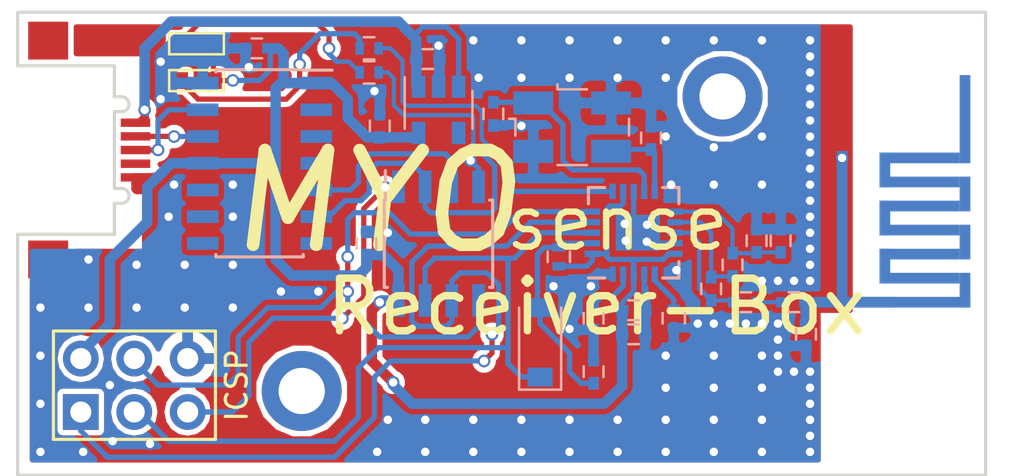
<source format=kicad_pcb>
(kicad_pcb (version 4) (host pcbnew 4.0.4+e1-6308~48~ubuntu14.04.1-stable)

  (general
    (links 83)
    (no_connects 0)
    (area 19.085714 19.275 67.914286 42.075001)
    (thickness 1.6)
    (drawings 20)
    (tracks 671)
    (zones 0)
    (modules 34)
    (nets 25)
  )

  (page A4)
  (layers
    (0 F.Cu signal)
    (31 B.Cu signal)
    (32 B.Adhes user)
    (33 F.Adhes user)
    (34 B.Paste user)
    (35 F.Paste user)
    (36 B.SilkS user)
    (37 F.SilkS user)
    (38 B.Mask user)
    (39 F.Mask user)
    (40 Dwgs.User user)
    (41 Cmts.User user)
    (42 Eco1.User user)
    (43 Eco2.User user)
    (44 Edge.Cuts user)
    (45 Margin user)
    (46 B.CrtYd user)
    (47 F.CrtYd user)
    (48 B.Fab user)
    (49 F.Fab user)
  )

  (setup
    (last_trace_width 0.25)
    (user_trace_width 0.2)
    (user_trace_width 0.4)
    (user_trace_width 0.5)
    (user_trace_width 0.508)
    (user_trace_width 0.75)
    (user_trace_width 1)
    (trace_clearance 0.2)
    (zone_clearance 0.254)
    (zone_45_only yes)
    (trace_min 0.2)
    (segment_width 0.2)
    (edge_width 0.15)
    (via_size 0.6)
    (via_drill 0.4)
    (via_min_size 0.4)
    (via_min_drill 0.3)
    (uvia_size 0.3)
    (uvia_drill 0.1)
    (uvias_allowed no)
    (uvia_min_size 0)
    (uvia_min_drill 0)
    (pcb_text_width 0.3)
    (pcb_text_size 1.5 1.5)
    (mod_edge_width 0.15)
    (mod_text_size 1 1)
    (mod_text_width 0.15)
    (pad_size 6.9342 0.508)
    (pad_drill 0)
    (pad_to_mask_clearance 0.2)
    (aux_axis_origin 0 0)
    (visible_elements FFFFFF7F)
    (pcbplotparams
      (layerselection 0x010f0_80000001)
      (usegerberextensions true)
      (excludeedgelayer true)
      (linewidth 0.100000)
      (plotframeref false)
      (viasonmask false)
      (mode 1)
      (useauxorigin false)
      (hpglpennumber 1)
      (hpglpenspeed 20)
      (hpglpendiameter 15)
      (hpglpenoverlay 2)
      (psnegative false)
      (psa4output false)
      (plotreference true)
      (plotvalue true)
      (plotinvisibletext false)
      (padsonsilk false)
      (subtractmaskfromsilk false)
      (outputformat 1)
      (mirror false)
      (drillshape 0)
      (scaleselection 1)
      (outputdirectory Gerber_RF24USB_Module/))
  )

  (net 0 "")
  (net 1 GND)
  (net 2 VCC)
  (net 3 "Net-(D2-Pad1)")
  (net 4 "Net-(C5-Pad1)")
  (net 5 Rx)
  (net 6 Tx)
  (net 7 "Net-(AE1-Pad1)")
  (net 8 "Net-(C2-Pad1)")
  (net 9 "Net-(C6-Pad2)")
  (net 10 "Net-(C8-Pad1)")
  (net 11 "Net-(C10-Pad1)")
  (net 12 "Net-(C11-Pad1)")
  (net 13 V_USB)
  (net 14 "Net-(D3-Pad1)")
  (net 15 "Net-(J1-Pad2)")
  (net 16 "Net-(J1-Pad3)")
  (net 17 MISO)
  (net 18 SCK)
  (net 19 MOSI)
  (net 20 RST)
  (net 21 "Net-(L1-Pad1)")
  (net 22 "Net-(L2-Pad2)")
  (net 23 "Net-(R1-Pad2)")
  (net 24 IRQ)

  (net_class Default "This is the default net class."
    (clearance 0.2)
    (trace_width 0.25)
    (via_dia 0.6)
    (via_drill 0.4)
    (uvia_dia 0.3)
    (uvia_drill 0.1)
    (add_net GND)
    (add_net IRQ)
    (add_net MISO)
    (add_net MOSI)
    (add_net "Net-(AE1-Pad1)")
    (add_net "Net-(C10-Pad1)")
    (add_net "Net-(C11-Pad1)")
    (add_net "Net-(C2-Pad1)")
    (add_net "Net-(C5-Pad1)")
    (add_net "Net-(C6-Pad2)")
    (add_net "Net-(C8-Pad1)")
    (add_net "Net-(D2-Pad1)")
    (add_net "Net-(D3-Pad1)")
    (add_net "Net-(J1-Pad2)")
    (add_net "Net-(J1-Pad3)")
    (add_net "Net-(L1-Pad1)")
    (add_net "Net-(L2-Pad2)")
    (add_net "Net-(R1-Pad2)")
    (add_net RST)
    (add_net Rx)
    (add_net SCK)
    (add_net Tx)
    (add_net VCC)
    (add_net V_USB)
  )

  (module LEDs:LED_0603 (layer F.Cu) (tedit 59CABAD9) (tstamp 59C9892E)
    (at 28.5 23.25)
    (descr "LED 0603 smd package")
    (tags "LED led 0603 SMD smd SMT smt smdled SMDLED smtled SMTLED")
    (path /59C99083)
    (attr smd)
    (fp_text reference D2 (at 0 -1.25) (layer F.SilkS) hide
      (effects (font (size 1 1) (thickness 0.15)))
    )
    (fp_text value LED_Small (at 0 1.35) (layer F.Fab)
      (effects (font (size 1 1) (thickness 0.15)))
    )
    (fp_line (start 1.3 0) (end 1.3 0.5) (layer F.SilkS) (width 0.12))
    (fp_line (start 1.3 0.5) (end 0.8 0.5) (layer F.SilkS) (width 0.12))
    (fp_line (start 0.8 -0.5) (end 1.3 -0.5) (layer F.SilkS) (width 0.12))
    (fp_line (start 1.3 -0.5) (end 1.3 0.05) (layer F.SilkS) (width 0.12))
    (fp_line (start -1.3 -0.5) (end -1.3 0.5) (layer F.SilkS) (width 0.12))
    (fp_line (start -0.2 -0.2) (end -0.2 0.2) (layer F.Fab) (width 0.1))
    (fp_line (start -0.15 0) (end 0.15 -0.2) (layer F.Fab) (width 0.1))
    (fp_line (start 0.15 0.2) (end -0.15 0) (layer F.Fab) (width 0.1))
    (fp_line (start 0.15 -0.2) (end 0.15 0.2) (layer F.Fab) (width 0.1))
    (fp_line (start 0.8 0.4) (end -0.8 0.4) (layer F.Fab) (width 0.1))
    (fp_line (start 0.8 -0.4) (end 0.8 0.4) (layer F.Fab) (width 0.1))
    (fp_line (start -0.8 -0.4) (end 0.8 -0.4) (layer F.Fab) (width 0.1))
    (fp_line (start -0.8 0.4) (end -0.8 -0.4) (layer F.Fab) (width 0.1))
    (fp_line (start -1.3 0.5) (end 0.8 0.5) (layer F.SilkS) (width 0.12))
    (fp_line (start -1.3 -0.5) (end 0.8 -0.5) (layer F.SilkS) (width 0.12))
    (fp_line (start 1.45 -0.65) (end 1.45 0.65) (layer F.CrtYd) (width 0.05))
    (fp_line (start 1.45 0.65) (end -1.45 0.65) (layer F.CrtYd) (width 0.05))
    (fp_line (start -1.45 0.65) (end -1.45 -0.65) (layer F.CrtYd) (width 0.05))
    (fp_line (start -1.45 -0.65) (end 1.45 -0.65) (layer F.CrtYd) (width 0.05))
    (pad 2 smd rect (at 0.8 0 180) (size 0.8 0.8) (layers F.Cu F.Paste F.Mask)
      (net 2 VCC))
    (pad 1 smd rect (at -0.8 0 180) (size 0.8 0.8) (layers F.Cu F.Paste F.Mask)
      (net 3 "Net-(D2-Pad1)"))
    (model ${KISYS3DMOD}/LEDs.3dshapes/LED_0603.wrl
      (at (xyz 0 0 0))
      (scale (xyz 1 1 1))
      (rotate (xyz 0 0 180))
    )
  )

  (module LEDs:LED_0603 (layer F.Cu) (tedit 59CABA9F) (tstamp 59C98933)
    (at 28.5 21.5)
    (descr "LED 0603 smd package")
    (tags "LED led 0603 SMD smd SMT smt smdled SMDLED smtled SMTLED")
    (path /59C99173)
    (attr smd)
    (fp_text reference D3 (at 0 -1.25) (layer F.SilkS) hide
      (effects (font (size 1 1) (thickness 0.15)))
    )
    (fp_text value LED_Small (at 0 1.35) (layer F.Fab)
      (effects (font (size 1 1) (thickness 0.15)))
    )
    (fp_line (start 0.8 -0.5) (end 1.3 -0.5) (layer F.SilkS) (width 0.12))
    (fp_line (start 1.3 -0.5) (end 1.3 0.5) (layer F.SilkS) (width 0.12))
    (fp_line (start 1.3 0.5) (end 0.8 0.5) (layer F.SilkS) (width 0.12))
    (fp_line (start -1.3 -0.5) (end -1.3 0.5) (layer F.SilkS) (width 0.12))
    (fp_line (start -0.2 -0.2) (end -0.2 0.2) (layer F.Fab) (width 0.1))
    (fp_line (start -0.15 0) (end 0.15 -0.2) (layer F.Fab) (width 0.1))
    (fp_line (start 0.15 0.2) (end -0.15 0) (layer F.Fab) (width 0.1))
    (fp_line (start 0.15 -0.2) (end 0.15 0.2) (layer F.Fab) (width 0.1))
    (fp_line (start 0.8 0.4) (end -0.8 0.4) (layer F.Fab) (width 0.1))
    (fp_line (start 0.8 -0.4) (end 0.8 0.4) (layer F.Fab) (width 0.1))
    (fp_line (start -0.8 -0.4) (end 0.8 -0.4) (layer F.Fab) (width 0.1))
    (fp_line (start -0.8 0.4) (end -0.8 -0.4) (layer F.Fab) (width 0.1))
    (fp_line (start -1.3 0.5) (end 0.8 0.5) (layer F.SilkS) (width 0.12))
    (fp_line (start -1.3 -0.5) (end 0.8 -0.5) (layer F.SilkS) (width 0.12))
    (fp_line (start 1.45 -0.65) (end 1.45 0.65) (layer F.CrtYd) (width 0.05))
    (fp_line (start 1.45 0.65) (end -1.45 0.65) (layer F.CrtYd) (width 0.05))
    (fp_line (start -1.45 0.65) (end -1.45 -0.65) (layer F.CrtYd) (width 0.05))
    (fp_line (start -1.45 -0.65) (end 1.45 -0.65) (layer F.CrtYd) (width 0.05))
    (pad 2 smd rect (at 0.8 0 180) (size 0.8 0.8) (layers F.Cu F.Paste F.Mask)
      (net 2 VCC))
    (pad 1 smd rect (at -0.8 0 180) (size 0.8 0.8) (layers F.Cu F.Paste F.Mask)
      (net 14 "Net-(D3-Pad1)"))
    (model ${KISYS3DMOD}/LEDs.3dshapes/LED_0603.wrl
      (at (xyz 0 0 0))
      (scale (xyz 1 1 1))
      (rotate (xyz 0 0 180))
    )
  )

  (module Housings_DFN_QFN:QFN-20-1EP_4x4mm_Pitch0.5mm (layer B.Cu) (tedit 59CAB6C8) (tstamp 59C98988)
    (at 49.276 30.48)
    (descr "20-Lead Plastic Quad Flat, No Lead Package (ML) - 4x4x0.9 mm Body [QFN]; (see Microchip Packaging Specification 00000049BS.pdf)")
    (tags "QFN 0.5")
    (path /59C14822)
    (attr smd)
    (fp_text reference U2 (at 0 3.33) (layer B.SilkS) hide
      (effects (font (size 1 1) (thickness 0.15)) (justify mirror))
    )
    (fp_text value nRF24l01+ (at 0 -3.33) (layer B.Fab)
      (effects (font (size 1 1) (thickness 0.15)) (justify mirror))
    )
    (fp_line (start -1 2) (end 2 2) (layer B.Fab) (width 0.15))
    (fp_line (start 2 2) (end 2 -2) (layer B.Fab) (width 0.15))
    (fp_line (start 2 -2) (end -2 -2) (layer B.Fab) (width 0.15))
    (fp_line (start -2 -2) (end -2 1) (layer B.Fab) (width 0.15))
    (fp_line (start -2 1) (end -1 2) (layer B.Fab) (width 0.15))
    (fp_line (start -2.6 2.6) (end -2.6 -2.6) (layer B.CrtYd) (width 0.05))
    (fp_line (start 2.6 2.6) (end 2.6 -2.6) (layer B.CrtYd) (width 0.05))
    (fp_line (start -2.6 2.6) (end 2.6 2.6) (layer B.CrtYd) (width 0.05))
    (fp_line (start -2.6 -2.6) (end 2.6 -2.6) (layer B.CrtYd) (width 0.05))
    (fp_line (start 2.15 2.15) (end 2.15 1.375) (layer B.SilkS) (width 0.15))
    (fp_line (start -2.15 -2.15) (end -2.15 -1.375) (layer B.SilkS) (width 0.15))
    (fp_line (start 2.15 -2.15) (end 2.15 -1.375) (layer B.SilkS) (width 0.15))
    (fp_line (start -2.15 2.15) (end -1.375 2.15) (layer B.SilkS) (width 0.15))
    (fp_line (start -2.15 -2.15) (end -1.375 -2.15) (layer B.SilkS) (width 0.15))
    (fp_line (start 2.15 -2.15) (end 1.375 -2.15) (layer B.SilkS) (width 0.15))
    (fp_line (start 2.15 2.15) (end 1.375 2.15) (layer B.SilkS) (width 0.15))
    (pad 1 smd rect (at -1.965 1) (size 0.73 0.3) (layers B.Cu B.Paste B.Mask)
      (net 2 VCC))
    (pad 2 smd rect (at -1.965 0.5) (size 0.73 0.3) (layers B.Cu B.Paste B.Mask)
      (net 4 "Net-(C5-Pad1)"))
    (pad 3 smd rect (at -1.965 0) (size 0.73 0.3) (layers B.Cu B.Paste B.Mask)
      (net 18 SCK))
    (pad 4 smd rect (at -1.965 -0.5) (size 0.73 0.3) (layers B.Cu B.Paste B.Mask)
      (net 17 MISO))
    (pad 5 smd rect (at -1.965 -1) (size 0.73 0.3) (layers B.Cu B.Paste B.Mask)
      (net 19 MOSI))
    (pad 6 smd rect (at -1 -1.965 270) (size 0.73 0.3) (layers B.Cu B.Paste B.Mask)
      (net 24 IRQ))
    (pad 7 smd rect (at -0.5 -1.965 270) (size 0.73 0.3) (layers B.Cu B.Paste B.Mask)
      (net 2 VCC))
    (pad 8 smd rect (at 0 -1.965 270) (size 0.73 0.3) (layers B.Cu B.Paste B.Mask)
      (net 1 GND))
    (pad 9 smd rect (at 0.5 -1.965 270) (size 0.73 0.3) (layers B.Cu B.Paste B.Mask)
      (net 11 "Net-(C10-Pad1)"))
    (pad 10 smd rect (at 1 -1.965 270) (size 0.73 0.3) (layers B.Cu B.Paste B.Mask)
      (net 12 "Net-(C11-Pad1)"))
    (pad 11 smd rect (at 1.965 -1) (size 0.73 0.3) (layers B.Cu B.Paste B.Mask)
      (net 10 "Net-(C8-Pad1)"))
    (pad 12 smd rect (at 1.965 -0.5) (size 0.73 0.3) (layers B.Cu B.Paste B.Mask)
      (net 22 "Net-(L2-Pad2)"))
    (pad 13 smd rect (at 1.965 0) (size 0.73 0.3) (layers B.Cu B.Paste B.Mask)
      (net 21 "Net-(L1-Pad1)"))
    (pad 14 smd rect (at 1.965 0.5) (size 0.73 0.3) (layers B.Cu B.Paste B.Mask)
      (net 1 GND))
    (pad 15 smd rect (at 1.965 1) (size 0.73 0.3) (layers B.Cu B.Paste B.Mask)
      (net 2 VCC))
    (pad 16 smd rect (at 1 1.965 270) (size 0.73 0.3) (layers B.Cu B.Paste B.Mask)
      (net 23 "Net-(R1-Pad2)"))
    (pad 17 smd rect (at 0.5 1.965 270) (size 0.73 0.3) (layers B.Cu B.Paste B.Mask)
      (net 1 GND))
    (pad 18 smd rect (at 0 1.965 270) (size 0.73 0.3) (layers B.Cu B.Paste B.Mask)
      (net 2 VCC))
    (pad 19 smd rect (at -0.5 1.965 270) (size 0.73 0.3) (layers B.Cu B.Paste B.Mask)
      (net 8 "Net-(C2-Pad1)"))
    (pad 20 smd rect (at -1 1.965 270) (size 0.73 0.3) (layers B.Cu B.Paste B.Mask)
      (net 1 GND))
    (pad 20 smd rect (at 0.625 -0.425) (size 1.25 0.85) (layers B.Cu B.Paste B.Mask)
      (net 1 GND) (solder_mask_margin -1) (solder_paste_margin -1) (solder_paste_margin_ratio -0.2))
    (pad 20 smd rect (at 0.625 0.425) (size 1.25 0.85) (layers B.Cu B.Paste B.Mask)
      (net 1 GND) (solder_mask_margin -1) (solder_paste_margin -1) (solder_paste_margin_ratio -0.2))
    (pad 20 smd rect (at -0.425 -0.425) (size 0.85 0.85) (layers B.Cu B.Paste B.Mask)
      (net 1 GND) (solder_mask_margin -1) (solder_paste_margin -1) (solder_paste_margin_ratio -0.2))
    (pad 20 smd rect (at -0.425 0.425) (size 0.85 0.85) (layers B.Cu B.Paste B.Mask)
      (net 1 GND) (solder_mask_margin -1) (solder_paste_margin -1) (solder_paste_margin_ratio -0.2))
    (model ${KISYS3DMOD}/Housings_DFN_QFN.3dshapes/QFN-20-1EP_4x4mm_Pitch0.5mm.wrl
      (at (xyz 0 0 0))
      (scale (xyz 1 1 1))
      (rotate (xyz 0 0 0))
    )
  )

  (module Socket_Strips:Socket_Strip_Straight_2x03_Pitch2.54mm (layer B.Cu) (tedit 59CA984A) (tstamp 59C9894E)
    (at 23 39 270)
    (descr "Through hole straight socket strip, 2x03, 2.54mm pitch, double rows")
    (tags "Through hole socket strip THT 2x03 2.54mm double row")
    (path /59C9F14B)
    (fp_text reference J2 (at -1.27 2.33 270) (layer B.SilkS) hide
      (effects (font (size 1 1) (thickness 0.15)) (justify mirror))
    )
    (fp_text value ICSP (at -1.27 -7.41 270) (layer F.SilkS)
      (effects (font (size 1 1) (thickness 0.15)))
    )
    (fp_line (start -3.85 1.3) (end -3.85 -6.35) (layer F.SilkS) (width 0.15))
    (fp_line (start -3.85 -6.35) (end -3.85 -6.4) (layer F.SilkS) (width 0.15))
    (fp_line (start -3.85 -6.4) (end 1.3 -6.4) (layer F.SilkS) (width 0.15))
    (fp_line (start 1.3 -6.4) (end 1.3 1.3) (layer F.SilkS) (width 0.15))
    (fp_line (start 1.3 1.3) (end -3.85 1.3) (layer F.SilkS) (width 0.15))
    (fp_line (start -3.81 1.27) (end -3.81 -6.35) (layer B.Fab) (width 0.1))
    (fp_line (start -3.81 -6.35) (end 1.27 -6.35) (layer B.Fab) (width 0.1))
    (fp_line (start 1.27 -6.35) (end 1.27 1.27) (layer B.Fab) (width 0.1))
    (fp_line (start 1.27 1.27) (end -3.81 1.27) (layer B.Fab) (width 0.1))
    (fp_line (start -4.35 1.8) (end -4.35 -6.85) (layer B.CrtYd) (width 0.05))
    (fp_line (start -4.35 -6.85) (end 1.8 -6.85) (layer B.CrtYd) (width 0.05))
    (fp_line (start 1.8 -6.85) (end 1.8 1.8) (layer B.CrtYd) (width 0.05))
    (fp_line (start 1.8 1.8) (end -4.35 1.8) (layer B.CrtYd) (width 0.05))
    (fp_text user %R (at -1.27 2.33 270) (layer B.Fab)
      (effects (font (size 1 1) (thickness 0.15)) (justify mirror))
    )
    (pad 1 thru_hole rect (at 0 0 270) (size 1.7 1.7) (drill 1) (layers *.Cu *.Mask)
      (net 17 MISO))
    (pad 2 thru_hole oval (at -2.54 0 270) (size 1.7 1.7) (drill 1) (layers *.Cu *.Mask)
      (net 2 VCC))
    (pad 3 thru_hole oval (at 0 -2.54 270) (size 1.7 1.7) (drill 1) (layers *.Cu *.Mask)
      (net 18 SCK))
    (pad 4 thru_hole oval (at -2.54 -2.54 270) (size 1.7 1.7) (drill 1) (layers *.Cu *.Mask)
      (net 19 MOSI))
    (pad 5 thru_hole oval (at 0 -5.08 270) (size 1.7 1.7) (drill 1) (layers *.Cu *.Mask)
      (net 20 RST))
    (pad 6 thru_hole oval (at -2.54 -5.08 270) (size 1.7 1.7) (drill 1) (layers *.Cu *.Mask)
      (net 1 GND))
    (model ${KISYS3DMOD}/Socket_Strips.3dshapes/Socket_Strip_Straight_2x03_Pitch2.54mm.wrl
      (at (xyz -0.05 -0.1 0))
      (scale (xyz 1 1 1))
      (rotate (xyz 0 0 270))
    )
  )

  (module TO_SOT_Packages_SMD:SOT-23-5 (layer B.Cu) (tedit 59CA72D1) (tstamp 59C989B4)
    (at 40.005 24.638 270)
    (descr "5-pin SOT23 package")
    (tags SOT-23-5)
    (path /59CA1DBF)
    (attr smd)
    (fp_text reference U4 (at 0 2.9 270) (layer B.SilkS) hide
      (effects (font (size 1 1) (thickness 0.15)) (justify mirror))
    )
    (fp_text value MIC5504 (at 0 -2.9 270) (layer B.Fab)
      (effects (font (size 1 1) (thickness 0.15)) (justify mirror))
    )
    (fp_text user %R (at 0 0 540) (layer B.Fab)
      (effects (font (size 0.5 0.5) (thickness 0.075)) (justify mirror))
    )
    (fp_line (start -0.9 -1.61) (end 0.9 -1.61) (layer B.SilkS) (width 0.12))
    (fp_line (start 0.9 1.61) (end -1.55 1.61) (layer B.SilkS) (width 0.12))
    (fp_line (start -1.9 1.8) (end 1.9 1.8) (layer B.CrtYd) (width 0.05))
    (fp_line (start 1.9 1.8) (end 1.9 -1.8) (layer B.CrtYd) (width 0.05))
    (fp_line (start 1.9 -1.8) (end -1.9 -1.8) (layer B.CrtYd) (width 0.05))
    (fp_line (start -1.9 -1.8) (end -1.9 1.8) (layer B.CrtYd) (width 0.05))
    (fp_line (start -0.9 0.9) (end -0.25 1.55) (layer B.Fab) (width 0.1))
    (fp_line (start 0.9 1.55) (end -0.25 1.55) (layer B.Fab) (width 0.1))
    (fp_line (start -0.9 0.9) (end -0.9 -1.55) (layer B.Fab) (width 0.1))
    (fp_line (start 0.9 -1.55) (end -0.9 -1.55) (layer B.Fab) (width 0.1))
    (fp_line (start 0.9 1.55) (end 0.9 -1.55) (layer B.Fab) (width 0.1))
    (pad 1 smd rect (at -1.1 0.95 270) (size 1.06 0.65) (layers B.Cu B.Paste B.Mask)
      (net 13 V_USB))
    (pad 2 smd rect (at -1.1 0 270) (size 1.06 0.65) (layers B.Cu B.Paste B.Mask)
      (net 1 GND))
    (pad 3 smd rect (at -1.1 -0.95 270) (size 1.06 0.65) (layers B.Cu B.Paste B.Mask)
      (net 13 V_USB))
    (pad 4 smd rect (at 1.1 -0.95 270) (size 1.06 0.65) (layers B.Cu B.Paste B.Mask))
    (pad 5 smd rect (at 1.1 0.95 270) (size 1.06 0.65) (layers B.Cu B.Paste B.Mask)
      (net 2 VCC))
    (model ${KISYS3DMOD}/TO_SOT_Packages_SMD.3dshapes/SOT-23-5.wrl
      (at (xyz 0 0 0))
      (scale (xyz 1 1 1))
      (rotate (xyz 0 0 0))
    )
  )

  (module Capacitors_SMD:C_0402 (layer B.Cu) (tedit 59CA72DC) (tstamp 59C98922)
    (at 39.497 22.225)
    (descr "Capacitor SMD 0402, reflow soldering, AVX (see smccp.pdf)")
    (tags "capacitor 0402")
    (path /59CA5BE4)
    (attr smd)
    (fp_text reference C13 (at 0 1.27) (layer B.SilkS) hide
      (effects (font (size 1 1) (thickness 0.15)) (justify mirror))
    )
    (fp_text value C_Small (at 0 -1.27) (layer B.Fab)
      (effects (font (size 1 1) (thickness 0.15)) (justify mirror))
    )
    (fp_text user %R (at 0 1.27) (layer B.Fab)
      (effects (font (size 1 1) (thickness 0.15)) (justify mirror))
    )
    (fp_line (start -0.5 -0.25) (end -0.5 0.25) (layer B.Fab) (width 0.1))
    (fp_line (start 0.5 -0.25) (end -0.5 -0.25) (layer B.Fab) (width 0.1))
    (fp_line (start 0.5 0.25) (end 0.5 -0.25) (layer B.Fab) (width 0.1))
    (fp_line (start -0.5 0.25) (end 0.5 0.25) (layer B.Fab) (width 0.1))
    (fp_line (start 0.25 0.47) (end -0.25 0.47) (layer B.SilkS) (width 0.12))
    (fp_line (start -0.25 -0.47) (end 0.25 -0.47) (layer B.SilkS) (width 0.12))
    (fp_line (start -1 0.4) (end 1 0.4) (layer B.CrtYd) (width 0.05))
    (fp_line (start -1 0.4) (end -1 -0.4) (layer B.CrtYd) (width 0.05))
    (fp_line (start 1 -0.4) (end 1 0.4) (layer B.CrtYd) (width 0.05))
    (fp_line (start 1 -0.4) (end -1 -0.4) (layer B.CrtYd) (width 0.05))
    (pad 1 smd rect (at -0.55 0) (size 0.6 0.5) (layers B.Cu B.Paste B.Mask)
      (net 13 V_USB))
    (pad 2 smd rect (at 0.55 0) (size 0.6 0.5) (layers B.Cu B.Paste B.Mask)
      (net 1 GND))
    (model Capacitors_SMD.3dshapes/C_0402.wrl
      (at (xyz 0 0 0))
      (scale (xyz 1 1 1))
      (rotate (xyz 0 0 0))
    )
  )

  (module Antenna:MIFA-Antenna (layer B.Cu) (tedit 59CA52AE) (tstamp 59C988DA)
    (at 58.166 33.782 90)
    (path /59C43C45)
    (fp_text reference AE1 (at 0.05 -5.15 90) (layer B.SilkS) hide
      (effects (font (size 1 1) (thickness 0.15)) (justify mirror))
    )
    (fp_text value Antenna_Dipole (at 0.2 -7.05 90) (layer B.Fab)
      (effects (font (size 1 1) (thickness 0.15)) (justify mirror))
    )
    (pad 1 smd rect (at 0 3.556 90) (size 0.508 7.112) (layers B.Cu B.Paste B.Mask)
      (net 7 "Net-(AE1-Pad1)") (solder_mask_margin -0.254) (solder_paste_margin -0.254))
    (pad 2 smd rect (at 3.7211 1.016 90) (size 6.9342 0.508) (layers B.Cu B.Paste B.Mask)
      (net 1 GND) (solder_mask_margin -0.254) (solder_paste_margin -0.254))
    (pad 3 smd rect (at 0.5715 6.858 90) (size 1.651 0.508) (layers B.Cu B.Paste B.Mask)
      (solder_mask_margin -0.254) (solder_paste_margin -0.254))
    (pad 3 smd rect (at 2.8575 6.858 90) (size 1.651 0.508) (layers B.Cu B.Paste B.Mask)
      (solder_mask_margin -0.254) (solder_paste_margin -0.254))
    (pad 3 smd rect (at 5.1435 6.858 90) (size 1.651 0.508) (layers B.Cu B.Paste B.Mask)
      (solder_mask_margin -0.254) (solder_paste_margin -0.254))
    (pad 3 smd rect (at 1.7145 3.048 90) (size 1.651 0.508) (layers B.Cu B.Paste B.Mask)
      (solder_mask_margin -0.254) (solder_paste_margin -0.254))
    (pad 3 smd rect (at 4.0005 3.048 90) (size 1.651 0.508) (layers B.Cu B.Paste B.Mask)
      (solder_mask_margin -0.254) (solder_paste_margin -0.254))
    (pad 3 smd rect (at 6.2865 3.048 90) (size 1.651 0.508) (layers B.Cu B.Paste B.Mask)
      (solder_mask_margin -0.254) (solder_paste_margin -0.254))
    (pad 3 smd rect (at 1.143 4.699 90) (size 0.508 3.81) (layers B.Cu B.Paste B.Mask)
      (solder_mask_margin -0.254) (solder_paste_margin -0.254))
    (pad 3 smd rect (at 3.429 4.699 90) (size 0.508 3.81) (layers B.Cu B.Paste B.Mask)
      (solder_mask_margin -0.254) (solder_paste_margin -0.254))
    (pad 3 smd rect (at 5.715 4.699 90) (size 0.508 3.81) (layers B.Cu B.Paste B.Mask)
      (solder_mask_margin -0.254) (solder_paste_margin -0.254))
    (pad 3 smd rect (at 2.286 4.699 90) (size 0.508 3.81) (layers B.Cu B.Paste B.Mask)
      (solder_mask_margin -0.254) (solder_paste_margin -0.254))
    (pad 3 smd rect (at 4.572 4.699 90) (size 0.508 3.81) (layers B.Cu B.Paste B.Mask)
      (solder_mask_margin -0.254) (solder_paste_margin -0.254))
    (pad 3 smd rect (at 6.858 4.699 90) (size 0.508 3.81) (layers B.Cu B.Paste B.Mask)
      (solder_mask_margin -0.254) (solder_paste_margin -0.254))
    (pad 3 smd rect (at 8.6995 6.858 90) (size 4.191 0.508) (layers B.Cu B.Paste B.Mask)
      (solder_mask_margin -0.254) (solder_paste_margin -0.254))
  )

  (module Capacitors_SMD:C_0402 (layer B.Cu) (tedit 59CA72E3) (tstamp 59C988DB)
    (at 36.576 30.988 90)
    (descr "Capacitor SMD 0402, reflow soldering, AVX (see smccp.pdf)")
    (tags "capacitor 0402")
    (path /59C267FA)
    (attr smd)
    (fp_text reference C1 (at 0 1.27 90) (layer B.SilkS) hide
      (effects (font (size 1 1) (thickness 0.15)) (justify mirror))
    )
    (fp_text value 100nF (at 0 -1.27 90) (layer B.Fab)
      (effects (font (size 1 1) (thickness 0.15)) (justify mirror))
    )
    (fp_text user %R (at 0 1.27 90) (layer B.Fab)
      (effects (font (size 1 1) (thickness 0.15)) (justify mirror))
    )
    (fp_line (start -0.5 -0.25) (end -0.5 0.25) (layer B.Fab) (width 0.1))
    (fp_line (start 0.5 -0.25) (end -0.5 -0.25) (layer B.Fab) (width 0.1))
    (fp_line (start 0.5 0.25) (end 0.5 -0.25) (layer B.Fab) (width 0.1))
    (fp_line (start -0.5 0.25) (end 0.5 0.25) (layer B.Fab) (width 0.1))
    (fp_line (start 0.25 0.47) (end -0.25 0.47) (layer B.SilkS) (width 0.12))
    (fp_line (start -0.25 -0.47) (end 0.25 -0.47) (layer B.SilkS) (width 0.12))
    (fp_line (start -1 0.4) (end 1 0.4) (layer B.CrtYd) (width 0.05))
    (fp_line (start -1 0.4) (end -1 -0.4) (layer B.CrtYd) (width 0.05))
    (fp_line (start 1 -0.4) (end 1 0.4) (layer B.CrtYd) (width 0.05))
    (fp_line (start 1 -0.4) (end -1 -0.4) (layer B.CrtYd) (width 0.05))
    (pad 1 smd rect (at -0.55 0 90) (size 0.6 0.5) (layers B.Cu B.Paste B.Mask)
      (net 2 VCC))
    (pad 2 smd rect (at 0.55 0 90) (size 0.6 0.5) (layers B.Cu B.Paste B.Mask)
      (net 1 GND))
    (model Capacitors_SMD.3dshapes/C_0402.wrl
      (at (xyz 0 0 0))
      (scale (xyz 1 1 1))
      (rotate (xyz 0 0 0))
    )
  )

  (module Capacitors_SMD:C_0402 (layer B.Cu) (tedit 59CA72ED) (tstamp 59C988E0)
    (at 47.371 34.544 270)
    (descr "Capacitor SMD 0402, reflow soldering, AVX (see smccp.pdf)")
    (tags "capacitor 0402")
    (path /59C22166)
    (attr smd)
    (fp_text reference C2 (at 0 1.27 270) (layer B.SilkS) hide
      (effects (font (size 1 1) (thickness 0.15)) (justify mirror))
    )
    (fp_text value 33nF (at 0 -1.27 270) (layer B.Fab)
      (effects (font (size 1 1) (thickness 0.15)) (justify mirror))
    )
    (fp_text user %R (at 0 1.27 270) (layer B.Fab)
      (effects (font (size 1 1) (thickness 0.15)) (justify mirror))
    )
    (fp_line (start -0.5 -0.25) (end -0.5 0.25) (layer B.Fab) (width 0.1))
    (fp_line (start 0.5 -0.25) (end -0.5 -0.25) (layer B.Fab) (width 0.1))
    (fp_line (start 0.5 0.25) (end 0.5 -0.25) (layer B.Fab) (width 0.1))
    (fp_line (start -0.5 0.25) (end 0.5 0.25) (layer B.Fab) (width 0.1))
    (fp_line (start 0.25 0.47) (end -0.25 0.47) (layer B.SilkS) (width 0.12))
    (fp_line (start -0.25 -0.47) (end 0.25 -0.47) (layer B.SilkS) (width 0.12))
    (fp_line (start -1 0.4) (end 1 0.4) (layer B.CrtYd) (width 0.05))
    (fp_line (start -1 0.4) (end -1 -0.4) (layer B.CrtYd) (width 0.05))
    (fp_line (start 1 -0.4) (end 1 0.4) (layer B.CrtYd) (width 0.05))
    (fp_line (start 1 -0.4) (end -1 -0.4) (layer B.CrtYd) (width 0.05))
    (pad 1 smd rect (at -0.55 0 270) (size 0.6 0.5) (layers B.Cu B.Paste B.Mask)
      (net 8 "Net-(C2-Pad1)"))
    (pad 2 smd rect (at 0.55 0 270) (size 0.6 0.5) (layers B.Cu B.Paste B.Mask)
      (net 1 GND))
    (model Capacitors_SMD.3dshapes/C_0402.wrl
      (at (xyz 0 0 0))
      (scale (xyz 1 1 1))
      (rotate (xyz 0 0 0))
    )
  )

  (module Capacitors_SMD:C_0402 (layer B.Cu) (tedit 59CA7304) (tstamp 59C988E5)
    (at 49.276 34.163)
    (descr "Capacitor SMD 0402, reflow soldering, AVX (see smccp.pdf)")
    (tags "capacitor 0402")
    (path /59C27CD0)
    (attr smd)
    (fp_text reference C3 (at 0 1.27) (layer B.SilkS) hide
      (effects (font (size 1 1) (thickness 0.15)) (justify mirror))
    )
    (fp_text value 1uF (at 0 -1.27) (layer B.Fab)
      (effects (font (size 1 1) (thickness 0.15)) (justify mirror))
    )
    (fp_text user %R (at 0 1.27) (layer B.Fab)
      (effects (font (size 1 1) (thickness 0.15)) (justify mirror))
    )
    (fp_line (start -0.5 -0.25) (end -0.5 0.25) (layer B.Fab) (width 0.1))
    (fp_line (start 0.5 -0.25) (end -0.5 -0.25) (layer B.Fab) (width 0.1))
    (fp_line (start 0.5 0.25) (end 0.5 -0.25) (layer B.Fab) (width 0.1))
    (fp_line (start -0.5 0.25) (end 0.5 0.25) (layer B.Fab) (width 0.1))
    (fp_line (start 0.25 0.47) (end -0.25 0.47) (layer B.SilkS) (width 0.12))
    (fp_line (start -0.25 -0.47) (end 0.25 -0.47) (layer B.SilkS) (width 0.12))
    (fp_line (start -1 0.4) (end 1 0.4) (layer B.CrtYd) (width 0.05))
    (fp_line (start -1 0.4) (end -1 -0.4) (layer B.CrtYd) (width 0.05))
    (fp_line (start 1 -0.4) (end 1 0.4) (layer B.CrtYd) (width 0.05))
    (fp_line (start 1 -0.4) (end -1 -0.4) (layer B.CrtYd) (width 0.05))
    (pad 1 smd rect (at -0.55 0) (size 0.6 0.5) (layers B.Cu B.Paste B.Mask)
      (net 2 VCC))
    (pad 2 smd rect (at 0.55 0) (size 0.6 0.5) (layers B.Cu B.Paste B.Mask)
      (net 1 GND))
    (model Capacitors_SMD.3dshapes/C_0402.wrl
      (at (xyz 0 0 0))
      (scale (xyz 1 1 1))
      (rotate (xyz 0 0 0))
    )
  )

  (module Capacitors_SMD:C_0402 (layer B.Cu) (tedit 59CA7307) (tstamp 59C988EA)
    (at 49.276 35.306)
    (descr "Capacitor SMD 0402, reflow soldering, AVX (see smccp.pdf)")
    (tags "capacitor 0402")
    (path /59C27C1F)
    (attr smd)
    (fp_text reference C4 (at 0 1.27) (layer B.SilkS) hide
      (effects (font (size 1 1) (thickness 0.15)) (justify mirror))
    )
    (fp_text value 100nF (at 0 -1.27) (layer B.Fab)
      (effects (font (size 1 1) (thickness 0.15)) (justify mirror))
    )
    (fp_text user %R (at 0 1.27) (layer B.Fab)
      (effects (font (size 1 1) (thickness 0.15)) (justify mirror))
    )
    (fp_line (start -0.5 -0.25) (end -0.5 0.25) (layer B.Fab) (width 0.1))
    (fp_line (start 0.5 -0.25) (end -0.5 -0.25) (layer B.Fab) (width 0.1))
    (fp_line (start 0.5 0.25) (end 0.5 -0.25) (layer B.Fab) (width 0.1))
    (fp_line (start -0.5 0.25) (end 0.5 0.25) (layer B.Fab) (width 0.1))
    (fp_line (start 0.25 0.47) (end -0.25 0.47) (layer B.SilkS) (width 0.12))
    (fp_line (start -0.25 -0.47) (end 0.25 -0.47) (layer B.SilkS) (width 0.12))
    (fp_line (start -1 0.4) (end 1 0.4) (layer B.CrtYd) (width 0.05))
    (fp_line (start -1 0.4) (end -1 -0.4) (layer B.CrtYd) (width 0.05))
    (fp_line (start 1 -0.4) (end 1 0.4) (layer B.CrtYd) (width 0.05))
    (fp_line (start 1 -0.4) (end -1 -0.4) (layer B.CrtYd) (width 0.05))
    (pad 1 smd rect (at -0.55 0) (size 0.6 0.5) (layers B.Cu B.Paste B.Mask)
      (net 2 VCC))
    (pad 2 smd rect (at 0.55 0) (size 0.6 0.5) (layers B.Cu B.Paste B.Mask)
      (net 1 GND))
    (model Capacitors_SMD.3dshapes/C_0402.wrl
      (at (xyz 0 0 0))
      (scale (xyz 1 1 1))
      (rotate (xyz 0 0 0))
    )
  )

  (module Capacitors_SMD:C_0402 (layer B.Cu) (tedit 59CA730A) (tstamp 59C988EF)
    (at 47.371 37.084 90)
    (descr "Capacitor SMD 0402, reflow soldering, AVX (see smccp.pdf)")
    (tags "capacitor 0402")
    (path /59C1C8F6)
    (attr smd)
    (fp_text reference C5 (at 0 1.27 90) (layer B.SilkS) hide
      (effects (font (size 1 1) (thickness 0.15)) (justify mirror))
    )
    (fp_text value 10nF (at 0 -1.27 90) (layer B.Fab)
      (effects (font (size 1 1) (thickness 0.15)) (justify mirror))
    )
    (fp_text user %R (at 0 1.27 90) (layer B.Fab)
      (effects (font (size 1 1) (thickness 0.15)) (justify mirror))
    )
    (fp_line (start -0.5 -0.25) (end -0.5 0.25) (layer B.Fab) (width 0.1))
    (fp_line (start 0.5 -0.25) (end -0.5 -0.25) (layer B.Fab) (width 0.1))
    (fp_line (start 0.5 0.25) (end 0.5 -0.25) (layer B.Fab) (width 0.1))
    (fp_line (start -0.5 0.25) (end 0.5 0.25) (layer B.Fab) (width 0.1))
    (fp_line (start 0.25 0.47) (end -0.25 0.47) (layer B.SilkS) (width 0.12))
    (fp_line (start -0.25 -0.47) (end 0.25 -0.47) (layer B.SilkS) (width 0.12))
    (fp_line (start -1 0.4) (end 1 0.4) (layer B.CrtYd) (width 0.05))
    (fp_line (start -1 0.4) (end -1 -0.4) (layer B.CrtYd) (width 0.05))
    (fp_line (start 1 -0.4) (end 1 0.4) (layer B.CrtYd) (width 0.05))
    (fp_line (start 1 -0.4) (end -1 -0.4) (layer B.CrtYd) (width 0.05))
    (pad 1 smd rect (at -0.55 0 90) (size 0.6 0.5) (layers B.Cu B.Paste B.Mask)
      (net 4 "Net-(C5-Pad1)"))
    (pad 2 smd rect (at 0.55 0 90) (size 0.6 0.5) (layers B.Cu B.Paste B.Mask)
      (net 1 GND))
    (model Capacitors_SMD.3dshapes/C_0402.wrl
      (at (xyz 0 0 0))
      (scale (xyz 1 1 1))
      (rotate (xyz 0 0 0))
    )
  )

  (module Capacitors_SMD:C_0402 (layer B.Cu) (tedit 59CA731F) (tstamp 59C988F4)
    (at 56.896 33.782 180)
    (descr "Capacitor SMD 0402, reflow soldering, AVX (see smccp.pdf)")
    (tags "capacitor 0402")
    (path /59C1ECCE)
    (attr smd)
    (fp_text reference C6 (at 0 1.27 180) (layer B.SilkS) hide
      (effects (font (size 1 1) (thickness 0.15)) (justify mirror))
    )
    (fp_text value 1.5pF (at 0 -1.27 180) (layer B.Fab)
      (effects (font (size 1 1) (thickness 0.15)) (justify mirror))
    )
    (fp_text user %R (at 0 1.27 180) (layer B.Fab)
      (effects (font (size 1 1) (thickness 0.15)) (justify mirror))
    )
    (fp_line (start -0.5 -0.25) (end -0.5 0.25) (layer B.Fab) (width 0.1))
    (fp_line (start 0.5 -0.25) (end -0.5 -0.25) (layer B.Fab) (width 0.1))
    (fp_line (start 0.5 0.25) (end 0.5 -0.25) (layer B.Fab) (width 0.1))
    (fp_line (start -0.5 0.25) (end 0.5 0.25) (layer B.Fab) (width 0.1))
    (fp_line (start 0.25 0.47) (end -0.25 0.47) (layer B.SilkS) (width 0.12))
    (fp_line (start -0.25 -0.47) (end 0.25 -0.47) (layer B.SilkS) (width 0.12))
    (fp_line (start -1 0.4) (end 1 0.4) (layer B.CrtYd) (width 0.05))
    (fp_line (start -1 0.4) (end -1 -0.4) (layer B.CrtYd) (width 0.05))
    (fp_line (start 1 -0.4) (end 1 0.4) (layer B.CrtYd) (width 0.05))
    (fp_line (start 1 -0.4) (end -1 -0.4) (layer B.CrtYd) (width 0.05))
    (pad 1 smd rect (at -0.55 0 180) (size 0.6 0.5) (layers B.Cu B.Paste B.Mask)
      (net 7 "Net-(AE1-Pad1)"))
    (pad 2 smd rect (at 0.55 0 180) (size 0.6 0.5) (layers B.Cu B.Paste B.Mask)
      (net 9 "Net-(C6-Pad2)"))
    (model Capacitors_SMD.3dshapes/C_0402.wrl
      (at (xyz 0 0 0))
      (scale (xyz 1 1 1))
      (rotate (xyz 0 0 0))
    )
  )

  (module Capacitors_SMD:C_0402 (layer B.Cu) (tedit 59CA7317) (tstamp 59C988FE)
    (at 57.4675 35.306 270)
    (descr "Capacitor SMD 0402, reflow soldering, AVX (see smccp.pdf)")
    (tags "capacitor 0402")
    (path /59C1EEC4)
    (attr smd)
    (fp_text reference C7 (at 0 1.27 270) (layer B.SilkS) hide
      (effects (font (size 1 1) (thickness 0.15)) (justify mirror))
    )
    (fp_text value 1.0pF (at 0 -1.27 270) (layer B.Fab)
      (effects (font (size 1 1) (thickness 0.15)) (justify mirror))
    )
    (fp_text user %R (at 0 1.27 270) (layer B.Fab)
      (effects (font (size 1 1) (thickness 0.15)) (justify mirror))
    )
    (fp_line (start -0.5 -0.25) (end -0.5 0.25) (layer B.Fab) (width 0.1))
    (fp_line (start 0.5 -0.25) (end -0.5 -0.25) (layer B.Fab) (width 0.1))
    (fp_line (start 0.5 0.25) (end 0.5 -0.25) (layer B.Fab) (width 0.1))
    (fp_line (start -0.5 0.25) (end 0.5 0.25) (layer B.Fab) (width 0.1))
    (fp_line (start 0.25 0.47) (end -0.25 0.47) (layer B.SilkS) (width 0.12))
    (fp_line (start -0.25 -0.47) (end 0.25 -0.47) (layer B.SilkS) (width 0.12))
    (fp_line (start -1 0.4) (end 1 0.4) (layer B.CrtYd) (width 0.05))
    (fp_line (start -1 0.4) (end -1 -0.4) (layer B.CrtYd) (width 0.05))
    (fp_line (start 1 -0.4) (end 1 0.4) (layer B.CrtYd) (width 0.05))
    (fp_line (start 1 -0.4) (end -1 -0.4) (layer B.CrtYd) (width 0.05))
    (pad 1 smd rect (at -0.55 0 270) (size 0.6 0.5) (layers B.Cu B.Paste B.Mask)
      (net 7 "Net-(AE1-Pad1)"))
    (pad 2 smd rect (at 0.55 0 270) (size 0.6 0.5) (layers B.Cu B.Paste B.Mask)
      (net 1 GND))
    (model Capacitors_SMD.3dshapes/C_0402.wrl
      (at (xyz 0 0 0))
      (scale (xyz 1 1 1))
      (rotate (xyz 0 0 0))
    )
  )

  (module Capacitors_SMD:C_0402 (layer B.Cu) (tedit 59CA7322) (tstamp 59C98904)
    (at 55.118 30.861 90)
    (descr "Capacitor SMD 0402, reflow soldering, AVX (see smccp.pdf)")
    (tags "capacitor 0402")
    (path /59C1FA47)
    (attr smd)
    (fp_text reference C8 (at 0 1.27 90) (layer B.SilkS) hide
      (effects (font (size 1 1) (thickness 0.15)) (justify mirror))
    )
    (fp_text value 2.2pF (at 0 -1.27 90) (layer B.Fab)
      (effects (font (size 1 1) (thickness 0.15)) (justify mirror))
    )
    (fp_text user %R (at 0 1.27 90) (layer B.Fab)
      (effects (font (size 1 1) (thickness 0.15)) (justify mirror))
    )
    (fp_line (start -0.5 -0.25) (end -0.5 0.25) (layer B.Fab) (width 0.1))
    (fp_line (start 0.5 -0.25) (end -0.5 -0.25) (layer B.Fab) (width 0.1))
    (fp_line (start 0.5 0.25) (end 0.5 -0.25) (layer B.Fab) (width 0.1))
    (fp_line (start -0.5 0.25) (end 0.5 0.25) (layer B.Fab) (width 0.1))
    (fp_line (start 0.25 0.47) (end -0.25 0.47) (layer B.SilkS) (width 0.12))
    (fp_line (start -0.25 -0.47) (end 0.25 -0.47) (layer B.SilkS) (width 0.12))
    (fp_line (start -1 0.4) (end 1 0.4) (layer B.CrtYd) (width 0.05))
    (fp_line (start -1 0.4) (end -1 -0.4) (layer B.CrtYd) (width 0.05))
    (fp_line (start 1 -0.4) (end 1 0.4) (layer B.CrtYd) (width 0.05))
    (fp_line (start 1 -0.4) (end -1 -0.4) (layer B.CrtYd) (width 0.05))
    (pad 1 smd rect (at -0.55 0 90) (size 0.6 0.5) (layers B.Cu B.Paste B.Mask)
      (net 10 "Net-(C8-Pad1)"))
    (pad 2 smd rect (at 0.55 0 90) (size 0.6 0.5) (layers B.Cu B.Paste B.Mask)
      (net 1 GND))
    (model Capacitors_SMD.3dshapes/C_0402.wrl
      (at (xyz 0 0 0))
      (scale (xyz 1 1 1))
      (rotate (xyz 0 0 0))
    )
  )

  (module Capacitors_SMD:C_0402 (layer B.Cu) (tedit 59CA7326) (tstamp 59C9890A)
    (at 56.261 30.861 90)
    (descr "Capacitor SMD 0402, reflow soldering, AVX (see smccp.pdf)")
    (tags "capacitor 0402")
    (path /59C1FC84)
    (attr smd)
    (fp_text reference C9 (at 0 1.27 90) (layer B.SilkS) hide
      (effects (font (size 1 1) (thickness 0.15)) (justify mirror))
    )
    (fp_text value 4.7pF (at 0 -1.27 90) (layer B.Fab)
      (effects (font (size 1 1) (thickness 0.15)) (justify mirror))
    )
    (fp_text user %R (at 0 1.27 90) (layer B.Fab)
      (effects (font (size 1 1) (thickness 0.15)) (justify mirror))
    )
    (fp_line (start -0.5 -0.25) (end -0.5 0.25) (layer B.Fab) (width 0.1))
    (fp_line (start 0.5 -0.25) (end -0.5 -0.25) (layer B.Fab) (width 0.1))
    (fp_line (start 0.5 0.25) (end 0.5 -0.25) (layer B.Fab) (width 0.1))
    (fp_line (start -0.5 0.25) (end 0.5 0.25) (layer B.Fab) (width 0.1))
    (fp_line (start 0.25 0.47) (end -0.25 0.47) (layer B.SilkS) (width 0.12))
    (fp_line (start -0.25 -0.47) (end 0.25 -0.47) (layer B.SilkS) (width 0.12))
    (fp_line (start -1 0.4) (end 1 0.4) (layer B.CrtYd) (width 0.05))
    (fp_line (start -1 0.4) (end -1 -0.4) (layer B.CrtYd) (width 0.05))
    (fp_line (start 1 -0.4) (end 1 0.4) (layer B.CrtYd) (width 0.05))
    (fp_line (start 1 -0.4) (end -1 -0.4) (layer B.CrtYd) (width 0.05))
    (pad 1 smd rect (at -0.55 0 90) (size 0.6 0.5) (layers B.Cu B.Paste B.Mask)
      (net 10 "Net-(C8-Pad1)"))
    (pad 2 smd rect (at 0.55 0 90) (size 0.6 0.5) (layers B.Cu B.Paste B.Mask)
      (net 1 GND))
    (model Capacitors_SMD.3dshapes/C_0402.wrl
      (at (xyz 0 0 0))
      (scale (xyz 1 1 1))
      (rotate (xyz 0 0 0))
    )
  )

  (module Capacitors_SMD:C_0402 (layer B.Cu) (tedit 59CA72D9) (tstamp 59C98910)
    (at 42.6085 24.8285 270)
    (descr "Capacitor SMD 0402, reflow soldering, AVX (see smccp.pdf)")
    (tags "capacitor 0402")
    (path /59C20B9A)
    (attr smd)
    (fp_text reference C10 (at 0 1.27 270) (layer B.SilkS) hide
      (effects (font (size 1 1) (thickness 0.15)) (justify mirror))
    )
    (fp_text value 22pF (at 0 -1.27 270) (layer B.Fab)
      (effects (font (size 1 1) (thickness 0.15)) (justify mirror))
    )
    (fp_text user %R (at 0 1.27 270) (layer B.Fab)
      (effects (font (size 1 1) (thickness 0.15)) (justify mirror))
    )
    (fp_line (start -0.5 -0.25) (end -0.5 0.25) (layer B.Fab) (width 0.1))
    (fp_line (start 0.5 -0.25) (end -0.5 -0.25) (layer B.Fab) (width 0.1))
    (fp_line (start 0.5 0.25) (end 0.5 -0.25) (layer B.Fab) (width 0.1))
    (fp_line (start -0.5 0.25) (end 0.5 0.25) (layer B.Fab) (width 0.1))
    (fp_line (start 0.25 0.47) (end -0.25 0.47) (layer B.SilkS) (width 0.12))
    (fp_line (start -0.25 -0.47) (end 0.25 -0.47) (layer B.SilkS) (width 0.12))
    (fp_line (start -1 0.4) (end 1 0.4) (layer B.CrtYd) (width 0.05))
    (fp_line (start -1 0.4) (end -1 -0.4) (layer B.CrtYd) (width 0.05))
    (fp_line (start 1 -0.4) (end 1 0.4) (layer B.CrtYd) (width 0.05))
    (fp_line (start 1 -0.4) (end -1 -0.4) (layer B.CrtYd) (width 0.05))
    (pad 1 smd rect (at -0.55 0 270) (size 0.6 0.5) (layers B.Cu B.Paste B.Mask)
      (net 11 "Net-(C10-Pad1)"))
    (pad 2 smd rect (at 0.55 0 270) (size 0.6 0.5) (layers B.Cu B.Paste B.Mask)
      (net 1 GND))
    (model Capacitors_SMD.3dshapes/C_0402.wrl
      (at (xyz 0 0 0))
      (scale (xyz 1 1 1))
      (rotate (xyz 0 0 0))
    )
  )

  (module Capacitors_SMD:C_0402 (layer B.Cu) (tedit 59CA72F5) (tstamp 59C98916)
    (at 50.1015 25.9715 90)
    (descr "Capacitor SMD 0402, reflow soldering, AVX (see smccp.pdf)")
    (tags "capacitor 0402")
    (path /59C20C0C)
    (attr smd)
    (fp_text reference C11 (at 0 1.27 90) (layer B.SilkS) hide
      (effects (font (size 1 1) (thickness 0.15)) (justify mirror))
    )
    (fp_text value 22pF (at 0 -1.27 90) (layer B.Fab)
      (effects (font (size 1 1) (thickness 0.15)) (justify mirror))
    )
    (fp_text user %R (at 0 1.27 90) (layer B.Fab)
      (effects (font (size 1 1) (thickness 0.15)) (justify mirror))
    )
    (fp_line (start -0.5 -0.25) (end -0.5 0.25) (layer B.Fab) (width 0.1))
    (fp_line (start 0.5 -0.25) (end -0.5 -0.25) (layer B.Fab) (width 0.1))
    (fp_line (start 0.5 0.25) (end 0.5 -0.25) (layer B.Fab) (width 0.1))
    (fp_line (start -0.5 0.25) (end 0.5 0.25) (layer B.Fab) (width 0.1))
    (fp_line (start 0.25 0.47) (end -0.25 0.47) (layer B.SilkS) (width 0.12))
    (fp_line (start -0.25 -0.47) (end 0.25 -0.47) (layer B.SilkS) (width 0.12))
    (fp_line (start -1 0.4) (end 1 0.4) (layer B.CrtYd) (width 0.05))
    (fp_line (start -1 0.4) (end -1 -0.4) (layer B.CrtYd) (width 0.05))
    (fp_line (start 1 -0.4) (end 1 0.4) (layer B.CrtYd) (width 0.05))
    (fp_line (start 1 -0.4) (end -1 -0.4) (layer B.CrtYd) (width 0.05))
    (pad 1 smd rect (at -0.55 0 90) (size 0.6 0.5) (layers B.Cu B.Paste B.Mask)
      (net 12 "Net-(C11-Pad1)"))
    (pad 2 smd rect (at 0.55 0 90) (size 0.6 0.5) (layers B.Cu B.Paste B.Mask)
      (net 1 GND))
    (model Capacitors_SMD.3dshapes/C_0402.wrl
      (at (xyz 0 0 0))
      (scale (xyz 1 1 1))
      (rotate (xyz 0 0 0))
    )
  )

  (module Capacitors_SMD:C_0402 (layer B.Cu) (tedit 59CA72C9) (tstamp 59C9891C)
    (at 31.369 21.717)
    (descr "Capacitor SMD 0402, reflow soldering, AVX (see smccp.pdf)")
    (tags "capacitor 0402")
    (path /59C9E385)
    (attr smd)
    (fp_text reference C12 (at 0 1.27) (layer B.SilkS) hide
      (effects (font (size 1 1) (thickness 0.15)) (justify mirror))
    )
    (fp_text value 100nF (at 0 -1.27) (layer B.Fab)
      (effects (font (size 1 1) (thickness 0.15)) (justify mirror))
    )
    (fp_text user %R (at 0 1.27) (layer B.Fab)
      (effects (font (size 1 1) (thickness 0.15)) (justify mirror))
    )
    (fp_line (start -0.5 -0.25) (end -0.5 0.25) (layer B.Fab) (width 0.1))
    (fp_line (start 0.5 -0.25) (end -0.5 -0.25) (layer B.Fab) (width 0.1))
    (fp_line (start 0.5 0.25) (end 0.5 -0.25) (layer B.Fab) (width 0.1))
    (fp_line (start -0.5 0.25) (end 0.5 0.25) (layer B.Fab) (width 0.1))
    (fp_line (start 0.25 0.47) (end -0.25 0.47) (layer B.SilkS) (width 0.12))
    (fp_line (start -0.25 -0.47) (end 0.25 -0.47) (layer B.SilkS) (width 0.12))
    (fp_line (start -1 0.4) (end 1 0.4) (layer B.CrtYd) (width 0.05))
    (fp_line (start -1 0.4) (end -1 -0.4) (layer B.CrtYd) (width 0.05))
    (fp_line (start 1 -0.4) (end 1 0.4) (layer B.CrtYd) (width 0.05))
    (fp_line (start 1 -0.4) (end -1 -0.4) (layer B.CrtYd) (width 0.05))
    (pad 1 smd rect (at -0.55 0) (size 0.6 0.5) (layers B.Cu B.Paste B.Mask)
      (net 1 GND))
    (pad 2 smd rect (at 0.55 0) (size 0.6 0.5) (layers B.Cu B.Paste B.Mask)
      (net 2 VCC))
    (model Capacitors_SMD.3dshapes/C_0402.wrl
      (at (xyz 0 0 0))
      (scale (xyz 1 1 1))
      (rotate (xyz 0 0 0))
    )
  )

  (module Capacitors_SMD:C_0402 (layer B.Cu) (tedit 59CA72D7) (tstamp 59C98928)
    (at 37.211 25.4 90)
    (descr "Capacitor SMD 0402, reflow soldering, AVX (see smccp.pdf)")
    (tags "capacitor 0402")
    (path /59CA5A93)
    (attr smd)
    (fp_text reference C14 (at 0 1.27 90) (layer B.SilkS) hide
      (effects (font (size 1 1) (thickness 0.15)) (justify mirror))
    )
    (fp_text value C_Small (at 0 -1.27 90) (layer B.Fab)
      (effects (font (size 1 1) (thickness 0.15)) (justify mirror))
    )
    (fp_text user %R (at 0 1.27 90) (layer B.Fab)
      (effects (font (size 1 1) (thickness 0.15)) (justify mirror))
    )
    (fp_line (start -0.5 -0.25) (end -0.5 0.25) (layer B.Fab) (width 0.1))
    (fp_line (start 0.5 -0.25) (end -0.5 -0.25) (layer B.Fab) (width 0.1))
    (fp_line (start 0.5 0.25) (end 0.5 -0.25) (layer B.Fab) (width 0.1))
    (fp_line (start -0.5 0.25) (end 0.5 0.25) (layer B.Fab) (width 0.1))
    (fp_line (start 0.25 0.47) (end -0.25 0.47) (layer B.SilkS) (width 0.12))
    (fp_line (start -0.25 -0.47) (end 0.25 -0.47) (layer B.SilkS) (width 0.12))
    (fp_line (start -1 0.4) (end 1 0.4) (layer B.CrtYd) (width 0.05))
    (fp_line (start -1 0.4) (end -1 -0.4) (layer B.CrtYd) (width 0.05))
    (fp_line (start 1 -0.4) (end 1 0.4) (layer B.CrtYd) (width 0.05))
    (fp_line (start 1 -0.4) (end -1 -0.4) (layer B.CrtYd) (width 0.05))
    (pad 1 smd rect (at -0.55 0 90) (size 0.6 0.5) (layers B.Cu B.Paste B.Mask)
      (net 2 VCC))
    (pad 2 smd rect (at 0.55 0 90) (size 0.6 0.5) (layers B.Cu B.Paste B.Mask)
      (net 1 GND))
    (model Capacitors_SMD.3dshapes/C_0402.wrl
      (at (xyz 0 0 0))
      (scale (xyz 1 1 1))
      (rotate (xyz 0 0 0))
    )
  )

  (module Diodes_SMD:D_SOD-123 (layer B.Cu) (tedit 59CA72F0) (tstamp 59C98929)
    (at 44.831 35.687 90)
    (descr SOD-123)
    (tags SOD-123)
    (path /59C1DBCE)
    (attr smd)
    (fp_text reference D1 (at 0 2 90) (layer B.SilkS) hide
      (effects (font (size 1 1) (thickness 0.15)) (justify mirror))
    )
    (fp_text value 1N4148 (at 0 -2.1 90) (layer B.Fab)
      (effects (font (size 1 1) (thickness 0.15)) (justify mirror))
    )
    (fp_text user %R (at 0 2 90) (layer B.Fab)
      (effects (font (size 1 1) (thickness 0.15)) (justify mirror))
    )
    (fp_line (start -2.25 1) (end -2.25 -1) (layer B.SilkS) (width 0.12))
    (fp_line (start 0.25 0) (end 0.75 0) (layer B.Fab) (width 0.1))
    (fp_line (start 0.25 -0.4) (end -0.35 0) (layer B.Fab) (width 0.1))
    (fp_line (start 0.25 0.4) (end 0.25 -0.4) (layer B.Fab) (width 0.1))
    (fp_line (start -0.35 0) (end 0.25 0.4) (layer B.Fab) (width 0.1))
    (fp_line (start -0.35 0) (end -0.35 -0.55) (layer B.Fab) (width 0.1))
    (fp_line (start -0.35 0) (end -0.35 0.55) (layer B.Fab) (width 0.1))
    (fp_line (start -0.75 0) (end -0.35 0) (layer B.Fab) (width 0.1))
    (fp_line (start -1.4 -0.9) (end -1.4 0.9) (layer B.Fab) (width 0.1))
    (fp_line (start 1.4 -0.9) (end -1.4 -0.9) (layer B.Fab) (width 0.1))
    (fp_line (start 1.4 0.9) (end 1.4 -0.9) (layer B.Fab) (width 0.1))
    (fp_line (start -1.4 0.9) (end 1.4 0.9) (layer B.Fab) (width 0.1))
    (fp_line (start -2.35 1.15) (end 2.35 1.15) (layer B.CrtYd) (width 0.05))
    (fp_line (start 2.35 1.15) (end 2.35 -1.15) (layer B.CrtYd) (width 0.05))
    (fp_line (start 2.35 -1.15) (end -2.35 -1.15) (layer B.CrtYd) (width 0.05))
    (fp_line (start -2.35 1.15) (end -2.35 -1.15) (layer B.CrtYd) (width 0.05))
    (fp_line (start -2.25 -1) (end 1.65 -1) (layer B.SilkS) (width 0.12))
    (fp_line (start -2.25 1) (end 1.65 1) (layer B.SilkS) (width 0.12))
    (pad 1 smd rect (at -1.65 0 90) (size 0.9 1.2) (layers B.Cu B.Paste B.Mask)
      (net 18 SCK))
    (pad 2 smd rect (at 1.65 0 90) (size 0.9 1.2) (layers B.Cu B.Paste B.Mask)
      (net 4 "Net-(C5-Pad1)"))
    (model ${KISYS3DMOD}/Diodes_SMD.3dshapes/D_SOD-123.wrl
      (at (xyz 0 0 0))
      (scale (xyz 1 1 1))
      (rotate (xyz 0 0 0))
    )
  )

  (module WSON:Micro_B_Conrad locked (layer F.Cu) (tedit 59CA733E) (tstamp 59C9894D)
    (at 21.45 26.55 270)
    (path /59C960C2)
    (fp_text reference J1 (at 0.25 -7.25 270) (layer F.SilkS) hide
      (effects (font (size 1 1) (thickness 0.15)))
    )
    (fp_text value CONN_01X05 (at 0 -9.5 270) (layer F.Fab)
      (effects (font (size 1 1) (thickness 0.15)))
    )
    (fp_line (start 4 -3.15) (end 2.525 -3.15) (layer F.SilkS) (width 0.15))
    (fp_line (start 1.825 -3.15) (end 1.825 -3.5) (layer F.SilkS) (width 0.15))
    (fp_line (start 2.525 -3.15) (end 2.525 -3.5) (layer F.SilkS) (width 0.15))
    (fp_arc (start 2.175 -3.5) (end 2.525 -3.5) (angle -180) (layer F.SilkS) (width 0.15))
    (fp_line (start -1.825 -3.15) (end 1.825 -3.15) (layer F.CrtYd) (width 0.15))
    (fp_line (start -1.825 -3.15) (end -1.825 -3.5) (layer F.SilkS) (width 0.15))
    (fp_line (start -2.525 -3.15) (end -2.525 -3.5) (layer F.SilkS) (width 0.15))
    (fp_line (start -4 -3.15) (end -2.525 -3.15) (layer F.SilkS) (width 0.15))
    (fp_arc (start -2.175 -3.5) (end -2.525 -3.5) (angle 180) (layer F.SilkS) (width 0.15))
    (fp_line (start 4 1.45) (end 4 -3.15) (layer F.SilkS) (width 0.15))
    (fp_line (start -4 1.4) (end -4 -3.15) (layer F.SilkS) (width 0.15))
    (pad "" smd rect (at 5.2 0 270) (size 1.8 1.9) (layers F.Cu F.Paste F.Mask))
    (pad "" smd rect (at -5.2 0 270) (size 1.8 1.9) (layers F.Cu F.Paste F.Mask))
    (pad 2 smd rect (at -0.65 -4.15 270) (size 0.4 1.4) (layers F.Cu F.Paste F.Mask)
      (net 15 "Net-(J1-Pad2)"))
    (pad 4 smd rect (at 0.65 -4.15 270) (size 0.4 1.4) (layers F.Cu F.Paste F.Mask))
    (pad 5 smd rect (at 1.3 -4.15 270) (size 0.4 1.4) (layers F.Cu F.Paste F.Mask)
      (net 1 GND))
    (pad 1 smd rect (at -1.3 -4.15 270) (size 0.4 1.4) (layers F.Cu F.Paste F.Mask)
      (net 13 V_USB))
    (pad 3 smd rect (at 0 -4.15 270) (size 0.4 1.4) (layers F.Cu F.Paste F.Mask)
      (net 16 "Net-(J1-Pad3)"))
  )

  (module Capacitors_SMD:C_0402 (layer B.Cu) (tedit 59CA7314) (tstamp 59C9895C)
    (at 54.61 33.782)
    (descr "Capacitor SMD 0402, reflow soldering, AVX (see smccp.pdf)")
    (tags "capacitor 0402")
    (path /59C15FAA)
    (attr smd)
    (fp_text reference L1 (at 0 1.27) (layer B.SilkS) hide
      (effects (font (size 1 1) (thickness 0.15)) (justify mirror))
    )
    (fp_text value 3.9nH (at 0 -1.27) (layer B.Fab)
      (effects (font (size 1 1) (thickness 0.15)) (justify mirror))
    )
    (fp_text user %R (at 0 1.27) (layer B.Fab)
      (effects (font (size 1 1) (thickness 0.15)) (justify mirror))
    )
    (fp_line (start -0.5 -0.25) (end -0.5 0.25) (layer B.Fab) (width 0.1))
    (fp_line (start 0.5 -0.25) (end -0.5 -0.25) (layer B.Fab) (width 0.1))
    (fp_line (start 0.5 0.25) (end 0.5 -0.25) (layer B.Fab) (width 0.1))
    (fp_line (start -0.5 0.25) (end 0.5 0.25) (layer B.Fab) (width 0.1))
    (fp_line (start 0.25 0.47) (end -0.25 0.47) (layer B.SilkS) (width 0.12))
    (fp_line (start -0.25 -0.47) (end 0.25 -0.47) (layer B.SilkS) (width 0.12))
    (fp_line (start -1 0.4) (end 1 0.4) (layer B.CrtYd) (width 0.05))
    (fp_line (start -1 0.4) (end -1 -0.4) (layer B.CrtYd) (width 0.05))
    (fp_line (start 1 -0.4) (end 1 0.4) (layer B.CrtYd) (width 0.05))
    (fp_line (start 1 -0.4) (end -1 -0.4) (layer B.CrtYd) (width 0.05))
    (pad 1 smd rect (at -0.55 0) (size 0.6 0.5) (layers B.Cu B.Paste B.Mask)
      (net 21 "Net-(L1-Pad1)"))
    (pad 2 smd rect (at 0.55 0) (size 0.6 0.5) (layers B.Cu B.Paste B.Mask)
      (net 9 "Net-(C6-Pad2)"))
    (model Capacitors_SMD.3dshapes/C_0402.wrl
      (at (xyz 0 0 0))
      (scale (xyz 1 1 1))
      (rotate (xyz 0 0 0))
    )
  )

  (module Capacitors_SMD:C_0402 (layer B.Cu) (tedit 59CA731A) (tstamp 59C98962)
    (at 52.959 33.147 90)
    (descr "Capacitor SMD 0402, reflow soldering, AVX (see smccp.pdf)")
    (tags "capacitor 0402")
    (path /59C15DBF)
    (attr smd)
    (fp_text reference L2 (at 0 1.27 90) (layer B.SilkS) hide
      (effects (font (size 1 1) (thickness 0.15)) (justify mirror))
    )
    (fp_text value 8.2nH (at 0 -1.27 90) (layer B.Fab)
      (effects (font (size 1 1) (thickness 0.15)) (justify mirror))
    )
    (fp_text user %R (at 0 1.27 90) (layer B.Fab)
      (effects (font (size 1 1) (thickness 0.15)) (justify mirror))
    )
    (fp_line (start -0.5 -0.25) (end -0.5 0.25) (layer B.Fab) (width 0.1))
    (fp_line (start 0.5 -0.25) (end -0.5 -0.25) (layer B.Fab) (width 0.1))
    (fp_line (start 0.5 0.25) (end 0.5 -0.25) (layer B.Fab) (width 0.1))
    (fp_line (start -0.5 0.25) (end 0.5 0.25) (layer B.Fab) (width 0.1))
    (fp_line (start 0.25 0.47) (end -0.25 0.47) (layer B.SilkS) (width 0.12))
    (fp_line (start -0.25 -0.47) (end 0.25 -0.47) (layer B.SilkS) (width 0.12))
    (fp_line (start -1 0.4) (end 1 0.4) (layer B.CrtYd) (width 0.05))
    (fp_line (start -1 0.4) (end -1 -0.4) (layer B.CrtYd) (width 0.05))
    (fp_line (start 1 -0.4) (end 1 0.4) (layer B.CrtYd) (width 0.05))
    (fp_line (start 1 -0.4) (end -1 -0.4) (layer B.CrtYd) (width 0.05))
    (pad 1 smd rect (at -0.55 0 90) (size 0.6 0.5) (layers B.Cu B.Paste B.Mask)
      (net 21 "Net-(L1-Pad1)"))
    (pad 2 smd rect (at 0.55 0 90) (size 0.6 0.5) (layers B.Cu B.Paste B.Mask)
      (net 22 "Net-(L2-Pad2)"))
    (model Capacitors_SMD.3dshapes/C_0402.wrl
      (at (xyz 0 0 0))
      (scale (xyz 1 1 1))
      (rotate (xyz 0 0 0))
    )
  )

  (module Capacitors_SMD:C_0402 (layer B.Cu) (tedit 59CA7310) (tstamp 59C98968)
    (at 53.975 32.004 270)
    (descr "Capacitor SMD 0402, reflow soldering, AVX (see smccp.pdf)")
    (tags "capacitor 0402")
    (path /59C16131)
    (attr smd)
    (fp_text reference L3 (at 0 1.27 270) (layer B.SilkS) hide
      (effects (font (size 1 1) (thickness 0.15)) (justify mirror))
    )
    (fp_text value 2.7nH (at 0 -1.27 270) (layer B.Fab)
      (effects (font (size 1 1) (thickness 0.15)) (justify mirror))
    )
    (fp_text user %R (at 0 1.27 270) (layer B.Fab)
      (effects (font (size 1 1) (thickness 0.15)) (justify mirror))
    )
    (fp_line (start -0.5 -0.25) (end -0.5 0.25) (layer B.Fab) (width 0.1))
    (fp_line (start 0.5 -0.25) (end -0.5 -0.25) (layer B.Fab) (width 0.1))
    (fp_line (start 0.5 0.25) (end 0.5 -0.25) (layer B.Fab) (width 0.1))
    (fp_line (start -0.5 0.25) (end 0.5 0.25) (layer B.Fab) (width 0.1))
    (fp_line (start 0.25 0.47) (end -0.25 0.47) (layer B.SilkS) (width 0.12))
    (fp_line (start -0.25 -0.47) (end 0.25 -0.47) (layer B.SilkS) (width 0.12))
    (fp_line (start -1 0.4) (end 1 0.4) (layer B.CrtYd) (width 0.05))
    (fp_line (start -1 0.4) (end -1 -0.4) (layer B.CrtYd) (width 0.05))
    (fp_line (start 1 -0.4) (end 1 0.4) (layer B.CrtYd) (width 0.05))
    (fp_line (start 1 -0.4) (end -1 -0.4) (layer B.CrtYd) (width 0.05))
    (pad 1 smd rect (at -0.55 0 270) (size 0.6 0.5) (layers B.Cu B.Paste B.Mask)
      (net 10 "Net-(C8-Pad1)"))
    (pad 2 smd rect (at 0.55 0 270) (size 0.6 0.5) (layers B.Cu B.Paste B.Mask)
      (net 22 "Net-(L2-Pad2)"))
    (model Capacitors_SMD.3dshapes/C_0402.wrl
      (at (xyz 0 0 0))
      (scale (xyz 1 1 1))
      (rotate (xyz 0 0 0))
    )
  )

  (module Resistors_SMD:R_0402 (layer B.Cu) (tedit 59CA730D) (tstamp 59C98969)
    (at 51.181 34.544 90)
    (descr "Resistor SMD 0402, reflow soldering, Vishay (see dcrcw.pdf)")
    (tags "resistor 0402")
    (path /59C1513C)
    (attr smd)
    (fp_text reference R1 (at 0 1.35 90) (layer B.SilkS) hide
      (effects (font (size 1 1) (thickness 0.15)) (justify mirror))
    )
    (fp_text value 22k (at 0 -1.45 90) (layer B.Fab)
      (effects (font (size 1 1) (thickness 0.15)) (justify mirror))
    )
    (fp_text user %R (at 0 1.35 90) (layer B.Fab)
      (effects (font (size 1 1) (thickness 0.15)) (justify mirror))
    )
    (fp_line (start -0.5 -0.25) (end -0.5 0.25) (layer B.Fab) (width 0.1))
    (fp_line (start 0.5 -0.25) (end -0.5 -0.25) (layer B.Fab) (width 0.1))
    (fp_line (start 0.5 0.25) (end 0.5 -0.25) (layer B.Fab) (width 0.1))
    (fp_line (start -0.5 0.25) (end 0.5 0.25) (layer B.Fab) (width 0.1))
    (fp_line (start 0.25 0.53) (end -0.25 0.53) (layer B.SilkS) (width 0.12))
    (fp_line (start -0.25 -0.53) (end 0.25 -0.53) (layer B.SilkS) (width 0.12))
    (fp_line (start -0.8 0.45) (end 0.8 0.45) (layer B.CrtYd) (width 0.05))
    (fp_line (start -0.8 0.45) (end -0.8 -0.45) (layer B.CrtYd) (width 0.05))
    (fp_line (start 0.8 -0.45) (end 0.8 0.45) (layer B.CrtYd) (width 0.05))
    (fp_line (start 0.8 -0.45) (end -0.8 -0.45) (layer B.CrtYd) (width 0.05))
    (pad 1 smd rect (at -0.45 0 90) (size 0.4 0.6) (layers B.Cu B.Paste B.Mask)
      (net 1 GND))
    (pad 2 smd rect (at 0.45 0 90) (size 0.4 0.6) (layers B.Cu B.Paste B.Mask)
      (net 23 "Net-(R1-Pad2)"))
    (model ${KISYS3DMOD}/Resistors_SMD.3dshapes/R_0402.wrl
      (at (xyz 0 0 0))
      (scale (xyz 1 1 1))
      (rotate (xyz 0 0 0))
    )
  )

  (module Resistors_SMD:R_0402 (layer B.Cu) (tedit 59CA72FA) (tstamp 59C9896E)
    (at 45.72 31.623 90)
    (descr "Resistor SMD 0402, reflow soldering, Vishay (see dcrcw.pdf)")
    (tags "resistor 0402")
    (path /59C1BB4C)
    (attr smd)
    (fp_text reference R2 (at 0 1.35 90) (layer B.SilkS) hide
      (effects (font (size 1 1) (thickness 0.15)) (justify mirror))
    )
    (fp_text value 4.7k (at 0 -1.45 90) (layer B.Fab)
      (effects (font (size 1 1) (thickness 0.15)) (justify mirror))
    )
    (fp_text user %R (at 0 1.35 90) (layer B.Fab)
      (effects (font (size 1 1) (thickness 0.15)) (justify mirror))
    )
    (fp_line (start -0.5 -0.25) (end -0.5 0.25) (layer B.Fab) (width 0.1))
    (fp_line (start 0.5 -0.25) (end -0.5 -0.25) (layer B.Fab) (width 0.1))
    (fp_line (start 0.5 0.25) (end 0.5 -0.25) (layer B.Fab) (width 0.1))
    (fp_line (start -0.5 0.25) (end 0.5 0.25) (layer B.Fab) (width 0.1))
    (fp_line (start 0.25 0.53) (end -0.25 0.53) (layer B.SilkS) (width 0.12))
    (fp_line (start -0.25 -0.53) (end 0.25 -0.53) (layer B.SilkS) (width 0.12))
    (fp_line (start -0.8 0.45) (end 0.8 0.45) (layer B.CrtYd) (width 0.05))
    (fp_line (start -0.8 0.45) (end -0.8 -0.45) (layer B.CrtYd) (width 0.05))
    (fp_line (start 0.8 -0.45) (end 0.8 0.45) (layer B.CrtYd) (width 0.05))
    (fp_line (start 0.8 -0.45) (end -0.8 -0.45) (layer B.CrtYd) (width 0.05))
    (pad 1 smd rect (at -0.45 0 90) (size 0.4 0.6) (layers B.Cu B.Paste B.Mask)
      (net 2 VCC))
    (pad 2 smd rect (at 0.45 0 90) (size 0.4 0.6) (layers B.Cu B.Paste B.Mask)
      (net 4 "Net-(C5-Pad1)"))
    (model ${KISYS3DMOD}/Resistors_SMD.3dshapes/R_0402.wrl
      (at (xyz 0 0 0))
      (scale (xyz 1 1 1))
      (rotate (xyz 0 0 0))
    )
  )

  (module Resistors_SMD:R_0402 (layer B.Cu) (tedit 59CA72CE) (tstamp 59C98973)
    (at 36.703 21.717)
    (descr "Resistor SMD 0402, reflow soldering, Vishay (see dcrcw.pdf)")
    (tags "resistor 0402")
    (path /59C99329)
    (attr smd)
    (fp_text reference R3 (at 0 1.35) (layer B.SilkS) hide
      (effects (font (size 1 1) (thickness 0.15)) (justify mirror))
    )
    (fp_text value R_Small (at 0 -1.45) (layer B.Fab)
      (effects (font (size 1 1) (thickness 0.15)) (justify mirror))
    )
    (fp_text user %R (at 0 1.35) (layer B.Fab)
      (effects (font (size 1 1) (thickness 0.15)) (justify mirror))
    )
    (fp_line (start -0.5 -0.25) (end -0.5 0.25) (layer B.Fab) (width 0.1))
    (fp_line (start 0.5 -0.25) (end -0.5 -0.25) (layer B.Fab) (width 0.1))
    (fp_line (start 0.5 0.25) (end 0.5 -0.25) (layer B.Fab) (width 0.1))
    (fp_line (start -0.5 0.25) (end 0.5 0.25) (layer B.Fab) (width 0.1))
    (fp_line (start 0.25 0.53) (end -0.25 0.53) (layer B.SilkS) (width 0.12))
    (fp_line (start -0.25 -0.53) (end 0.25 -0.53) (layer B.SilkS) (width 0.12))
    (fp_line (start -0.8 0.45) (end 0.8 0.45) (layer B.CrtYd) (width 0.05))
    (fp_line (start -0.8 0.45) (end -0.8 -0.45) (layer B.CrtYd) (width 0.05))
    (fp_line (start 0.8 -0.45) (end 0.8 0.45) (layer B.CrtYd) (width 0.05))
    (fp_line (start 0.8 -0.45) (end -0.8 -0.45) (layer B.CrtYd) (width 0.05))
    (pad 1 smd rect (at -0.45 0) (size 0.4 0.6) (layers B.Cu B.Paste B.Mask)
      (net 3 "Net-(D2-Pad1)"))
    (pad 2 smd rect (at 0.45 0) (size 0.4 0.6) (layers B.Cu B.Paste B.Mask)
      (net 24 IRQ))
    (model ${KISYS3DMOD}/Resistors_SMD.3dshapes/R_0402.wrl
      (at (xyz 0 0 0))
      (scale (xyz 1 1 1))
      (rotate (xyz 0 0 0))
    )
  )

  (module Resistors_SMD:R_0402 (layer B.Cu) (tedit 59CA72D3) (tstamp 59C98978)
    (at 36.703 22.86)
    (descr "Resistor SMD 0402, reflow soldering, Vishay (see dcrcw.pdf)")
    (tags "resistor 0402")
    (path /59C99390)
    (attr smd)
    (fp_text reference R4 (at 0 1.35) (layer B.SilkS) hide
      (effects (font (size 1 1) (thickness 0.15)) (justify mirror))
    )
    (fp_text value R_Small (at 0 -1.45) (layer B.Fab)
      (effects (font (size 1 1) (thickness 0.15)) (justify mirror))
    )
    (fp_text user %R (at 0 1.35) (layer B.Fab)
      (effects (font (size 1 1) (thickness 0.15)) (justify mirror))
    )
    (fp_line (start -0.5 -0.25) (end -0.5 0.25) (layer B.Fab) (width 0.1))
    (fp_line (start 0.5 -0.25) (end -0.5 -0.25) (layer B.Fab) (width 0.1))
    (fp_line (start 0.5 0.25) (end 0.5 -0.25) (layer B.Fab) (width 0.1))
    (fp_line (start -0.5 0.25) (end 0.5 0.25) (layer B.Fab) (width 0.1))
    (fp_line (start 0.25 0.53) (end -0.25 0.53) (layer B.SilkS) (width 0.12))
    (fp_line (start -0.25 -0.53) (end 0.25 -0.53) (layer B.SilkS) (width 0.12))
    (fp_line (start -0.8 0.45) (end 0.8 0.45) (layer B.CrtYd) (width 0.05))
    (fp_line (start -0.8 0.45) (end -0.8 -0.45) (layer B.CrtYd) (width 0.05))
    (fp_line (start 0.8 -0.45) (end 0.8 0.45) (layer B.CrtYd) (width 0.05))
    (fp_line (start 0.8 -0.45) (end -0.8 -0.45) (layer B.CrtYd) (width 0.05))
    (pad 1 smd rect (at -0.45 0) (size 0.4 0.6) (layers B.Cu B.Paste B.Mask)
      (net 14 "Net-(D3-Pad1)"))
    (pad 2 smd rect (at 0.45 0) (size 0.4 0.6) (layers B.Cu B.Paste B.Mask)
      (net 6 Tx))
    (model ${KISYS3DMOD}/Resistors_SMD.3dshapes/R_0402.wrl
      (at (xyz 0 0 0))
      (scale (xyz 1 1 1))
      (rotate (xyz 0 0 0))
    )
  )

  (module Housings_SOIC:SOIC-8_3.9x4.9mm_Pitch1.27mm (layer B.Cu) (tedit 59CA72E1) (tstamp 59C9897D)
    (at 40 31 270)
    (descr "8-Lead Plastic Small Outline (SN) - Narrow, 3.90 mm Body [SOIC] (see Microchip Packaging Specification 00000049BS.pdf)")
    (tags "SOIC 1.27")
    (path /59C1474F)
    (attr smd)
    (fp_text reference U1 (at 0 3.5 270) (layer B.SilkS) hide
      (effects (font (size 1 1) (thickness 0.15)) (justify mirror))
    )
    (fp_text value ATTINY85-20SU (at 0 -3.5 270) (layer B.Fab)
      (effects (font (size 1 1) (thickness 0.15)) (justify mirror))
    )
    (fp_text user %R (at 0 0 270) (layer B.Fab)
      (effects (font (size 1 1) (thickness 0.15)) (justify mirror))
    )
    (fp_line (start -0.95 2.45) (end 1.95 2.45) (layer B.Fab) (width 0.1))
    (fp_line (start 1.95 2.45) (end 1.95 -2.45) (layer B.Fab) (width 0.1))
    (fp_line (start 1.95 -2.45) (end -1.95 -2.45) (layer B.Fab) (width 0.1))
    (fp_line (start -1.95 -2.45) (end -1.95 1.45) (layer B.Fab) (width 0.1))
    (fp_line (start -1.95 1.45) (end -0.95 2.45) (layer B.Fab) (width 0.1))
    (fp_line (start -3.73 2.7) (end -3.73 -2.7) (layer B.CrtYd) (width 0.05))
    (fp_line (start 3.73 2.7) (end 3.73 -2.7) (layer B.CrtYd) (width 0.05))
    (fp_line (start -3.73 2.7) (end 3.73 2.7) (layer B.CrtYd) (width 0.05))
    (fp_line (start -3.73 -2.7) (end 3.73 -2.7) (layer B.CrtYd) (width 0.05))
    (fp_line (start -2.075 2.575) (end -2.075 2.525) (layer B.SilkS) (width 0.15))
    (fp_line (start 2.075 2.575) (end 2.075 2.43) (layer B.SilkS) (width 0.15))
    (fp_line (start 2.075 -2.575) (end 2.075 -2.43) (layer B.SilkS) (width 0.15))
    (fp_line (start -2.075 -2.575) (end -2.075 -2.43) (layer B.SilkS) (width 0.15))
    (fp_line (start -2.075 2.575) (end 2.075 2.575) (layer B.SilkS) (width 0.15))
    (fp_line (start -2.075 -2.575) (end 2.075 -2.575) (layer B.SilkS) (width 0.15))
    (fp_line (start -2.075 2.525) (end -3.475 2.525) (layer B.SilkS) (width 0.15))
    (pad 1 smd rect (at -2.7 1.905 270) (size 1.55 0.6) (layers B.Cu B.Paste B.Mask)
      (net 20 RST))
    (pad 2 smd rect (at -2.7 0.635 270) (size 1.55 0.6) (layers B.Cu B.Paste B.Mask)
      (net 6 Tx))
    (pad 3 smd rect (at -2.7 -0.635 270) (size 1.55 0.6) (layers B.Cu B.Paste B.Mask)
      (net 5 Rx))
    (pad 4 smd rect (at -2.7 -1.905 270) (size 1.55 0.6) (layers B.Cu B.Paste B.Mask)
      (net 1 GND))
    (pad 5 smd rect (at 2.7 -1.905 270) (size 1.55 0.6) (layers B.Cu B.Paste B.Mask)
      (net 19 MOSI))
    (pad 6 smd rect (at 2.7 -0.635 270) (size 1.55 0.6) (layers B.Cu B.Paste B.Mask)
      (net 17 MISO))
    (pad 7 smd rect (at 2.7 0.635 270) (size 1.55 0.6) (layers B.Cu B.Paste B.Mask)
      (net 18 SCK))
    (pad 8 smd rect (at 2.7 1.905 270) (size 1.55 0.6) (layers B.Cu B.Paste B.Mask)
      (net 2 VCC))
    (model ${KISYS3DMOD}/Housings_SOIC.3dshapes/SOIC-8_3.9x4.9mm_Pitch1.27mm.wrl
      (at (xyz 0 0 0))
      (scale (xyz 1 1 1))
      (rotate (xyz 0 0 0))
    )
  )

  (module Housings_SOIC:SOIC-14_3.9x8.7mm_Pitch1.27mm (layer B.Cu) (tedit 59CA72C5) (tstamp 59C989A3)
    (at 31.496 27.178 180)
    (descr "14-Lead Plastic Small Outline (SL) - Narrow, 3.90 mm Body [SOIC] (see Microchip Packaging Specification 00000049BS.pdf)")
    (tags "SOIC 1.27")
    (path /59C9404F)
    (attr smd)
    (fp_text reference U3 (at 0 5.375 180) (layer B.SilkS) hide
      (effects (font (size 1 1) (thickness 0.15)) (justify mirror))
    )
    (fp_text value MCP2221 (at 0 -5.375 180) (layer B.Fab)
      (effects (font (size 1 1) (thickness 0.15)) (justify mirror))
    )
    (fp_text user %R (at 0 0 180) (layer B.Fab)
      (effects (font (size 0.9 0.9) (thickness 0.135)) (justify mirror))
    )
    (fp_line (start -0.95 4.35) (end 1.95 4.35) (layer B.Fab) (width 0.15))
    (fp_line (start 1.95 4.35) (end 1.95 -4.35) (layer B.Fab) (width 0.15))
    (fp_line (start 1.95 -4.35) (end -1.95 -4.35) (layer B.Fab) (width 0.15))
    (fp_line (start -1.95 -4.35) (end -1.95 3.35) (layer B.Fab) (width 0.15))
    (fp_line (start -1.95 3.35) (end -0.95 4.35) (layer B.Fab) (width 0.15))
    (fp_line (start -3.7 4.65) (end -3.7 -4.65) (layer B.CrtYd) (width 0.05))
    (fp_line (start 3.7 4.65) (end 3.7 -4.65) (layer B.CrtYd) (width 0.05))
    (fp_line (start -3.7 4.65) (end 3.7 4.65) (layer B.CrtYd) (width 0.05))
    (fp_line (start -3.7 -4.65) (end 3.7 -4.65) (layer B.CrtYd) (width 0.05))
    (fp_line (start -2.075 4.45) (end -2.075 4.425) (layer B.SilkS) (width 0.15))
    (fp_line (start 2.075 4.45) (end 2.075 4.335) (layer B.SilkS) (width 0.15))
    (fp_line (start 2.075 -4.45) (end 2.075 -4.335) (layer B.SilkS) (width 0.15))
    (fp_line (start -2.075 -4.45) (end -2.075 -4.335) (layer B.SilkS) (width 0.15))
    (fp_line (start -2.075 4.45) (end 2.075 4.45) (layer B.SilkS) (width 0.15))
    (fp_line (start -2.075 -4.45) (end 2.075 -4.45) (layer B.SilkS) (width 0.15))
    (fp_line (start -2.075 4.425) (end -3.45 4.425) (layer B.SilkS) (width 0.15))
    (pad 1 smd rect (at -2.7 3.81 180) (size 1.5 0.6) (layers B.Cu B.Paste B.Mask)
      (net 2 VCC))
    (pad 2 smd rect (at -2.7 2.54 180) (size 1.5 0.6) (layers B.Cu B.Paste B.Mask))
    (pad 3 smd rect (at -2.7 1.27 180) (size 1.5 0.6) (layers B.Cu B.Paste B.Mask))
    (pad 4 smd rect (at -2.7 0 180) (size 1.5 0.6) (layers B.Cu B.Paste B.Mask))
    (pad 5 smd rect (at -2.7 -1.27 180) (size 1.5 0.6) (layers B.Cu B.Paste B.Mask)
      (net 5 Rx))
    (pad 6 smd rect (at -2.7 -2.54 180) (size 1.5 0.6) (layers B.Cu B.Paste B.Mask)
      (net 6 Tx))
    (pad 7 smd rect (at -2.7 -3.81 180) (size 1.5 0.6) (layers B.Cu B.Paste B.Mask))
    (pad 8 smd rect (at 2.7 -3.81 180) (size 1.5 0.6) (layers B.Cu B.Paste B.Mask))
    (pad 9 smd rect (at 2.7 -2.54 180) (size 1.5 0.6) (layers B.Cu B.Paste B.Mask))
    (pad 10 smd rect (at 2.7 -1.27 180) (size 1.5 0.6) (layers B.Cu B.Paste B.Mask))
    (pad 11 smd rect (at 2.7 0 180) (size 1.5 0.6) (layers B.Cu B.Paste B.Mask)
      (net 2 VCC))
    (pad 12 smd rect (at 2.7 1.27 180) (size 1.5 0.6) (layers B.Cu B.Paste B.Mask)
      (net 15 "Net-(J1-Pad2)"))
    (pad 13 smd rect (at 2.7 2.54 180) (size 1.5 0.6) (layers B.Cu B.Paste B.Mask)
      (net 16 "Net-(J1-Pad3)"))
    (pad 14 smd rect (at 2.7 3.81 180) (size 1.5 0.6) (layers B.Cu B.Paste B.Mask)
      (net 1 GND))
    (model ${KISYS3DMOD}/Housings_SOIC.3dshapes/SOIC-14_3.9x8.7mm_Pitch1.27mm.wrl
      (at (xyz 0 0 0))
      (scale (xyz 1 1 1))
      (rotate (xyz 0 0 0))
    )
  )

  (module Crystals:Crystal_SMD_EuroQuartz_MJ-4pin_5.0x3.2mm (layer B.Cu) (tedit 59CA72F2) (tstamp 59C989C3)
    (at 46.355 25.4635)
    (descr "SMD Crystal EuroQuartz MJ series http://cdn-reichelt.de/documents/datenblatt/B400/MJ.pdf, 5.0x3.2mm^2 package")
    (tags "SMD SMT crystal")
    (path /59C38BE2)
    (attr smd)
    (fp_text reference Y1 (at 0 2.8) (layer B.SilkS) hide
      (effects (font (size 1 1) (thickness 0.15)) (justify mirror))
    )
    (fp_text value Crystal_GND24 (at 0 -2.8) (layer B.Fab)
      (effects (font (size 1 1) (thickness 0.15)) (justify mirror))
    )
    (fp_text user %R (at 0 0) (layer B.Fab)
      (effects (font (size 1 1) (thickness 0.15)) (justify mirror))
    )
    (fp_line (start -2.4 1.6) (end 2.4 1.6) (layer B.Fab) (width 0.1))
    (fp_line (start 2.4 1.6) (end 2.5 1.5) (layer B.Fab) (width 0.1))
    (fp_line (start 2.5 1.5) (end 2.5 -1.5) (layer B.Fab) (width 0.1))
    (fp_line (start 2.5 -1.5) (end 2.4 -1.6) (layer B.Fab) (width 0.1))
    (fp_line (start 2.4 -1.6) (end -2.4 -1.6) (layer B.Fab) (width 0.1))
    (fp_line (start -2.4 -1.6) (end -2.5 -1.5) (layer B.Fab) (width 0.1))
    (fp_line (start -2.5 -1.5) (end -2.5 1.5) (layer B.Fab) (width 0.1))
    (fp_line (start -2.5 1.5) (end -2.4 1.6) (layer B.Fab) (width 0.1))
    (fp_line (start -2.5 -0.6) (end -1.5 -1.6) (layer B.Fab) (width 0.1))
    (fp_line (start -3 -0.4) (end -2.7 -0.4) (layer B.SilkS) (width 0.12))
    (fp_line (start -2.7 -0.4) (end -2.7 0.4) (layer B.SilkS) (width 0.12))
    (fp_line (start 2.7 0.4) (end 2.7 -0.4) (layer B.SilkS) (width 0.12))
    (fp_line (start -0.7 1.8) (end 0.7 1.8) (layer B.SilkS) (width 0.12))
    (fp_line (start 0.7 -1.8) (end -0.7 -1.8) (layer B.SilkS) (width 0.12))
    (fp_line (start -0.7 -1.8) (end -0.7 -2.04) (layer B.SilkS) (width 0.12))
    (fp_line (start -3.1 2) (end -3.1 -2) (layer B.CrtYd) (width 0.05))
    (fp_line (start -3.1 -2) (end 3.1 -2) (layer B.CrtYd) (width 0.05))
    (fp_line (start 3.1 -2) (end 3.1 2) (layer B.CrtYd) (width 0.05))
    (fp_line (start 3.1 2) (end -3.1 2) (layer B.CrtYd) (width 0.05))
    (pad 1 smd rect (at -1.85 -1.15) (size 1.9 1.1) (layers B.Cu B.Paste B.Mask)
      (net 11 "Net-(C10-Pad1)"))
    (pad 2 smd rect (at 1.85 -1.15) (size 1.9 1.1) (layers B.Cu B.Paste B.Mask)
      (net 1 GND))
    (pad 3 smd rect (at 1.85 1.15) (size 1.9 1.1) (layers B.Cu B.Paste B.Mask)
      (net 12 "Net-(C11-Pad1)"))
    (pad 4 smd rect (at -1.85 1.15) (size 1.9 1.1) (layers B.Cu B.Paste B.Mask)
      (net 1 GND))
    (model ${KISYS3DMOD}/Crystals.3dshapes/Crystal_SMD_EuroQuartz_MJ-4pin_5.0x3.2mm.wrl
      (at (xyz 0 0 0))
      (scale (xyz 1 1 1))
      (rotate (xyz 0 0 0))
    )
  )

  (module Mounting_Holes:MountingHole_2.2mm_M2_DIN965_Pad (layer F.Cu) (tedit 59CA7335) (tstamp 59CA5732)
    (at 53.5 24)
    (descr "Mounting Hole 2.2mm, M2, DIN965")
    (tags "mounting hole 2.2mm m2 din965")
    (attr virtual)
    (fp_text reference REF** (at 0 -2.9) (layer F.SilkS) hide
      (effects (font (size 1 1) (thickness 0.15)))
    )
    (fp_text value MountingHole_2.2mm_M2_DIN965_Pad (at 0 2.9) (layer F.Fab)
      (effects (font (size 1 1) (thickness 0.15)))
    )
    (fp_text user %R (at 0.3 0) (layer F.Fab)
      (effects (font (size 1 1) (thickness 0.15)))
    )
    (fp_circle (center 0 0) (end 1.9 0) (layer Cmts.User) (width 0.15))
    (fp_circle (center 0 0) (end 2.15 0) (layer F.CrtYd) (width 0.05))
    (pad 1 thru_hole circle (at 0 0) (size 3.8 3.8) (drill 2.2) (layers *.Cu *.Mask))
  )

  (module Mounting_Holes:MountingHole_2.2mm_M2_DIN965_Pad (layer F.Cu) (tedit 59CA7338) (tstamp 59CA5D1E)
    (at 33.5 38)
    (descr "Mounting Hole 2.2mm, M2, DIN965")
    (tags "mounting hole 2.2mm m2 din965")
    (attr virtual)
    (fp_text reference REF** (at 0 -2.9) (layer F.SilkS) hide
      (effects (font (size 1 1) (thickness 0.15)))
    )
    (fp_text value MountingHole_2.2mm_M2_DIN965_Pad (at 0 2.9) (layer F.Fab)
      (effects (font (size 1 1) (thickness 0.15)))
    )
    (fp_text user %R (at 0.3 0) (layer F.Fab)
      (effects (font (size 1 1) (thickness 0.15)))
    )
    (fp_circle (center 0 0) (end 1.9 0) (layer Cmts.User) (width 0.15))
    (fp_circle (center 0 0) (end 2.15 0) (layer F.CrtYd) (width 0.05))
    (pad 1 thru_hole circle (at 0 0) (size 3.8 3.8) (drill 2.2) (layers *.Cu *.Mask))
  )

  (gr_text MYO (at 37 29) (layer F.SilkS)
    (effects (font (size 4.5 4.5) (thickness 0.6) italic))
  )
  (gr_text Receiver-Box (at 47.5 34) (layer F.SilkS)
    (effects (font (size 2.5 2.5) (thickness 0.35)))
  )
  (gr_text sense (at 48.5 30) (layer F.SilkS)
    (effects (font (size 2.5 2.5) (thickness 0.3)))
  )
  (gr_line (start 24.6 24.725) (end 24.925 24.725) (angle 90) (layer Edge.Cuts) (width 0.15))
  (gr_line (start 24.6 24.025) (end 24.975 24.025) (angle 90) (layer Edge.Cuts) (width 0.15))
  (gr_line (start 20 22.55) (end 24.6 22.55) (angle 90) (layer Edge.Cuts) (width 0.15))
  (gr_line (start 20 42) (end 20 30.55) (angle 90) (layer Edge.Cuts) (width 0.15))
  (gr_line (start 20 20) (end 20 22.55) (angle 90) (layer Edge.Cuts) (width 0.15))
  (gr_line (start 24.6 30.55) (end 20 30.55) (angle 90) (layer Edge.Cuts) (width 0.15))
  (gr_line (start 24.6 29.075) (end 24.6 30.55) (angle 90) (layer Edge.Cuts) (width 0.15))
  (gr_line (start 24.95 29.075) (end 24.6 29.075) (angle 90) (layer Edge.Cuts) (width 0.15))
  (gr_arc (start 24.95 28.725) (end 24.95 28.375) (angle 180) (layer Edge.Cuts) (width 0.15))
  (gr_line (start 24.6 28.375) (end 24.95 28.375) (angle 90) (layer Edge.Cuts) (width 0.15))
  (gr_line (start 24.6 24.725) (end 24.6 28.375) (angle 90) (layer Edge.Cuts) (width 0.15))
  (gr_arc (start 24.95 24.375) (end 24.975 24.025) (angle 180) (layer Edge.Cuts) (width 0.15))
  (gr_line (start 24.6 24) (end 24.6 24.025) (angle 90) (layer Edge.Cuts) (width 0.15))
  (gr_line (start 24.6 22.55) (end 24.6 24) (angle 90) (layer Edge.Cuts) (width 0.15))
  (gr_line (start 20 42) (end 66 42) (angle 90) (layer Edge.Cuts) (width 0.15))
  (gr_line (start 66 20) (end 66 42) (angle 90) (layer Edge.Cuts) (width 0.15))
  (gr_line (start 20 20) (end 66 20) (angle 90) (layer Edge.Cuts) (width 0.15))

  (segment (start 27.94 34.036) (end 27.94 34.29) (width 0.25) (layer B.Cu) (net 1))
  (segment (start 28.08 34.43) (end 28.08 36.46) (width 0.25) (layer B.Cu) (net 1) (tstamp 59CA9B44))
  (segment (start 27.94 34.29) (end 28.08 34.43) (width 0.25) (layer B.Cu) (net 1) (tstamp 59CA9B3E))
  (segment (start 37.211 24.85) (end 37.211 24.003) (width 0.25) (layer B.Cu) (net 1))
  (via (at 36.957 23.749) (size 0.6) (drill 0.4) (layers F.Cu B.Cu) (net 1))
  (segment (start 37.211 24.003) (end 36.957 23.749) (width 0.25) (layer B.Cu) (net 1) (tstamp 59CA8BB9))
  (segment (start 28.796 23.368) (end 27.559 23.368) (width 0.25) (layer B.Cu) (net 1))
  (via (at 26.797 22.352) (size 0.6) (drill 0.4) (layers F.Cu B.Cu) (net 1))
  (segment (start 26.797 24.13) (end 26.797 22.352) (width 0.25) (layer F.Cu) (net 1) (tstamp 59CA7213))
  (via (at 26.797 24.13) (size 0.6) (drill 0.4) (layers F.Cu B.Cu) (net 1))
  (segment (start 27.559 23.368) (end 26.797 24.13) (width 0.25) (layer B.Cu) (net 1) (tstamp 59CA720F))
  (segment (start 46.228 33.02) (end 46.228 35.052) (width 0.25) (layer F.Cu) (net 1))
  (via (at 46.228 35.052) (size 0.6) (drill 0.4) (layers F.Cu B.Cu) (net 1))
  (segment (start 41.905 28.3) (end 41.905 27.427) (width 0.25) (layer B.Cu) (net 1))
  (via (at 41.529 27.051) (size 0.6) (drill 0.4) (layers F.Cu B.Cu) (net 1))
  (segment (start 41.905 27.427) (end 41.529 27.051) (width 0.25) (layer B.Cu) (net 1) (tstamp 59CA7080))
  (segment (start 42.6085 25.3785) (end 43.9205 25.3785) (width 0.25) (layer B.Cu) (net 1))
  (via (at 43.942 25.4) (size 0.6) (drill 0.4) (layers F.Cu B.Cu) (net 1))
  (segment (start 43.9205 25.3785) (end 43.942 25.4) (width 0.25) (layer B.Cu) (net 1) (tstamp 59CA7079))
  (segment (start 25.6 27.85) (end 25.6 28.14) (width 0.4) (layer F.Cu) (net 1))
  (segment (start 25.6 28.14) (end 25.654 28.194) (width 0.4) (layer F.Cu) (net 1) (tstamp 59CA7051))
  (segment (start 25.654 28.194) (end 27.432 28.194) (width 0.4) (layer F.Cu) (net 1) (tstamp 59CA7052))
  (segment (start 25.6 28.14) (end 25.6 28.394) (width 0.4) (layer F.Cu) (net 1))
  (segment (start 25.6 28.394) (end 25.654 28.448) (width 0.4) (layer F.Cu) (net 1) (tstamp 59CA7049))
  (segment (start 25.654 28.448) (end 27.178 28.448) (width 0.4) (layer F.Cu) (net 1) (tstamp 59CA704A))
  (segment (start 27.178 28.448) (end 27.432 28.194) (width 0.4) (layer F.Cu) (net 1) (tstamp 59CA704D))
  (segment (start 25.6 27.85) (end 27.088 27.85) (width 0.4) (layer F.Cu) (net 1))
  (segment (start 27.088 27.85) (end 27.432 28.194) (width 0.4) (layer F.Cu) (net 1) (tstamp 59CA703C))
  (segment (start 27.178 32.004) (end 27.178 29.718) (width 0.25) (layer F.Cu) (net 1) (tstamp 59CA6A0B))
  (segment (start 27.178 32.004) (end 27.94 32.004) (width 0.25) (layer F.Cu) (net 1))
  (via (at 27.432 28.194) (size 0.6) (drill 0.4) (layers F.Cu B.Cu) (net 1))
  (segment (start 27.432 29.464) (end 27.432 28.194) (width 0.25) (layer B.Cu) (net 1) (tstamp 59CA6A16))
  (segment (start 27.178 29.718) (end 27.432 29.464) (width 0.25) (layer B.Cu) (net 1) (tstamp 59CA6A15))
  (via (at 27.178 29.718) (size 0.6) (drill 0.4) (layers F.Cu B.Cu) (net 1))
  (segment (start 27.088 27.85) (end 27.432 28.194) (width 0.25) (layer F.Cu) (net 1) (tstamp 59CA702D))
  (segment (start 24.257 39.497) (end 24.257 40.132) (width 0.25) (layer F.Cu) (net 1))
  (segment (start 21.082 38.354) (end 21.717 37.719) (width 0.25) (layer B.Cu) (net 1) (tstamp 59CA6FE6))
  (segment (start 21.717 37.719) (end 24.384 37.719) (width 0.25) (layer B.Cu) (net 1) (tstamp 59CA6FE8))
  (via (at 24.384 37.719) (size 0.6) (drill 0.4) (layers F.Cu B.Cu) (net 1))
  (segment (start 24.384 37.719) (end 24.257 37.846) (width 0.25) (layer F.Cu) (net 1) (tstamp 59CA6FEC))
  (segment (start 24.257 37.846) (end 24.257 39.497) (width 0.25) (layer F.Cu) (net 1) (tstamp 59CA6FED))
  (segment (start 21.082 38.608) (end 21.082 38.354) (width 0.25) (layer B.Cu) (net 1))
  (via (at 26.289 40.513) (size 0.6) (drill 0.4) (layers F.Cu B.Cu) (net 1))
  (segment (start 24.638 40.513) (end 26.289 40.513) (width 0.25) (layer B.Cu) (net 1) (tstamp 59CA6FFA))
  (segment (start 24.511 40.386) (end 24.638 40.513) (width 0.25) (layer B.Cu) (net 1) (tstamp 59CA6FF9))
  (via (at 24.511 40.386) (size 0.6) (drill 0.4) (layers F.Cu B.Cu) (net 1))
  (segment (start 24.257 40.132) (end 24.511 40.386) (width 0.25) (layer F.Cu) (net 1) (tstamp 59CA6FF2))
  (segment (start 21.082 40.894) (end 23.114 40.894) (width 0.25) (layer B.Cu) (net 1))
  (via (at 23.114 40.894) (size 0.6) (drill 0.4) (layers F.Cu B.Cu) (net 1))
  (segment (start 28.796 22.446) (end 28.702 22.352) (width 0.25) (layer B.Cu) (net 1) (tstamp 59CA6F8C))
  (segment (start 28.796 23.368) (end 28.796 22.446) (width 0.25) (layer B.Cu) (net 1))
  (segment (start 30.819 21.717) (end 30.819 22.437) (width 0.25) (layer B.Cu) (net 1))
  (via (at 30.988 22.606) (size 0.6) (drill 0.4) (layers F.Cu B.Cu) (net 1))
  (segment (start 30.819 22.437) (end 30.988 22.606) (width 0.25) (layer B.Cu) (net 1) (tstamp 59CA6F87))
  (segment (start 36.576 30.438) (end 37.55 30.438) (width 0.5) (layer B.Cu) (net 1))
  (via (at 37.592 30.48) (size 0.6) (drill 0.4) (layers F.Cu B.Cu) (net 1))
  (segment (start 37.55 30.438) (end 37.592 30.48) (width 0.5) (layer B.Cu) (net 1) (tstamp 59CA6F75))
  (segment (start 25.654 32.004) (end 26.416 32.004) (width 0.25) (layer F.Cu) (net 1))
  (segment (start 26.416 32.004) (end 27.94 32.004) (width 0.25) (layer F.Cu) (net 1) (tstamp 59CA69F1))
  (via (at 25.654 32.004) (size 0.6) (drill 0.4) (layers F.Cu B.Cu) (net 1))
  (segment (start 30.226 34.036) (end 30.734 34.036) (width 0.25) (layer B.Cu) (net 1))
  (segment (start 27.94 34.036) (end 30.226 34.036) (width 0.25) (layer B.Cu) (net 1) (tstamp 59CA6955))
  (via (at 30.226 34.036) (size 0.6) (drill 0.4) (layers F.Cu B.Cu) (net 1))
  (via (at 34.29 33.274) (size 0.6) (drill 0.4) (layers F.Cu B.Cu) (net 1))
  (segment (start 32.512 33.274) (end 34.29 33.274) (width 0.25) (layer F.Cu) (net 1) (tstamp 59CA6A3A))
  (via (at 32.512 33.274) (size 0.6) (drill 0.4) (layers F.Cu B.Cu) (net 1))
  (segment (start 31.496 33.274) (end 32.512 33.274) (width 0.25) (layer B.Cu) (net 1) (tstamp 59CA6A34))
  (segment (start 30.734 34.036) (end 31.496 33.274) (width 0.25) (layer B.Cu) (net 1) (tstamp 59CA6A21))
  (segment (start 30.226 32.004) (end 30.226 29.718) (width 0.25) (layer F.Cu) (net 1))
  (via (at 30.226 32.004) (size 0.6) (drill 0.4) (layers F.Cu B.Cu) (net 1))
  (segment (start 27.94 32.004) (end 30.226 32.004) (width 0.25) (layer B.Cu) (net 1))
  (via (at 30.226 28.194) (size 0.6) (drill 0.4) (layers F.Cu B.Cu) (net 1))
  (segment (start 30.226 29.718) (end 30.226 28.194) (width 0.25) (layer B.Cu) (net 1) (tstamp 59CA6A00))
  (via (at 30.226 29.718) (size 0.6) (drill 0.4) (layers F.Cu B.Cu) (net 1))
  (segment (start 27.94 34.036) (end 27.94 32.004) (width 0.25) (layer B.Cu) (net 1))
  (via (at 27.94 32.004) (size 0.6) (drill 0.4) (layers F.Cu B.Cu) (net 1))
  (segment (start 23.368 34.036) (end 23.368 31.75) (width 0.25) (layer F.Cu) (net 1))
  (via (at 23.368 34.036) (size 0.6) (drill 0.4) (layers F.Cu B.Cu) (net 1))
  (via (at 23.368 31.75) (size 0.6) (drill 0.4) (layers F.Cu B.Cu) (net 1))
  (segment (start 23.368 34.036) (end 25.654 34.036) (width 0.25) (layer F.Cu) (net 1))
  (segment (start 21.844 34.036) (end 23.368 34.036) (width 0.25) (layer F.Cu) (net 1) (tstamp 59CA6944))
  (segment (start 21.082 34.036) (end 21.844 34.036) (width 0.25) (layer F.Cu) (net 1))
  (via (at 27.94 34.036) (size 0.6) (drill 0.4) (layers F.Cu B.Cu) (net 1))
  (segment (start 25.654 34.036) (end 27.94 34.036) (width 0.25) (layer F.Cu) (net 1) (tstamp 59CA6952))
  (via (at 25.654 34.036) (size 0.6) (drill 0.4) (layers F.Cu B.Cu) (net 1))
  (segment (start 28.08 35.306) (end 28.08 34.925) (width 0.25) (layer B.Cu) (net 1))
  (segment (start 28.08 34.925) (end 28.08 34.176) (width 0.25) (layer B.Cu) (net 1) (tstamp 59CA9B1E))
  (segment (start 28.08 34.176) (end 27.94 34.036) (width 0.25) (layer B.Cu) (net 1) (tstamp 59CA697E))
  (segment (start 21.082 40.894) (end 21.082 38.608) (width 0.25) (layer B.Cu) (net 1))
  (via (at 21.082 38.608) (size 0.6) (drill 0.4) (layers F.Cu B.Cu) (net 1))
  (segment (start 21.082 38.608) (end 21.082 36.322) (width 0.25) (layer F.Cu) (net 1) (tstamp 59CA6911))
  (segment (start 21.082 34.036) (end 21.082 34.29) (width 0.25) (layer F.Cu) (net 1) (tstamp 59CA6917))
  (via (at 21.082 34.036) (size 0.6) (drill 0.4) (layers F.Cu B.Cu) (net 1))
  (segment (start 21.082 36.322) (end 21.082 34.036) (width 0.25) (layer B.Cu) (net 1) (tstamp 59CA6914))
  (via (at 21.082 36.322) (size 0.6) (drill 0.4) (layers F.Cu B.Cu) (net 1))
  (via (at 21.082 40.894) (size 0.6) (drill 0.4) (layers F.Cu B.Cu) (net 1))
  (segment (start 21.082 40.894) (end 21.082 38.608) (width 0.25) (layer F.Cu) (net 1))
  (segment (start 28.08 35.306) (end 28.08 34.938) (width 0.25) (layer B.Cu) (net 1) (tstamp 59CA697C))
  (segment (start 21.082 38.608) (end 20.955 38.735) (width 0.25) (layer B.Cu) (net 1) (tstamp 59CA68ED))
  (segment (start 48.276 32.445) (end 47.565 32.445) (width 0.25) (layer B.Cu) (net 1))
  (via (at 45.466 33.02) (size 0.6) (drill 0.4) (layers F.Cu B.Cu) (net 1))
  (segment (start 47.244 33.02) (end 46.228 33.02) (width 0.25) (layer F.Cu) (net 1) (tstamp 59CA65EA))
  (segment (start 46.228 33.02) (end 45.466 33.02) (width 0.25) (layer F.Cu) (net 1) (tstamp 59CA70BF))
  (via (at 47.244 33.02) (size 0.6) (drill 0.4) (layers F.Cu B.Cu) (net 1))
  (segment (start 47.244 32.766) (end 47.244 33.02) (width 0.25) (layer B.Cu) (net 1) (tstamp 59CA65E6))
  (segment (start 47.565 32.445) (end 47.244 32.766) (width 0.25) (layer B.Cu) (net 1) (tstamp 59CA65E5))
  (segment (start 48.768 39.37) (end 48.514 39.37) (width 0.25) (layer B.Cu) (net 1))
  (via (at 55.372 39.37) (size 0.6) (drill 0.4) (layers F.Cu B.Cu) (net 1))
  (segment (start 55.372 39.37) (end 53.086 39.37) (width 0.25) (layer F.Cu) (net 1) (tstamp 59CA6472))
  (via (at 53.086 39.37) (size 0.6) (drill 0.4) (layers F.Cu B.Cu) (net 1))
  (segment (start 53.086 39.37) (end 50.8 39.37) (width 0.25) (layer B.Cu) (net 1) (tstamp 59CA6475))
  (via (at 50.8 39.37) (size 0.6) (drill 0.4) (layers F.Cu B.Cu) (net 1))
  (segment (start 50.8 39.37) (end 48.768 39.37) (width 0.25) (layer F.Cu) (net 1) (tstamp 59CA6478))
  (segment (start 57.658 39.37) (end 55.372 39.37) (width 0.25) (layer B.Cu) (net 1))
  (via (at 37.592 39.37) (size 0.6) (drill 0.4) (layers F.Cu B.Cu) (net 1))
  (segment (start 39.37 39.37) (end 37.592 39.37) (width 0.25) (layer F.Cu) (net 1) (tstamp 59CA6576))
  (via (at 39.37 39.37) (size 0.6) (drill 0.4) (layers F.Cu B.Cu) (net 1))
  (segment (start 41.656 39.37) (end 39.37 39.37) (width 0.25) (layer B.Cu) (net 1) (tstamp 59CA6573))
  (via (at 41.656 39.37) (size 0.6) (drill 0.4) (layers F.Cu B.Cu) (net 1))
  (segment (start 43.942 39.37) (end 41.656 39.37) (width 0.25) (layer F.Cu) (net 1) (tstamp 59CA6570))
  (via (at 43.942 39.37) (size 0.6) (drill 0.4) (layers F.Cu B.Cu) (net 1))
  (segment (start 46.228 39.37) (end 43.942 39.37) (width 0.25) (layer B.Cu) (net 1) (tstamp 59CA656D))
  (via (at 46.228 39.37) (size 0.6) (drill 0.4) (layers F.Cu B.Cu) (net 1))
  (segment (start 48.514 39.37) (end 46.228 39.37) (width 0.25) (layer F.Cu) (net 1) (tstamp 59CA656A))
  (via (at 48.514 39.37) (size 0.6) (drill 0.4) (layers F.Cu B.Cu) (net 1))
  (segment (start 56.134 36.322) (end 55.372 36.322) (width 0.25) (layer B.Cu) (net 1))
  (via (at 50.8 36.322) (size 0.6) (drill 0.4) (layers F.Cu B.Cu) (net 1))
  (segment (start 53.086 36.322) (end 50.8 36.322) (width 0.25) (layer B.Cu) (net 1) (tstamp 59CA64BA))
  (via (at 53.086 36.322) (size 0.6) (drill 0.4) (layers F.Cu B.Cu) (net 1))
  (segment (start 55.372 36.322) (end 53.086 36.322) (width 0.25) (layer F.Cu) (net 1) (tstamp 59CA64B7))
  (via (at 55.372 36.322) (size 0.6) (drill 0.4) (layers F.Cu B.Cu) (net 1))
  (segment (start 57.658 37.846) (end 55.372 37.846) (width 0.25) (layer F.Cu) (net 1))
  (via (at 50.8 37.846) (size 0.6) (drill 0.4) (layers F.Cu B.Cu) (net 1))
  (segment (start 53.086 37.846) (end 50.8 37.846) (width 0.25) (layer F.Cu) (net 1) (tstamp 59CA649D))
  (via (at 53.086 37.846) (size 0.6) (drill 0.4) (layers F.Cu B.Cu) (net 1))
  (segment (start 55.372 37.846) (end 53.086 37.846) (width 0.25) (layer B.Cu) (net 1) (tstamp 59CA649A))
  (via (at 55.372 37.846) (size 0.6) (drill 0.4) (layers F.Cu B.Cu) (net 1))
  (segment (start 57.658 40.894) (end 55.372 40.894) (width 0.25) (layer F.Cu) (net 1))
  (via (at 57.658 37.084) (size 0.6) (drill 0.4) (layers F.Cu B.Cu) (net 1))
  (segment (start 57.658 37.084) (end 57.658 37.846) (width 0.25) (layer F.Cu) (net 1) (tstamp 59CA62C7))
  (via (at 57.658 37.846) (size 0.6) (drill 0.4) (layers F.Cu B.Cu) (net 1))
  (segment (start 57.658 37.846) (end 57.658 38.608) (width 0.25) (layer B.Cu) (net 1) (tstamp 59CA62CA))
  (via (at 57.658 38.608) (size 0.6) (drill 0.4) (layers F.Cu B.Cu) (net 1))
  (segment (start 57.658 38.608) (end 57.658 39.37) (width 0.25) (layer F.Cu) (net 1) (tstamp 59CA62CD))
  (via (at 57.658 39.37) (size 0.6) (drill 0.4) (layers F.Cu B.Cu) (net 1))
  (segment (start 57.658 39.37) (end 57.658 40.132) (width 0.25) (layer B.Cu) (net 1) (tstamp 59CA62D0))
  (via (at 57.658 40.132) (size 0.6) (drill 0.4) (layers F.Cu B.Cu) (net 1))
  (segment (start 57.658 40.132) (end 57.658 40.894) (width 0.25) (layer F.Cu) (net 1) (tstamp 59CA62D3))
  (via (at 57.658 40.894) (size 0.6) (drill 0.4) (layers F.Cu B.Cu) (net 1))
  (via (at 37.084 40.894) (size 0.6) (drill 0.4) (layers F.Cu B.Cu) (net 1))
  (segment (start 39.37 40.894) (end 37.084 40.894) (width 0.25) (layer F.Cu) (net 1) (tstamp 59CA6465))
  (via (at 39.37 40.894) (size 0.6) (drill 0.4) (layers F.Cu B.Cu) (net 1))
  (segment (start 41.656 40.894) (end 39.37 40.894) (width 0.25) (layer B.Cu) (net 1) (tstamp 59CA6462))
  (via (at 41.656 40.894) (size 0.6) (drill 0.4) (layers F.Cu B.Cu) (net 1))
  (segment (start 43.942 40.894) (end 41.656 40.894) (width 0.25) (layer F.Cu) (net 1) (tstamp 59CA645F))
  (via (at 43.942 40.894) (size 0.6) (drill 0.4) (layers F.Cu B.Cu) (net 1))
  (segment (start 46.228 40.894) (end 43.942 40.894) (width 0.25) (layer B.Cu) (net 1) (tstamp 59CA645C))
  (via (at 46.228 40.894) (size 0.6) (drill 0.4) (layers F.Cu B.Cu) (net 1))
  (segment (start 48.514 40.894) (end 46.228 40.894) (width 0.25) (layer F.Cu) (net 1) (tstamp 59CA6459))
  (via (at 48.514 40.894) (size 0.6) (drill 0.4) (layers F.Cu B.Cu) (net 1))
  (segment (start 50.8 40.894) (end 48.514 40.894) (width 0.25) (layer B.Cu) (net 1) (tstamp 59CA6456))
  (via (at 50.8 40.894) (size 0.6) (drill 0.4) (layers F.Cu B.Cu) (net 1))
  (segment (start 53.086 40.894) (end 50.8 40.894) (width 0.25) (layer F.Cu) (net 1) (tstamp 59CA6453))
  (via (at 53.086 40.894) (size 0.6) (drill 0.4) (layers F.Cu B.Cu) (net 1))
  (segment (start 55.372 40.894) (end 53.086 40.894) (width 0.25) (layer B.Cu) (net 1) (tstamp 59CA6450))
  (via (at 55.372 40.894) (size 0.6) (drill 0.4) (layers F.Cu B.Cu) (net 1))
  (segment (start 43.942 23.114) (end 41.91 23.114) (width 0.25) (layer B.Cu) (net 1))
  (via (at 41.91 23.114) (size 0.6) (drill 0.4) (layers F.Cu B.Cu) (net 1))
  (segment (start 53.086 28.194) (end 53.086 26.416) (width 0.25) (layer F.Cu) (net 1))
  (via (at 53.086 26.416) (size 0.6) (drill 0.4) (layers F.Cu B.Cu) (net 1))
  (segment (start 55.372 25.908) (end 55.372 28.194) (width 0.25) (layer B.Cu) (net 1))
  (via (at 51.054 28.194) (size 0.6) (drill 0.4) (layers F.Cu B.Cu) (net 1))
  (segment (start 53.086 28.194) (end 51.054 28.194) (width 0.25) (layer B.Cu) (net 1) (tstamp 59CA63A2))
  (via (at 53.086 28.194) (size 0.6) (drill 0.4) (layers F.Cu B.Cu) (net 1))
  (segment (start 55.372 28.194) (end 53.086 28.194) (width 0.25) (layer F.Cu) (net 1) (tstamp 59CA639F))
  (via (at 55.372 28.194) (size 0.6) (drill 0.4) (layers F.Cu B.Cu) (net 1))
  (segment (start 55.372 25.908) (end 55.118 25.908) (width 0.25) (layer F.Cu) (net 1))
  (via (at 55.372 25.908) (size 0.6) (drill 0.4) (layers F.Cu B.Cu) (net 1))
  (segment (start 57.658 25.908) (end 55.372 25.908) (width 0.25) (layer B.Cu) (net 1))
  (via (at 50.8 25.908) (size 0.6) (drill 0.4) (layers F.Cu B.Cu) (net 1))
  (segment (start 51.308 26.416) (end 50.8 25.908) (width 0.25) (layer F.Cu) (net 1) (tstamp 59CA6391))
  (segment (start 54.61 26.416) (end 51.308 26.416) (width 0.25) (layer F.Cu) (net 1) (tstamp 59CA6378))
  (segment (start 55.118 25.908) (end 54.61 26.416) (width 0.25) (layer F.Cu) (net 1) (tstamp 59CA6377))
  (segment (start 43.942 21.336) (end 43.942 23.114) (width 0.25) (layer B.Cu) (net 1))
  (via (at 50.8 23.114) (size 0.6) (drill 0.4) (layers F.Cu B.Cu) (net 1))
  (segment (start 48.514 23.114) (end 50.8 23.114) (width 0.25) (layer F.Cu) (net 1) (tstamp 59CA6348))
  (via (at 48.514 23.114) (size 0.6) (drill 0.4) (layers F.Cu B.Cu) (net 1))
  (segment (start 46.228 23.114) (end 48.514 23.114) (width 0.25) (layer B.Cu) (net 1) (tstamp 59CA6345))
  (via (at 46.228 23.114) (size 0.6) (drill 0.4) (layers F.Cu B.Cu) (net 1))
  (segment (start 43.942 23.114) (end 46.228 23.114) (width 0.25) (layer F.Cu) (net 1) (tstamp 59CA6342))
  (via (at 43.942 23.114) (size 0.6) (drill 0.4) (layers F.Cu B.Cu) (net 1))
  (segment (start 57.658 21.336) (end 55.372 21.336) (width 0.25) (layer B.Cu) (net 1))
  (via (at 57.658 21.336) (size 0.6) (drill 0.4) (layers F.Cu B.Cu) (net 1))
  (segment (start 57.658 22.098) (end 57.658 21.336) (width 0.25) (layer F.Cu) (net 1) (tstamp 59CA62A1))
  (via (at 57.658 22.098) (size 0.6) (drill 0.4) (layers F.Cu B.Cu) (net 1))
  (segment (start 57.658 22.86) (end 57.658 22.098) (width 0.25) (layer B.Cu) (net 1) (tstamp 59CA629E))
  (via (at 57.658 22.86) (size 0.6) (drill 0.4) (layers F.Cu B.Cu) (net 1))
  (segment (start 57.658 23.622) (end 57.658 22.86) (width 0.25) (layer F.Cu) (net 1) (tstamp 59CA629B))
  (via (at 57.658 23.622) (size 0.6) (drill 0.4) (layers F.Cu B.Cu) (net 1))
  (segment (start 57.658 24.384) (end 57.658 23.622) (width 0.25) (layer B.Cu) (net 1) (tstamp 59CA6298))
  (via (at 57.658 24.384) (size 0.6) (drill 0.4) (layers F.Cu B.Cu) (net 1))
  (segment (start 57.658 25.146) (end 57.658 24.384) (width 0.25) (layer F.Cu) (net 1) (tstamp 59CA6295))
  (via (at 57.658 25.146) (size 0.6) (drill 0.4) (layers F.Cu B.Cu) (net 1))
  (segment (start 57.658 25.908) (end 57.658 25.146) (width 0.25) (layer B.Cu) (net 1) (tstamp 59CA6292))
  (via (at 57.658 25.908) (size 0.6) (drill 0.4) (layers F.Cu B.Cu) (net 1))
  (segment (start 57.658 26.67) (end 57.658 25.908) (width 0.25) (layer F.Cu) (net 1) (tstamp 59CA628F))
  (via (at 57.658 26.67) (size 0.6) (drill 0.4) (layers F.Cu B.Cu) (net 1))
  (segment (start 57.658 27.432) (end 57.658 26.67) (width 0.25) (layer B.Cu) (net 1) (tstamp 59CA628C))
  (via (at 57.658 27.432) (size 0.6) (drill 0.4) (layers F.Cu B.Cu) (net 1))
  (segment (start 57.658 28.194) (end 57.658 27.432) (width 0.25) (layer F.Cu) (net 1) (tstamp 59CA6289))
  (via (at 57.658 28.194) (size 0.6) (drill 0.4) (layers F.Cu B.Cu) (net 1))
  (segment (start 57.658 28.956) (end 57.658 28.194) (width 0.25) (layer B.Cu) (net 1) (tstamp 59CA6286))
  (via (at 57.658 28.956) (size 0.6) (drill 0.4) (layers F.Cu B.Cu) (net 1))
  (segment (start 57.658 29.718) (end 57.658 28.956) (width 0.25) (layer F.Cu) (net 1) (tstamp 59CA6283))
  (via (at 57.658 29.718) (size 0.6) (drill 0.4) (layers F.Cu B.Cu) (net 1))
  (segment (start 57.658 30.48) (end 57.658 29.718) (width 0.25) (layer B.Cu) (net 1) (tstamp 59CA6280))
  (via (at 41.656 21.336) (size 0.6) (drill 0.4) (layers F.Cu B.Cu) (net 1))
  (segment (start 43.942 21.336) (end 41.656 21.336) (width 0.25) (layer B.Cu) (net 1) (tstamp 59CA6318))
  (via (at 43.942 21.336) (size 0.6) (drill 0.4) (layers F.Cu B.Cu) (net 1))
  (segment (start 46.228 21.336) (end 43.942 21.336) (width 0.25) (layer F.Cu) (net 1) (tstamp 59CA6315))
  (via (at 46.228 21.336) (size 0.6) (drill 0.4) (layers F.Cu B.Cu) (net 1))
  (segment (start 48.514 21.336) (end 46.228 21.336) (width 0.25) (layer B.Cu) (net 1) (tstamp 59CA6312))
  (via (at 48.514 21.336) (size 0.6) (drill 0.4) (layers F.Cu B.Cu) (net 1))
  (segment (start 50.8 21.336) (end 48.514 21.336) (width 0.25) (layer F.Cu) (net 1) (tstamp 59CA630F))
  (via (at 50.8 21.336) (size 0.6) (drill 0.4) (layers F.Cu B.Cu) (net 1))
  (segment (start 53.086 21.336) (end 50.8 21.336) (width 0.25) (layer B.Cu) (net 1) (tstamp 59CA630C))
  (via (at 53.086 21.336) (size 0.6) (drill 0.4) (layers F.Cu B.Cu) (net 1))
  (segment (start 55.372 21.336) (end 53.086 21.336) (width 0.25) (layer F.Cu) (net 1) (tstamp 59CA6309))
  (via (at 55.372 21.336) (size 0.6) (drill 0.4) (layers F.Cu B.Cu) (net 1))
  (segment (start 52.324 34.798) (end 52.324 34.036) (width 0.25) (layer B.Cu) (net 1))
  (via (at 56.896 37.084) (size 0.6) (drill 0.4) (layers F.Cu B.Cu) (net 1))
  (segment (start 56.896 37.084) (end 56.134 37.084) (width 0.25) (layer F.Cu) (net 1) (tstamp 59CA62DA))
  (via (at 56.134 37.084) (size 0.6) (drill 0.4) (layers F.Cu B.Cu) (net 1))
  (segment (start 56.134 37.084) (end 56.134 36.322) (width 0.25) (layer B.Cu) (net 1) (tstamp 59CA62DD))
  (via (at 56.134 36.322) (size 0.6) (drill 0.4) (layers F.Cu B.Cu) (net 1))
  (segment (start 56.134 36.322) (end 56.134 35.56) (width 0.25) (layer F.Cu) (net 1) (tstamp 59CA62E0))
  (via (at 56.134 35.56) (size 0.6) (drill 0.4) (layers F.Cu B.Cu) (net 1))
  (segment (start 56.134 35.56) (end 56.134 34.798) (width 0.25) (layer B.Cu) (net 1) (tstamp 59CA62E3))
  (via (at 56.134 34.798) (size 0.6) (drill 0.4) (layers F.Cu B.Cu) (net 1))
  (segment (start 56.134 34.798) (end 55.372 34.798) (width 0.25) (layer F.Cu) (net 1) (tstamp 59CA62E6))
  (via (at 55.372 34.798) (size 0.6) (drill 0.4) (layers F.Cu B.Cu) (net 1))
  (segment (start 55.372 34.798) (end 54.61 34.798) (width 0.25) (layer B.Cu) (net 1) (tstamp 59CA62E9))
  (via (at 54.61 34.798) (size 0.6) (drill 0.4) (layers F.Cu B.Cu) (net 1))
  (segment (start 54.61 34.798) (end 53.848 34.798) (width 0.25) (layer F.Cu) (net 1) (tstamp 59CA62EC))
  (via (at 53.848 34.798) (size 0.6) (drill 0.4) (layers F.Cu B.Cu) (net 1))
  (segment (start 53.848 34.798) (end 53.086 34.798) (width 0.25) (layer B.Cu) (net 1) (tstamp 59CA62EF))
  (via (at 53.086 34.798) (size 0.6) (drill 0.4) (layers F.Cu B.Cu) (net 1))
  (segment (start 53.086 34.798) (end 52.324 34.798) (width 0.25) (layer F.Cu) (net 1) (tstamp 59CA62F2))
  (via (at 52.324 34.798) (size 0.6) (drill 0.4) (layers F.Cu B.Cu) (net 1))
  (segment (start 57.658 37.084) (end 56.896 37.084) (width 0.25) (layer B.Cu) (net 1))
  (via (at 51.308 32.258) (size 0.6) (drill 0.4) (layers F.Cu B.Cu) (net 1))
  (segment (start 51.308 33.02) (end 51.308 32.258) (width 0.25) (layer B.Cu) (net 1) (tstamp 59CA62F8))
  (segment (start 52.324 34.036) (end 51.308 33.02) (width 0.25) (layer B.Cu) (net 1) (tstamp 59CA62F7))
  (segment (start 57.4675 35.856) (end 57.4675 36.8935) (width 0.25) (layer B.Cu) (net 1))
  (segment (start 57.4675 36.8935) (end 57.658 37.084) (width 0.25) (layer B.Cu) (net 1) (tstamp 59CA62C5))
  (segment (start 57.658 32.766) (end 56.896 32.766) (width 0.25) (layer B.Cu) (net 1))
  (via (at 55.372 32.766) (size 0.6) (drill 0.4) (layers F.Cu B.Cu) (net 1))
  (segment (start 56.134 32.766) (end 55.372 32.766) (width 0.25) (layer B.Cu) (net 1) (tstamp 59CA62AB))
  (via (at 56.134 32.766) (size 0.6) (drill 0.4) (layers F.Cu B.Cu) (net 1))
  (segment (start 56.896 32.766) (end 56.134 32.766) (width 0.25) (layer F.Cu) (net 1) (tstamp 59CA62A8))
  (via (at 56.896 32.766) (size 0.6) (drill 0.4) (layers F.Cu B.Cu) (net 1))
  (segment (start 56.261 30.311) (end 57.489 30.311) (width 0.25) (layer B.Cu) (net 1))
  (segment (start 57.489 30.311) (end 57.658 30.48) (width 0.25) (layer B.Cu) (net 1) (tstamp 59CA626C))
  (segment (start 57.658 30.48) (end 57.658 32.766) (width 0.25) (layer B.Cu) (net 1) (tstamp 59CA6271))
  (via (at 57.658 32.766) (size 0.6) (drill 0.4) (layers F.Cu B.Cu) (net 1))
  (segment (start 57.658 32.766) (end 57.658 32.004) (width 0.25) (layer F.Cu) (net 1) (tstamp 59CA6277))
  (via (at 57.658 32.004) (size 0.6) (drill 0.4) (layers F.Cu B.Cu) (net 1))
  (segment (start 57.658 32.004) (end 57.658 31.242) (width 0.25) (layer B.Cu) (net 1) (tstamp 59CA627A))
  (via (at 57.658 31.242) (size 0.6) (drill 0.4) (layers F.Cu B.Cu) (net 1))
  (segment (start 57.658 31.242) (end 57.658 30.48) (width 0.25) (layer F.Cu) (net 1) (tstamp 59CA627D))
  (via (at 57.658 30.48) (size 0.6) (drill 0.4) (layers F.Cu B.Cu) (net 1))
  (segment (start 42.6085 25.3785) (end 42.6505 25.3785) (width 0.25) (layer B.Cu) (net 1))
  (segment (start 50.1015 25.4215) (end 50.1015 25.3365) (width 0.25) (layer B.Cu) (net 1))
  (segment (start 43.8855 26.6135) (end 44.505 26.6135) (width 0.2) (layer B.Cu) (net 1) (tstamp 59CA5C46))
  (segment (start 49.901 30.055) (end 48.851 30.055) (width 0.25) (layer B.Cu) (net 1))
  (via (at 48.851 30.055) (size 0.6) (drill 0.4) (layers F.Cu B.Cu) (net 1))
  (segment (start 48.895 30.861) (end 48.939 30.905) (width 0.25) (layer B.Cu) (net 1) (tstamp 59CA5728))
  (via (at 48.895 30.861) (size 0.6) (drill 0.4) (layers F.Cu B.Cu) (net 1))
  (segment (start 48.895 30.099) (end 48.895 30.861) (width 0.25) (layer F.Cu) (net 1) (tstamp 59CA5726))
  (segment (start 48.851 30.055) (end 48.895 30.099) (width 0.25) (layer F.Cu) (net 1) (tstamp 59CA5725))
  (segment (start 48.939 30.905) (end 49.901 30.905) (width 0.25) (layer B.Cu) (net 1) (tstamp 59CA5729))
  (via (at 49.901 30.905) (size 0.6) (drill 0.4) (layers F.Cu B.Cu) (net 1))
  (segment (start 49.901 30.905) (end 49.911 30.895) (width 0.25) (layer F.Cu) (net 1) (tstamp 59CA572B))
  (segment (start 49.911 30.895) (end 49.911 30.099) (width 0.25) (layer F.Cu) (net 1) (tstamp 59CA572C))
  (via (at 49.911 30.099) (size 0.6) (drill 0.4) (layers F.Cu B.Cu) (net 1))
  (segment (start 49.911 30.099) (end 49.901 30.089) (width 0.25) (layer B.Cu) (net 1) (tstamp 59CA572E))
  (segment (start 49.901 30.089) (end 49.901 30.055) (width 0.25) (layer B.Cu) (net 1) (tstamp 59CA572F))
  (segment (start 51.241 30.98) (end 49.976 30.98) (width 0.25) (layer B.Cu) (net 1))
  (segment (start 49.976 30.98) (end 49.901 30.905) (width 0.25) (layer B.Cu) (net 1) (tstamp 59CA5720))
  (segment (start 49.276 28.515) (end 49.276 29.591) (width 0.25) (layer B.Cu) (net 1))
  (segment (start 49.276 29.591) (end 48.851 30.016) (width 0.25) (layer B.Cu) (net 1) (tstamp 59CA571C))
  (segment (start 48.851 30.016) (end 48.851 30.055) (width 0.25) (layer B.Cu) (net 1) (tstamp 59CA571D))
  (segment (start 59.182 26.924) (end 59.182 30.0609) (width 0.25) (layer B.Cu) (net 1) (tstamp 59CA52D7))
  (via (at 59.182 26.924) (size 0.6) (drill 0.4) (layers F.Cu B.Cu) (net 1))
  (segment (start 37.211 24.85) (end 37.211 24.13) (width 0.2) (layer B.Cu) (net 1))
  (segment (start 40.047 22.225) (end 40.047 21.632) (width 0.25) (layer B.Cu) (net 1))
  (via (at 40.005 21.59) (size 0.6) (drill 0.4) (layers F.Cu B.Cu) (net 1))
  (segment (start 40.047 21.632) (end 40.005 21.59) (width 0.25) (layer B.Cu) (net 1) (tstamp 59CA427A))
  (segment (start 40.047 22.225) (end 40.047 23.496) (width 0.5) (layer B.Cu) (net 1))
  (segment (start 40.047 23.496) (end 40.005 23.538) (width 0.5) (layer B.Cu) (net 1) (tstamp 59CA3E89))
  (segment (start 28.796 23.368) (end 28.796 22.639) (width 0.4) (layer B.Cu) (net 1))
  (segment (start 29.718 21.717) (end 30.819 21.717) (width 0.4) (layer B.Cu) (net 1) (tstamp 59C9A70B))
  (segment (start 28.796 22.639) (end 29.718 21.717) (width 0.4) (layer B.Cu) (net 1) (tstamp 59C9A70A))
  (segment (start 49.826 34.163) (end 49.826 35.306) (width 0.5) (layer B.Cu) (net 1))
  (segment (start 49.776 32.445) (end 49.776 34.113) (width 0.25) (layer B.Cu) (net 1))
  (segment (start 49.776 34.113) (end 49.826 34.163) (width 0.25) (layer B.Cu) (net 1) (tstamp 59C9A1D7))
  (segment (start 37.846 37.592) (end 37.846 37.719) (width 0.5) (layer B.Cu) (net 2))
  (segment (start 48.726 35.306) (end 48.726 37.761) (width 0.5) (layer B.Cu) (net 2))
  (segment (start 48.726 37.761) (end 48.133 38.354) (width 0.5) (layer B.Cu) (net 2) (tstamp 59CA6500))
  (segment (start 37.293 33.7) (end 38.095 33.7) (width 0.5) (layer B.Cu) (net 2))
  (via (at 37.846 37.592) (size 0.6) (drill 0.4) (layers F.Cu B.Cu) (net 2))
  (segment (start 36.83 36.576) (end 37.846 37.592) (width 0.5) (layer F.Cu) (net 2) (tstamp 59C9B01D))
  (segment (start 36.83 34.163) (end 36.83 36.576) (width 0.5) (layer F.Cu) (net 2) (tstamp 59C9B017))
  (segment (start 37.211 33.782) (end 36.83 34.163) (width 0.5) (layer F.Cu) (net 2) (tstamp 59C9B016))
  (via (at 37.211 33.782) (size 0.6) (drill 0.4) (layers F.Cu B.Cu) (net 2))
  (segment (start 37.293 33.7) (end 37.211 33.782) (width 0.5) (layer B.Cu) (net 2) (tstamp 59C9B014))
  (segment (start 47.879 38.608) (end 48.133 38.354) (width 0.5) (layer B.Cu) (net 2) (tstamp 59CAAE31))
  (segment (start 38.735 38.608) (end 47.879 38.608) (width 0.5) (layer B.Cu) (net 2) (tstamp 59CAAE30))
  (segment (start 37.846 37.719) (end 38.735 38.608) (width 0.5) (layer B.Cu) (net 2) (tstamp 59CAAE2F))
  (segment (start 24.384 32.893) (end 24.384 31.75) (width 0.5) (layer B.Cu) (net 2))
  (segment (start 24.384 34.798) (end 24.384 32.893) (width 0.5) (layer B.Cu) (net 2) (tstamp 59CA69B7))
  (segment (start 23 36.182) (end 24.384 34.798) (width 0.5) (layer B.Cu) (net 2) (tstamp 59CA69B5))
  (segment (start 26.162 29.972) (end 26.162 28.321) (width 0.5) (layer B.Cu) (net 2) (tstamp 59CA6A79))
  (segment (start 24.384 31.75) (end 26.162 29.972) (width 0.5) (layer B.Cu) (net 2) (tstamp 59CA6A78))
  (segment (start 26.162 28.321) (end 27.305 27.178) (width 0.5) (layer B.Cu) (net 2) (tstamp 59CA69CF))
  (segment (start 27.305 27.178) (end 28.796 27.178) (width 0.5) (layer B.Cu) (net 2) (tstamp 59CA69D1))
  (segment (start 23 36.46) (end 23 36.182) (width 0.5) (layer B.Cu) (net 2))
  (segment (start 47.311 31.48) (end 48.006 31.48) (width 0.25) (layer B.Cu) (net 2))
  (segment (start 48.006 31.48) (end 48.006 31.369) (width 0.25) (layer B.Cu) (net 2) (tstamp 59CA5717))
  (segment (start 49.276 32.445) (end 49.276 31.75) (width 0.25) (layer B.Cu) (net 2))
  (segment (start 48.006 29.972) (end 48.006 31.369) (width 0.25) (layer B.Cu) (net 2))
  (segment (start 48.006 31.369) (end 48.006 31.623) (width 0.25) (layer B.Cu) (net 2) (tstamp 59CA571A))
  (segment (start 48.133 31.75) (end 49.276 31.75) (width 0.25) (layer B.Cu) (net 2) (tstamp 59CA570E))
  (segment (start 48.006 31.623) (end 48.133 31.75) (width 0.25) (layer B.Cu) (net 2) (tstamp 59CA570D))
  (segment (start 50.673 31.75) (end 50.943 31.48) (width 0.25) (layer B.Cu) (net 2) (tstamp 59CA570F))
  (segment (start 49.276 31.75) (end 50.673 31.75) (width 0.25) (layer B.Cu) (net 2) (tstamp 59CA5715))
  (segment (start 50.943 31.48) (end 51.241 31.48) (width 0.25) (layer B.Cu) (net 2) (tstamp 59CA5710))
  (segment (start 48.776 28.515) (end 48.776 29.075) (width 0.25) (layer B.Cu) (net 2))
  (segment (start 48.006 29.337) (end 48.006 29.972) (width 0.25) (layer B.Cu) (net 2) (tstamp 59CA5708))
  (segment (start 48.006 29.972) (end 48.006 30.099) (width 0.25) (layer B.Cu) (net 2) (tstamp 59CA570B))
  (segment (start 48.133 29.21) (end 48.006 29.337) (width 0.25) (layer B.Cu) (net 2) (tstamp 59CA5707))
  (segment (start 48.641 29.21) (end 48.133 29.21) (width 0.25) (layer B.Cu) (net 2) (tstamp 59CA5706))
  (segment (start 48.776 29.075) (end 48.641 29.21) (width 0.25) (layer B.Cu) (net 2) (tstamp 59CA5705))
  (segment (start 35.687 24.13) (end 35.687 25.019) (width 0.5) (layer B.Cu) (net 2))
  (segment (start 36.322 25.654) (end 36.618 25.95) (width 0.5) (layer B.Cu) (net 2) (tstamp 59CA4118))
  (segment (start 37.211 25.95) (end 36.618 25.95) (width 0.5) (layer B.Cu) (net 2) (tstamp 59CA4119))
  (segment (start 35.687 24.13) (end 34.925 23.368) (width 0.5) (layer B.Cu) (net 2) (tstamp 59CA5290))
  (segment (start 35.687 25.019) (end 36.322 25.654) (width 0.5) (layer B.Cu) (net 2) (tstamp 59CA5293))
  (segment (start 34.196 23.368) (end 34.925 23.368) (width 0.5) (layer B.Cu) (net 2))
  (segment (start 31.919 21.717) (end 32.385 21.717) (width 0.5) (layer B.Cu) (net 2))
  (segment (start 32.639 21.971) (end 32.639 23.368) (width 0.5) (layer B.Cu) (net 2) (tstamp 59CA4377))
  (segment (start 32.385 21.717) (end 32.639 21.971) (width 0.5) (layer B.Cu) (net 2) (tstamp 59CA4376))
  (segment (start 32.893 23.368) (end 32.639 23.368) (width 0.5) (layer B.Cu) (net 2))
  (segment (start 34.196 23.368) (end 33.147 23.368) (width 0.5) (layer B.Cu) (net 2))
  (segment (start 32.893 23.368) (end 33.147 23.368) (width 0.5) (layer B.Cu) (net 2) (tstamp 59CA430E))
  (segment (start 32.639 23.368) (end 32.512 23.368) (width 0.5) (layer B.Cu) (net 2) (tstamp 59CA437A))
  (segment (start 32.512 23.368) (end 32.258 23.622) (width 0.5) (layer B.Cu) (net 2) (tstamp 59CA436E))
  (segment (start 32.258 23.622) (end 32.258 24.003) (width 0.5) (layer B.Cu) (net 2) (tstamp 59CA4370))
  (segment (start 32.258 27.178) (end 32.258 24.003) (width 0.5) (layer B.Cu) (net 2) (tstamp 59C9AB97))
  (segment (start 37.211 25.95) (end 38.843 25.95) (width 0.5) (layer B.Cu) (net 2))
  (segment (start 38.843 25.95) (end 39.055 25.738) (width 0.5) (layer B.Cu) (net 2) (tstamp 59CA411C))
  (segment (start 29.3 23.25) (end 30.217 23.25) (width 0.25) (layer F.Cu) (net 2))
  (segment (start 32.004 22.733) (end 32.004 21.802) (width 0.25) (layer B.Cu) (net 2) (tstamp 59C9AD70))
  (segment (start 31.496 23.241) (end 32.004 22.733) (width 0.25) (layer B.Cu) (net 2) (tstamp 59C9AD6F))
  (segment (start 30.226 23.241) (end 31.496 23.241) (width 0.25) (layer B.Cu) (net 2) (tstamp 59C9AD6E))
  (via (at 30.226 23.241) (size 0.6) (drill 0.4) (layers F.Cu B.Cu) (net 2))
  (segment (start 30.217 23.25) (end 30.226 23.241) (width 0.25) (layer F.Cu) (net 2) (tstamp 59C9AD69))
  (segment (start 32.004 21.802) (end 31.919 21.717) (width 0.25) (layer B.Cu) (net 2) (tstamp 59C9AD71))
  (segment (start 29.3 21.5) (end 29.3 23.25) (width 0.25) (layer F.Cu) (net 2))
  (segment (start 34.544 32.512) (end 36.195 32.512) (width 0.5) (layer B.Cu) (net 2))
  (segment (start 32.258 31.75) (end 33.02 32.512) (width 0.5) (layer B.Cu) (net 2) (tstamp 59C9AB99))
  (segment (start 32.258 27.178) (end 32.258 31.75) (width 0.5) (layer B.Cu) (net 2) (tstamp 59C9ABA2))
  (segment (start 33.02 32.512) (end 34.544 32.512) (width 0.5) (layer B.Cu) (net 2) (tstamp 59C9AB9C))
  (segment (start 36.576 32.131) (end 36.576 31.538) (width 0.5) (layer B.Cu) (net 2) (tstamp 59C9ABEE))
  (segment (start 36.195 32.512) (end 36.576 32.131) (width 0.5) (layer B.Cu) (net 2) (tstamp 59C9ABEC))
  (segment (start 28.796 27.178) (end 32.258 27.178) (width 0.5) (layer B.Cu) (net 2))
  (segment (start 27.305 27.178) (end 28.796 27.178) (width 0.4) (layer B.Cu) (net 2) (tstamp 59C9A754))
  (segment (start 26.162 28.321) (end 27.305 27.178) (width 0.4) (layer B.Cu) (net 2) (tstamp 59C9A753))
  (segment (start 45.72 32.073) (end 47.048 32.073) (width 0.25) (layer B.Cu) (net 2))
  (segment (start 47.311 31.81) (end 47.311 31.48) (width 0.25) (layer B.Cu) (net 2) (tstamp 59C9A61D))
  (segment (start 47.048 32.073) (end 47.311 31.81) (width 0.25) (layer B.Cu) (net 2) (tstamp 59C9A61B))
  (segment (start 36.576 31.538) (end 37.38 31.538) (width 0.5) (layer B.Cu) (net 2))
  (segment (start 38.095 32.253) (end 38.095 33.7) (width 0.5) (layer B.Cu) (net 2) (tstamp 59C9A3A7))
  (segment (start 37.38 31.538) (end 38.095 32.253) (width 0.5) (layer B.Cu) (net 2) (tstamp 59C9A3A5))
  (segment (start 48.726 35.306) (end 48.726 34.163) (width 0.5) (layer B.Cu) (net 2))
  (segment (start 49.276 32.445) (end 49.276 33.274) (width 0.25) (layer B.Cu) (net 2))
  (segment (start 48.726 33.824) (end 48.726 34.163) (width 0.25) (layer B.Cu) (net 2) (tstamp 59C9A1DC))
  (segment (start 49.276 33.274) (end 48.726 33.824) (width 0.25) (layer B.Cu) (net 2) (tstamp 59C9A1DB))
  (segment (start 35.179 21.022002) (end 36.008002 21.022002) (width 0.25) (layer B.Cu) (net 3))
  (segment (start 32.766 24.13) (end 33.401 23.495) (width 0.25) (layer F.Cu) (net 3) (tstamp 59CA438B))
  (segment (start 33.401 23.495) (end 33.401 22.479) (width 0.25) (layer F.Cu) (net 3) (tstamp 59CA438F))
  (via (at 33.401 22.479) (size 0.6) (drill 0.4) (layers F.Cu B.Cu) (net 3))
  (segment (start 33.401 22.479) (end 33.401 21.971) (width 0.25) (layer B.Cu) (net 3) (tstamp 59CA4398))
  (segment (start 33.401 21.971) (end 33.909 21.463) (width 0.25) (layer B.Cu) (net 3) (tstamp 59CA4399))
  (segment (start 33.909 21.463) (end 34.349998 21.022002) (width 0.25) (layer B.Cu) (net 3) (tstamp 59CA432C))
  (segment (start 34.349998 21.022002) (end 35.052 21.022002) (width 0.25) (layer B.Cu) (net 3) (tstamp 59CA432D))
  (segment (start 35.052 21.022002) (end 35.179 21.022002) (width 0.25) (layer B.Cu) (net 3) (tstamp 59CA432E))
  (segment (start 28.575 24.13) (end 32.639 24.13) (width 0.25) (layer F.Cu) (net 3) (tstamp 59C9ADC5))
  (segment (start 27.7 23.255) (end 28.575 24.13) (width 0.25) (layer F.Cu) (net 3) (tstamp 59C9ADC0))
  (segment (start 32.639 24.13) (end 32.766 24.13) (width 0.25) (layer F.Cu) (net 3))
  (segment (start 36.253 21.267) (end 36.253 21.717) (width 0.25) (layer B.Cu) (net 3) (tstamp 59CA5275))
  (segment (start 36.008002 21.022002) (end 36.253 21.267) (width 0.25) (layer B.Cu) (net 3) (tstamp 59CA5274))
  (segment (start 27.7 23.25) (end 27.7 23.255) (width 0.25) (layer F.Cu) (net 3))
  (segment (start 46.228 36.957) (end 46.228 37.084) (width 0.25) (layer B.Cu) (net 4))
  (segment (start 44.831 34.037) (end 44.831 34.798) (width 0.25) (layer B.Cu) (net 4))
  (segment (start 44.831 34.798) (end 46.228 36.195) (width 0.25) (layer B.Cu) (net 4) (tstamp 59C9A63B))
  (segment (start 46.228 36.195) (end 46.228 36.957) (width 0.25) (layer B.Cu) (net 4))
  (segment (start 46.778 37.634) (end 47.371 37.634) (width 0.25) (layer B.Cu) (net 4) (tstamp 59CAAE28))
  (segment (start 46.228 37.084) (end 46.778 37.634) (width 0.25) (layer B.Cu) (net 4) (tstamp 59CAAE27))
  (segment (start 45.72 31.173) (end 45.027 31.173) (width 0.25) (layer B.Cu) (net 4))
  (segment (start 44.704 31.496) (end 44.704 33.91) (width 0.25) (layer B.Cu) (net 4) (tstamp 59C9A636))
  (segment (start 45.027 31.173) (end 44.704 31.496) (width 0.25) (layer B.Cu) (net 4) (tstamp 59C9A634))
  (segment (start 44.704 33.91) (end 44.831 34.037) (width 0.25) (layer B.Cu) (net 4) (tstamp 59C9A637))
  (segment (start 47.311 30.98) (end 45.913 30.98) (width 0.25) (layer B.Cu) (net 4))
  (segment (start 45.913 30.98) (end 45.72 31.173) (width 0.25) (layer B.Cu) (net 4) (tstamp 59C9A616))
  (segment (start 37.973 26.727998) (end 36.772002 26.727998) (width 0.25) (layer B.Cu) (net 5))
  (segment (start 40.635 28.3) (end 40.635 27.046) (width 0.25) (layer B.Cu) (net 5))
  (segment (start 40.316998 26.727998) (end 37.973 26.727998) (width 0.25) (layer B.Cu) (net 5) (tstamp 59C9A891))
  (segment (start 40.635 27.046) (end 40.316998 26.727998) (width 0.25) (layer B.Cu) (net 5) (tstamp 59C9A890))
  (segment (start 35.814 28.448) (end 34.196 28.448) (width 0.25) (layer B.Cu) (net 5) (tstamp 59C9A8C7))
  (segment (start 36.195 28.067) (end 35.814 28.448) (width 0.25) (layer B.Cu) (net 5) (tstamp 59C9A8C6))
  (segment (start 36.195 27.305) (end 36.195 28.067) (width 0.25) (layer B.Cu) (net 5) (tstamp 59C9A8C5))
  (segment (start 36.772002 26.727998) (end 36.195 27.305) (width 0.25) (layer B.Cu) (net 5) (tstamp 59C9A8C4))
  (segment (start 41.656 25.019) (end 41.656 26.289) (width 0.2) (layer B.Cu) (net 6))
  (segment (start 39.365 28.3) (end 39.365 29.2685) (width 0.25) (layer B.Cu) (net 6) (tstamp 59CA41AE))
  (segment (start 39.624 29.5275) (end 39.365 29.2685) (width 0.25) (layer B.Cu) (net 6) (tstamp 59CA41AD))
  (segment (start 39.751 29.5275) (end 39.624 29.5275) (width 0.25) (layer B.Cu) (net 6))
  (segment (start 42.4815 29.5275) (end 39.751 29.5275) (width 0.25) (layer B.Cu) (net 6) (tstamp 59CA5760))
  (segment (start 42.672 29.337) (end 42.4815 29.5275) (width 0.25) (layer B.Cu) (net 6) (tstamp 59CA575F))
  (segment (start 42.672 27.305) (end 42.672 29.337) (width 0.25) (layer B.Cu) (net 6) (tstamp 59CA575E))
  (segment (start 41.94175 26.57475) (end 42.672 27.305) (width 0.25) (layer B.Cu) (net 6) (tstamp 59CA575D))
  (segment (start 41.529 24.892) (end 41.656 25.019) (width 0.2) (layer B.Cu) (net 6) (tstamp 59CA5B89))
  (segment (start 37.592 22.86) (end 37.153 22.86) (width 0.2) (layer B.Cu) (net 6))
  (segment (start 37.592 22.86) (end 37.87775 23.14575) (width 0.2) (layer B.Cu) (net 6) (tstamp 59CA5289))
  (segment (start 37.87775 23.14575) (end 37.87775 24.41575) (width 0.2) (layer B.Cu) (net 6) (tstamp 59CA528A))
  (segment (start 38.354 24.892) (end 39.116 24.892) (width 0.2) (layer B.Cu) (net 6) (tstamp 59CA4179))
  (segment (start 39.116 24.892) (end 39.243 24.892) (width 0.2) (layer B.Cu) (net 6) (tstamp 59CA5B7B))
  (segment (start 37.87775 24.41575) (end 38.354 24.892) (width 0.2) (layer B.Cu) (net 6))
  (segment (start 39.243 24.892) (end 41.529 24.892) (width 0.2) (layer B.Cu) (net 6))
  (segment (start 41.94175 26.57475) (end 41.656 26.289) (width 0.25) (layer B.Cu) (net 6))
  (segment (start 34.196 29.718) (end 34.798 29.718) (width 0.25) (layer B.Cu) (net 6))
  (segment (start 34.798 29.718) (end 35.56 28.956) (width 0.25) (layer B.Cu) (net 6) (tstamp 59C9A8BB))
  (segment (start 35.56 28.956) (end 35.941 28.956) (width 0.25) (layer B.Cu) (net 6) (tstamp 59C9A8BC))
  (segment (start 38.227 27.178) (end 37.084 27.178) (width 0.25) (layer B.Cu) (net 6))
  (segment (start 39.365 27.808) (end 38.735 27.178) (width 0.25) (layer B.Cu) (net 6) (tstamp 59C9A886))
  (segment (start 38.735 27.178) (end 38.227 27.178) (width 0.25) (layer B.Cu) (net 6) (tstamp 59C9A887))
  (segment (start 36.322 28.956) (end 35.941 28.956) (width 0.25) (layer B.Cu) (net 6) (tstamp 59C9A8A9))
  (segment (start 35.941 28.956) (end 35.814 28.956) (width 0.25) (layer B.Cu) (net 6) (tstamp 59C9A8BF))
  (segment (start 35.814 28.956) (end 35.687 28.956) (width 0.25) (layer B.Cu) (net 6) (tstamp 59C9A8B8))
  (segment (start 36.703 28.575) (end 36.322 28.956) (width 0.25) (layer B.Cu) (net 6) (tstamp 59C9A8A6))
  (segment (start 36.703 27.559) (end 36.703 28.575) (width 0.25) (layer B.Cu) (net 6) (tstamp 59C9A8A5))
  (segment (start 37.084 27.178) (end 36.703 27.559) (width 0.25) (layer B.Cu) (net 6) (tstamp 59C9A8A2))
  (segment (start 39.365 28.3) (end 39.365 27.808) (width 0.25) (layer B.Cu) (net 6))
  (segment (start 57.4675 34.756) (end 57.4675 33.8035) (width 0.508) (layer B.Cu) (net 7))
  (segment (start 57.4675 33.8035) (end 57.446 33.782) (width 0.508) (layer B.Cu) (net 7) (tstamp 59CA5219))
  (segment (start 57.446 34.714) (end 57.404 34.756) (width 0.508) (layer B.Cu) (net 7) (tstamp 59CA5204))
  (segment (start 61.722 33.782) (end 57.446 33.782) (width 0.508) (layer B.Cu) (net 7))
  (segment (start 48.133 33.528) (end 47.752 33.528) (width 0.25) (layer B.Cu) (net 8))
  (segment (start 47.752 33.528) (end 47.371 33.909) (width 0.25) (layer B.Cu) (net 8) (tstamp 59CAAE0C))
  (segment (start 47.371 33.909) (end 47.371 33.994) (width 0.25) (layer B.Cu) (net 8) (tstamp 59CAAE0D))
  (segment (start 48.776 32.445) (end 48.776 33.012) (width 0.25) (layer B.Cu) (net 8))
  (segment (start 48.26 33.528) (end 48.133 33.528) (width 0.25) (layer B.Cu) (net 8) (tstamp 59C9A1E4))
  (segment (start 48.133 33.528) (end 48.091 33.528) (width 0.25) (layer B.Cu) (net 8) (tstamp 59CAAE0A))
  (segment (start 48.776 33.012) (end 48.26 33.528) (width 0.25) (layer B.Cu) (net 8) (tstamp 59C9A1E2))
  (segment (start 55.16 33.782) (end 56.346 33.782) (width 0.2) (layer B.Cu) (net 9))
  (segment (start 55.118 31.411) (end 56.261 31.411) (width 0.2) (layer B.Cu) (net 10))
  (segment (start 53.975 31.454) (end 55.075 31.454) (width 0.2) (layer B.Cu) (net 10))
  (segment (start 55.075 31.454) (end 55.118 31.411) (width 0.2) (layer B.Cu) (net 10) (tstamp 59CA51C9))
  (segment (start 51.241 29.48) (end 53.1655 29.48) (width 0.2) (layer B.Cu) (net 10))
  (segment (start 53.975 30.2895) (end 53.975 31.454) (width 0.2) (layer B.Cu) (net 10) (tstamp 59CA51AB))
  (segment (start 53.1655 29.48) (end 53.975 30.2895) (width 0.2) (layer B.Cu) (net 10) (tstamp 59CA51A9))
  (segment (start 42.6085 24.2785) (end 44.47 24.2785) (width 0.25) (layer B.Cu) (net 11))
  (segment (start 44.47 24.2785) (end 44.505 24.3135) (width 0.25) (layer B.Cu) (net 11) (tstamp 59CA5DB6))
  (segment (start 49.776 28.515) (end 49.776 27.7415) (width 0.25) (layer B.Cu) (net 11))
  (segment (start 49.776 27.7415) (end 49.53 27.4955) (width 0.25) (layer B.Cu) (net 11) (tstamp 59CA5D9B))
  (segment (start 49.53 27.4955) (end 46.355 27.4955) (width 0.25) (layer B.Cu) (net 11) (tstamp 59CA5D9C))
  (segment (start 46.355 27.4955) (end 45.9105 27.051) (width 0.25) (layer B.Cu) (net 11) (tstamp 59CA5D9D))
  (segment (start 45.9105 27.051) (end 45.9105 25.3365) (width 0.25) (layer B.Cu) (net 11) (tstamp 59CA5D9E))
  (segment (start 45.9105 25.3365) (end 44.8875 24.3135) (width 0.25) (layer B.Cu) (net 11) (tstamp 59CA5DA0))
  (segment (start 44.8875 24.3135) (end 44.505 24.3135) (width 0.25) (layer B.Cu) (net 11) (tstamp 59CA5DA1))
  (segment (start 47.6885 27.4955) (end 46.355 27.4955) (width 0.2) (layer B.Cu) (net 11))
  (segment (start 49.776 27.7415) (end 49.53 27.4955) (width 0.2) (layer B.Cu) (net 11) (tstamp 59CA5C5C))
  (segment (start 49.53 27.4955) (end 47.6885 27.4955) (width 0.2) (layer B.Cu) (net 11) (tstamp 59CA5C5D))
  (segment (start 45.9105 25.3365) (end 44.8875 24.3135) (width 0.2) (layer B.Cu) (net 11) (tstamp 59CA5C62))
  (segment (start 45.9105 27.051) (end 45.9105 25.3365) (width 0.2) (layer B.Cu) (net 11) (tstamp 59CA5C61))
  (segment (start 46.355 27.4955) (end 45.9105 27.051) (width 0.2) (layer B.Cu) (net 11) (tstamp 59CA5C60))
  (segment (start 44.8875 24.3135) (end 44.505 24.3135) (width 0.2) (layer B.Cu) (net 11) (tstamp 59CA5C63))
  (segment (start 44.47 24.2785) (end 44.505 24.3135) (width 0.2) (layer B.Cu) (net 11) (tstamp 59CA5C42))
  (segment (start 49.784 26.5215) (end 48.297 26.5215) (width 0.25) (layer B.Cu) (net 12))
  (segment (start 48.297 26.5215) (end 48.205 26.6135) (width 0.25) (layer B.Cu) (net 12) (tstamp 59CA5DA9))
  (segment (start 50.276 28.515) (end 50.276 26.696) (width 0.25) (layer B.Cu) (net 12))
  (segment (start 50.276 26.696) (end 50.1015 26.5215) (width 0.25) (layer B.Cu) (net 12) (tstamp 59CA5DA4))
  (segment (start 50.276 26.696) (end 50.1015 26.5215) (width 0.2) (layer B.Cu) (net 12) (tstamp 59CA5C59))
  (segment (start 50.1015 26.5215) (end 49.784 26.5215) (width 0.2) (layer B.Cu) (net 12))
  (segment (start 48.297 26.5215) (end 48.205 26.6135) (width 0.2) (layer B.Cu) (net 12) (tstamp 59CA5C50))
  (segment (start 38.735 21.082) (end 38.862 21.082) (width 0.25) (layer B.Cu) (net 13))
  (segment (start 40.955 21.27) (end 40.955 23.538) (width 0.25) (layer B.Cu) (net 13) (tstamp 59CA4292))
  (segment (start 40.386 20.701) (end 40.955 21.27) (width 0.25) (layer B.Cu) (net 13) (tstamp 59CA4291))
  (segment (start 39.243 20.701) (end 40.386 20.701) (width 0.25) (layer B.Cu) (net 13) (tstamp 59CA428F))
  (segment (start 38.862 21.082) (end 39.243 20.701) (width 0.25) (layer B.Cu) (net 13) (tstamp 59CA428E))
  (segment (start 38.947 22.225) (end 38.947 23.43) (width 0.5) (layer B.Cu) (net 13))
  (segment (start 38.947 23.43) (end 39.055 23.538) (width 0.5) (layer B.Cu) (net 13) (tstamp 59CA4021))
  (segment (start 27.305 20.447) (end 38.1 20.447) (width 0.5) (layer B.Cu) (net 13))
  (segment (start 26.035 21.717) (end 27.305 20.447) (width 0.5) (layer B.Cu) (net 13))
  (via (at 26.035 24.638) (size 0.6) (drill 0.4) (layers F.Cu B.Cu) (net 13))
  (segment (start 26.035 25.019) (end 26.035 24.638) (width 0.4) (layer F.Cu) (net 13))
  (segment (start 25.804 25.25) (end 26.035 25.019) (width 0.4) (layer F.Cu) (net 13) (tstamp 59C99BE0))
  (segment (start 26.035 24.638) (end 26.035 21.717) (width 0.5) (layer B.Cu) (net 13))
  (segment (start 38.947 21.294) (end 38.947 21.59) (width 0.5) (layer B.Cu) (net 13) (tstamp 59CA401E))
  (segment (start 38.947 21.59) (end 38.947 22.225) (width 0.5) (layer B.Cu) (net 13) (tstamp 59CA4029))
  (segment (start 38.1 20.447) (end 38.481 20.828) (width 0.5) (layer B.Cu) (net 13) (tstamp 59CA401C))
  (segment (start 38.481 20.828) (end 38.735 21.082) (width 0.5) (layer B.Cu) (net 13) (tstamp 59CA4284))
  (segment (start 38.735 21.082) (end 38.947 21.294) (width 0.5) (layer B.Cu) (net 13) (tstamp 59CA428C))
  (segment (start 25.6 25.25) (end 25.804 25.25) (width 0.4) (layer F.Cu) (net 13))
  (segment (start 35.179 22.352) (end 35.745 22.352) (width 0.2) (layer B.Cu) (net 14))
  (segment (start 33.401 20.574) (end 34.29 20.574) (width 0.25) (layer F.Cu) (net 14))
  (segment (start 28.575 20.574) (end 33.401 20.574) (width 0.25) (layer F.Cu) (net 14) (tstamp 59C9ADED))
  (segment (start 27.7 21.449) (end 28.575 20.574) (width 0.25) (layer F.Cu) (net 14) (tstamp 59C9ADEC))
  (segment (start 34.798 21.971) (end 35.179 22.352) (width 0.25) (layer B.Cu) (net 14) (tstamp 59CA42C4))
  (segment (start 34.29 20.574) (end 34.798 21.082) (width 0.25) (layer F.Cu) (net 14) (tstamp 59CA42B7))
  (segment (start 34.798 21.717) (end 34.798 21.971) (width 0.25) (layer B.Cu) (net 14) (tstamp 59CA4343))
  (segment (start 34.798 21.082) (end 34.798 21.717) (width 0.25) (layer F.Cu) (net 14))
  (via (at 34.798 21.717) (size 0.6) (drill 0.4) (layers F.Cu B.Cu) (net 14))
  (segment (start 35.745 22.352) (end 36.253 22.86) (width 0.2) (layer B.Cu) (net 14) (tstamp 59CA528D))
  (segment (start 27.7 21.5) (end 27.7 21.449) (width 0.25) (layer F.Cu) (net 14))
  (segment (start 28.796 25.908) (end 27.432 25.908) (width 0.25) (layer B.Cu) (net 15))
  (segment (start 27.424 25.9) (end 27.432 25.908) (width 0.25) (layer F.Cu) (net 15) (tstamp 59C998E1))
  (via (at 27.432 25.908) (size 0.6) (drill 0.4) (layers F.Cu B.Cu) (net 15))
  (segment (start 27.424 25.9) (end 25.6 25.9) (width 0.25) (layer F.Cu) (net 15))
  (segment (start 26.67 26.543) (end 26.67 25.146) (width 0.25) (layer B.Cu) (net 16))
  (segment (start 26.663 26.55) (end 26.67 26.543) (width 0.25) (layer F.Cu) (net 16) (tstamp 59C99ACE))
  (via (at 26.67 26.543) (size 0.6) (drill 0.4) (layers F.Cu B.Cu) (net 16))
  (segment (start 25.6 26.55) (end 26.663 26.55) (width 0.25) (layer F.Cu) (net 16))
  (segment (start 27.178 24.638) (end 28.796 24.638) (width 0.25) (layer B.Cu) (net 16) (tstamp 59C9A71E))
  (segment (start 26.67 25.146) (end 27.178 24.638) (width 0.25) (layer B.Cu) (net 16) (tstamp 59C9A71D))
  (segment (start 40.635 33.7) (end 40.635 32.771) (width 0.25) (layer B.Cu) (net 17))
  (via (at 42.164 36.576) (size 0.6) (drill 0.4) (layers F.Cu B.Cu) (net 17))
  (segment (start 42.545 36.195) (end 42.164 36.576) (width 0.25) (layer F.Cu) (net 17) (tstamp 59CA5DF6))
  (segment (start 42.545 35.306) (end 42.545 36.195) (width 0.25) (layer F.Cu) (net 17) (tstamp 59CA5DF5))
  (via (at 42.545 35.306) (size 0.6) (drill 0.4) (layers F.Cu B.Cu) (net 17))
  (segment (start 42.856998 34.994002) (end 42.545 35.306) (width 0.25) (layer B.Cu) (net 17) (tstamp 59CA5DEB))
  (segment (start 42.856998 32.950998) (end 42.856998 34.994002) (width 0.25) (layer B.Cu) (net 17) (tstamp 59CA5DEA))
  (segment (start 42.291 32.385) (end 42.856998 32.950998) (width 0.25) (layer B.Cu) (net 17) (tstamp 59CA5DE9))
  (segment (start 41.021 32.385) (end 42.291 32.385) (width 0.25) (layer B.Cu) (net 17) (tstamp 59CA5DE8))
  (segment (start 40.635 32.771) (end 41.021 32.385) (width 0.25) (layer B.Cu) (net 17) (tstamp 59CA5DE6))
  (segment (start 31.496 41.148) (end 35.052 41.148) (width 0.25) (layer B.Cu) (net 17))
  (segment (start 35.052 41.148) (end 36.957 39.243) (width 0.25) (layer B.Cu) (net 17) (tstamp 59CA5DD8))
  (segment (start 36.957 39.243) (end 36.957 37.338) (width 0.25) (layer B.Cu) (net 17) (tstamp 59CA5DDC))
  (segment (start 36.957 37.338) (end 37.719 36.576) (width 0.25) (layer B.Cu) (net 17) (tstamp 59CA5DDE))
  (segment (start 37.719 36.576) (end 42.164 36.576) (width 0.25) (layer B.Cu) (net 17) (tstamp 59CA5DDF))
  (segment (start 23 39) (end 23 39.891) (width 0.25) (layer B.Cu) (net 17))
  (segment (start 24.257 41.148) (end 31.496 41.148) (width 0.25) (layer B.Cu) (net 17) (tstamp 59C9AF96))
  (segment (start 23 39.891) (end 24.257 41.148) (width 0.25) (layer B.Cu) (net 17) (tstamp 59C9AF93))
  (segment (start 42.164 36.576) (end 42.291 36.576) (width 0.25) (layer B.Cu) (net 17) (tstamp 59CA5DFC))
  (segment (start 47.311 29.98) (end 44.3785 29.98) (width 0.25) (layer B.Cu) (net 17))
  (segment (start 39.497 31.115) (end 38.735 31.877) (width 0.25) (layer B.Cu) (net 17) (tstamp 59CA41D7))
  (segment (start 43.2435 31.115) (end 39.497 31.115) (width 0.25) (layer B.Cu) (net 17) (tstamp 59CA41D4))
  (segment (start 44.3785 29.98) (end 43.2435 31.115) (width 0.25) (layer B.Cu) (net 17) (tstamp 59CA41D1))
  (segment (start 40.635 34.676) (end 40.635 33.7) (width 0.25) (layer B.Cu) (net 17))
  (segment (start 38.735 34.671) (end 38.735 34.163) (width 0.25) (layer B.Cu) (net 17) (tstamp 59C9A46A))
  (segment (start 38.989 34.925) (end 38.735 34.671) (width 0.25) (layer B.Cu) (net 17) (tstamp 59C9A468))
  (segment (start 40.386 34.925) (end 38.989 34.925) (width 0.25) (layer B.Cu) (net 17) (tstamp 59C9A467))
  (segment (start 40.635 34.676) (end 40.386 34.925) (width 0.25) (layer B.Cu) (net 17) (tstamp 59C9A462))
  (segment (start 38.735 34.163) (end 38.735 31.877) (width 0.25) (layer B.Cu) (net 17))
  (segment (start 25.54 39) (end 25.792 39) (width 0.25) (layer B.Cu) (net 18))
  (segment (start 25.792 39) (end 27.178 40.386) (width 0.25) (layer B.Cu) (net 18) (tstamp 59CA5DC7))
  (segment (start 27.178 40.386) (end 35.052 40.386) (width 0.25) (layer B.Cu) (net 18) (tstamp 59CA5DC8))
  (segment (start 35.052 40.386) (end 36.195 39.243) (width 0.25) (layer B.Cu) (net 18) (tstamp 59CA5DCB))
  (segment (start 36.195 39.243) (end 36.195 36.899002) (width 0.25) (layer B.Cu) (net 18) (tstamp 59CA5DCD))
  (segment (start 36.195 36.899002) (end 37.153002 35.941) (width 0.25) (layer B.Cu) (net 18) (tstamp 59CA5DCF))
  (segment (start 37.153002 35.941) (end 43.307 35.941) (width 0.25) (layer B.Cu) (net 18) (tstamp 59CA5DD1))
  (segment (start 31.369 40.386) (end 35.052 40.386) (width 0.2) (layer B.Cu) (net 18))
  (segment (start 27.178 40.386) (end 31.369 40.386) (width 0.25) (layer B.Cu) (net 18))
  (segment (start 25.792 39) (end 27.178 40.386) (width 0.25) (layer B.Cu) (net 18) (tstamp 59C9AF76))
  (segment (start 35.052 40.386) (end 36.195 39.243) (width 0.2) (layer B.Cu) (net 18) (tstamp 59CA5D6C))
  (segment (start 43.307 36.068) (end 43.307 35.941) (width 0.25) (layer B.Cu) (net 18))
  (segment (start 44.831 37.337) (end 43.941 37.337) (width 0.25) (layer B.Cu) (net 18))
  (segment (start 43.307 36.703) (end 43.307 36.068) (width 0.25) (layer B.Cu) (net 18) (tstamp 59C9A654))
  (segment (start 43.941 37.337) (end 43.307 36.703) (width 0.25) (layer B.Cu) (net 18) (tstamp 59C9A653))
  (segment (start 43.307 35.941) (end 43.307 31.75) (width 0.25) (layer B.Cu) (net 18) (tstamp 59CA5D7B))
  (segment (start 43.307 31.75) (end 43.2435 31.6865) (width 0.25) (layer B.Cu) (net 18) (tstamp 59CA41CE))
  (segment (start 43.2435 31.6865) (end 43.6245 31.6865) (width 0.25) (layer B.Cu) (net 18))
  (segment (start 43.6245 31.6865) (end 43.683 31.628) (width 0.25) (layer B.Cu) (net 18) (tstamp 59CA41CB))
  (segment (start 44.831 30.48) (end 47.311 30.48) (width 0.25) (layer B.Cu) (net 18))
  (segment (start 44.831 30.48) (end 43.683 31.628) (width 0.25) (layer B.Cu) (net 18) (tstamp 59CA41B1))
  (segment (start 39.365 33.7) (end 39.365 32.136) (width 0.25) (layer B.Cu) (net 18))
  (segment (start 39.365 32.136) (end 39.8145 31.6865) (width 0.25) (layer B.Cu) (net 18) (tstamp 59CA41C3))
  (segment (start 39.8145 31.6865) (end 43.2435 31.6865) (width 0.25) (layer B.Cu) (net 18) (tstamp 59CA41C4))
  (segment (start 43.2485 31.6865) (end 43.2435 31.6865) (width 0.25) (layer B.Cu) (net 18) (tstamp 59CA41BD))
  (segment (start 33.274 34.036) (end 34.417 34.036) (width 0.25) (layer B.Cu) (net 19))
  (segment (start 31.877 34.036) (end 33.274 34.036) (width 0.25) (layer B.Cu) (net 19) (tstamp 59CA685B))
  (segment (start 30.48 36.703) (end 30.48 35.433) (width 0.25) (layer B.Cu) (net 19))
  (segment (start 30.48 35.433) (end 31.369 34.544) (width 0.25) (layer B.Cu) (net 19) (tstamp 59CA6858))
  (segment (start 31.369 34.544) (end 31.877 34.036) (width 0.25) (layer B.Cu) (net 19))
  (segment (start 35.179 33.274) (end 35.687 33.274) (width 0.25) (layer B.Cu) (net 19) (tstamp 59CA6865))
  (segment (start 34.417 34.036) (end 35.179 33.274) (width 0.25) (layer B.Cu) (net 19) (tstamp 59CA685E))
  (segment (start 28.067 37.719) (end 29.972 37.719) (width 0.25) (layer B.Cu) (net 19))
  (segment (start 26.67 37.719) (end 28.067 37.719) (width 0.25) (layer B.Cu) (net 19) (tstamp 59CA684E))
  (segment (start 25.54 36.589) (end 26.67 37.719) (width 0.25) (layer B.Cu) (net 19) (tstamp 59CA684C))
  (segment (start 30.48 37.211) (end 30.48 36.703) (width 0.25) (layer B.Cu) (net 19) (tstamp 59CA6853))
  (segment (start 30.48 36.703) (end 30.48 36.576) (width 0.25) (layer B.Cu) (net 19) (tstamp 59CA6856))
  (segment (start 29.972 37.719) (end 30.48 37.211) (width 0.25) (layer B.Cu) (net 19) (tstamp 59CA6852))
  (segment (start 25.54 36.46) (end 25.54 36.589) (width 0.25) (layer B.Cu) (net 19))
  (segment (start 47.311 29.48) (end 43.8625 29.48) (width 0.25) (layer B.Cu) (net 19))
  (via (at 35.687 31.623) (size 0.6) (drill 0.4) (layers F.Cu B.Cu) (net 19))
  (segment (start 35.687 31.623) (end 35.687 33.274) (width 0.25) (layer F.Cu) (net 19) (tstamp 59C9ABFA))
  (via (at 35.687 33.274) (size 0.6) (drill 0.4) (layers F.Cu B.Cu) (net 19))
  (segment (start 36.0045 29.5275) (end 35.687 29.845) (width 0.25) (layer B.Cu) (net 19) (tstamp 59CA41F2))
  (segment (start 35.687 29.845) (end 35.687 31.623) (width 0.25) (layer B.Cu) (net 19))
  (segment (start 43.8625 29.48) (end 42.799 30.5435) (width 0.25) (layer B.Cu) (net 19) (tstamp 59CA41DD))
  (segment (start 42.799 30.5435) (end 38.6715 30.5435) (width 0.25) (layer B.Cu) (net 19) (tstamp 59CA41EB))
  (segment (start 38.6715 30.5435) (end 37.6555 29.5275) (width 0.25) (layer B.Cu) (net 19) (tstamp 59CA41ED))
  (segment (start 37.6555 29.5275) (end 36.0045 29.5275) (width 0.25) (layer B.Cu) (net 19) (tstamp 59CA41EE))
  (segment (start 35.687 33.274) (end 35.687 33.909) (width 0.25) (layer B.Cu) (net 19) (tstamp 59C9ABFD))
  (segment (start 35.687 33.909) (end 35.687 33.782) (width 0.25) (layer B.Cu) (net 19) (tstamp 59C9ABFE))
  (segment (start 40.767 35.433) (end 41.402 35.433) (width 0.25) (layer B.Cu) (net 19))
  (segment (start 35.687 33.909) (end 37.211 35.433) (width 0.25) (layer B.Cu) (net 19) (tstamp 59C9A4C2))
  (segment (start 37.211 35.433) (end 40.767 35.433) (width 0.25) (layer B.Cu) (net 19) (tstamp 59C9A4C4))
  (segment (start 41.905 34.93) (end 41.905 33.7) (width 0.25) (layer B.Cu) (net 19) (tstamp 59C9A4C9))
  (segment (start 41.402 35.433) (end 41.905 34.93) (width 0.25) (layer B.Cu) (net 19) (tstamp 59C9A4C8))
  (segment (start 35.433 34.544) (end 32.131 34.544) (width 0.25) (layer B.Cu) (net 20))
  (segment (start 32.131 34.544) (end 30.988 35.687) (width 0.25) (layer B.Cu) (net 20) (tstamp 59CA5DB9))
  (segment (start 30.988 35.687) (end 30.988 38.227) (width 0.25) (layer B.Cu) (net 20) (tstamp 59CA5DBA))
  (segment (start 30.988 38.227) (end 30.215 39) (width 0.25) (layer B.Cu) (net 20) (tstamp 59CA5DBB))
  (segment (start 30.215 39) (end 28.08 39) (width 0.25) (layer B.Cu) (net 20) (tstamp 59CA5DBC))
  (segment (start 37.486 28.3) (end 37.465 28.321) (width 0.25) (layer B.Cu) (net 20) (tstamp 59C9AF5E))
  (via (at 37.465 28.321) (size 0.6) (drill 0.4) (layers F.Cu B.Cu) (net 20))
  (segment (start 37.465 28.321) (end 36.449 29.337) (width 0.25) (layer F.Cu) (net 20) (tstamp 59C9AF61))
  (segment (start 36.449 29.337) (end 36.449 33.528) (width 0.25) (layer F.Cu) (net 20) (tstamp 59C9AF62))
  (segment (start 36.449 33.528) (end 35.433 34.544) (width 0.25) (layer F.Cu) (net 20) (tstamp 59C9AF67))
  (via (at 35.433 34.544) (size 0.6) (drill 0.4) (layers F.Cu B.Cu) (net 20))
  (segment (start 38.095 28.3) (end 37.486 28.3) (width 0.25) (layer B.Cu) (net 20))
  (segment (start 30.988 38.227) (end 30.215 39) (width 0.2) (layer B.Cu) (net 20) (tstamp 59CA5D60))
  (segment (start 32.131 34.544) (end 30.988 35.687) (width 0.2) (layer B.Cu) (net 20) (tstamp 59CA5D5B))
  (segment (start 30.215 39) (end 28.08 39) (width 0.25) (layer B.Cu) (net 20) (tstamp 59CA5D63))
  (segment (start 52.959 33.697) (end 53.975 33.697) (width 0.2) (layer B.Cu) (net 21))
  (segment (start 53.975 33.697) (end 54.06 33.782) (width 0.2) (layer B.Cu) (net 21) (tstamp 59CA51D1))
  (segment (start 52.3875 32.766) (end 52.3875 33.1255) (width 0.2) (layer B.Cu) (net 21))
  (segment (start 51.943 30.48) (end 52.3875 30.9245) (width 0.2) (layer B.Cu) (net 21) (tstamp 59CA51B3))
  (segment (start 52.3875 30.9245) (end 52.3875 32.766) (width 0.2) (layer B.Cu) (net 21) (tstamp 59CA51BA))
  (segment (start 51.241 30.48) (end 51.943 30.48) (width 0.2) (layer B.Cu) (net 21))
  (segment (start 52.3875 33.1255) (end 52.959 33.697) (width 0.2) (layer B.Cu) (net 21) (tstamp 59CA51BD))
  (segment (start 53.975 32.554) (end 53.002 32.554) (width 0.2) (layer B.Cu) (net 22))
  (segment (start 53.002 32.554) (end 52.959 32.597) (width 0.2) (layer B.Cu) (net 22) (tstamp 59CA51CE))
  (segment (start 51.241 29.98) (end 52.459 29.98) (width 0.2) (layer B.Cu) (net 22))
  (segment (start 52.959 30.48) (end 52.959 32.597) (width 0.2) (layer B.Cu) (net 22) (tstamp 59CA51B0))
  (segment (start 52.459 29.98) (end 52.959 30.48) (width 0.2) (layer B.Cu) (net 22) (tstamp 59CA51AF))
  (segment (start 50.276 32.445) (end 50.276 32.75) (width 0.25) (layer B.Cu) (net 23))
  (segment (start 50.276 32.75) (end 51.181 33.655) (width 0.25) (layer B.Cu) (net 23) (tstamp 59C9A1EA))
  (segment (start 51.181 33.655) (end 51.181 34.094) (width 0.25) (layer B.Cu) (net 23) (tstamp 59C9A1EB))
  (segment (start 42.056002 25.146) (end 42.056002 24.720502) (width 0.2) (layer B.Cu) (net 24))
  (segment (start 41.5925 24.4475) (end 39.1795 24.4475) (width 0.2) (layer B.Cu) (net 24))
  (segment (start 38.481 24.4475) (end 39.1795 24.4475) (width 0.2) (layer B.Cu) (net 24) (tstamp 59CA43CF))
  (segment (start 38.2905 24.262812) (end 38.2905 22.2885) (width 0.2) (layer B.Cu) (net 24) (tstamp 59CA43D2))
  (segment (start 38.475188 24.4475) (end 38.2905 24.262812) (width 0.2) (layer B.Cu) (net 24) (tstamp 59CA43D1))
  (segment (start 38.481 24.4475) (end 38.475188 24.4475) (width 0.2) (layer B.Cu) (net 24))
  (segment (start 37.719 21.717) (end 38.2905 22.2885) (width 0.2) (layer B.Cu) (net 24) (tstamp 59CA5281))
  (segment (start 37.153 21.717) (end 37.719 21.717) (width 0.2) (layer B.Cu) (net 24))
  (segment (start 42.355199 26.334197) (end 42.056002 26.035) (width 0.2) (layer B.Cu) (net 24) (tstamp 59CA5BDC))
  (segment (start 42.056002 26.035) (end 42.056002 25.146) (width 0.2) (layer B.Cu) (net 24) (tstamp 59CA5BDF))
  (segment (start 42.355199 26.351801) (end 42.990199 26.986801) (width 0.25) (layer B.Cu) (net 24) (tstamp 59CA5BC8))
  (segment (start 42.355199 26.351801) (end 42.355199 26.334197) (width 0.2) (layer B.Cu) (net 24))
  (segment (start 41.783 24.4475) (end 41.5925 24.4475) (width 0.2) (layer B.Cu) (net 24) (tstamp 59CA5BE7))
  (segment (start 42.056002 24.720502) (end 41.783 24.4475) (width 0.2) (layer B.Cu) (net 24) (tstamp 59CA5BE6))
  (segment (start 42.990199 26.986801) (end 43.122002 27.118604) (width 0.25) (layer B.Cu) (net 24))
  (segment (start 44.136 28.515) (end 48.276 28.515) (width 0.25) (layer B.Cu) (net 24) (tstamp 59CA4258))
  (segment (start 43.122002 28.009002) (end 43.18 28.067) (width 0.25) (layer B.Cu) (net 24) (tstamp 59CA576C))
  (segment (start 43.18 28.067) (end 43.628 28.515) (width 0.25) (layer B.Cu) (net 24) (tstamp 59CA5BBA))
  (segment (start 43.628 28.515) (end 44.136 28.515) (width 0.25) (layer B.Cu) (net 24) (tstamp 59CA576D))
  (segment (start 43.122002 28.009002) (end 43.122002 27.118604) (width 0.25) (layer B.Cu) (net 24))
  (segment (start 42.9964 26.993002) (end 42.990199 26.986801) (width 0.25) (layer B.Cu) (net 24) (tstamp 59CA5BB2))

  (zone (net 1) (net_name GND) (layer B.Cu) (tstamp 59CA6022) (hatch edge 0.508)
    (connect_pads (clearance 0.254))
    (min_thickness 0.254)
    (fill yes (arc_segments 16) (thermal_gap 0.508) (thermal_bridge_width 0.508))
    (polygon
      (pts
        (xy 58.166 41.402) (xy 20.574 41.402) (xy 20.574 31.242) (xy 25.908 31.242) (xy 25.908 22.098)
        (xy 20.574 22.098) (xy 20.574 20.574) (xy 58.166 20.574)
      )
    )
    (filled_polygon
      (pts
        (xy 51.9065 33.1255) (xy 51.936436 33.276) (xy 51.943114 33.309571) (xy 52.047382 33.465618) (xy 52.320536 33.738772)
        (xy 52.320536 33.997) (xy 52.347103 34.13819) (xy 52.430546 34.267865) (xy 52.557866 34.354859) (xy 52.709 34.385464)
        (xy 53.209 34.385464) (xy 53.35019 34.358897) (xy 53.46858 34.282715) (xy 53.481546 34.302865) (xy 53.608866 34.389859)
        (xy 53.76 34.420464) (xy 54.36 34.420464) (xy 54.50119 34.393897) (xy 54.611186 34.323117) (xy 54.708866 34.389859)
        (xy 54.86 34.420464) (xy 55.46 34.420464) (xy 55.60119 34.393897) (xy 55.730865 34.310454) (xy 55.75227 34.279126)
        (xy 55.767546 34.302865) (xy 55.894866 34.389859) (xy 56.046 34.420464) (xy 56.646 34.420464) (xy 56.78719 34.393897)
        (xy 56.8325 34.364741) (xy 56.8325 34.438894) (xy 56.829036 34.456) (xy 56.829036 34.495486) (xy 56.817336 34.512996)
        (xy 56.769 34.756) (xy 56.817336 34.999004) (xy 56.829036 35.016514) (xy 56.829036 35.046438) (xy 56.679173 35.196302)
        (xy 56.5825 35.429691) (xy 56.5825 35.57025) (xy 56.74125 35.729) (xy 57.3425 35.729) (xy 57.3425 35.709)
        (xy 57.5925 35.709) (xy 57.5925 35.729) (xy 57.6145 35.729) (xy 57.6145 35.983) (xy 57.5925 35.983)
        (xy 57.5925 36.63225) (xy 57.75125 36.791) (xy 57.84381 36.791) (xy 58.039 36.71015) (xy 58.039 41.275)
        (xy 35.640592 41.275) (xy 37.314796 39.600796) (xy 37.424483 39.436638) (xy 37.463 39.243) (xy 37.463 38.228368)
        (xy 38.288816 39.054184) (xy 38.493527 39.190968) (xy 38.735 39.239) (xy 47.879 39.239) (xy 48.120473 39.190968)
        (xy 48.325184 39.054184) (xy 48.579184 38.800185) (xy 48.579186 38.800182) (xy 49.172185 38.207184) (xy 49.308968 38.002473)
        (xy 49.357 37.761) (xy 49.357 36.173317) (xy 49.399691 36.191) (xy 49.54025 36.191) (xy 49.699 36.03225)
        (xy 49.699 35.431) (xy 49.679 35.431) (xy 49.679 35.181) (xy 49.699 35.181) (xy 49.699 34.288)
        (xy 49.679 34.288) (xy 49.679 34.038) (xy 49.699 34.038) (xy 49.699 33.534211) (xy 49.743483 33.467638)
        (xy 49.782 33.274) (xy 49.782 32.979003) (xy 49.847546 33.080865) (xy 49.851 33.083225) (xy 49.851 33.28625)
        (xy 49.97725 33.4125) (xy 49.953 33.43675) (xy 49.953 34.038) (xy 49.973 34.038) (xy 49.973 34.288)
        (xy 49.953 34.288) (xy 49.953 35.181) (xy 49.973 35.181) (xy 49.973 35.431) (xy 49.953 35.431)
        (xy 49.953 36.03225) (xy 50.11175 36.191) (xy 50.252309 36.191) (xy 50.371208 36.14175) (xy 56.5825 36.14175)
        (xy 56.5825 36.282309) (xy 56.679173 36.515698) (xy 56.857801 36.694327) (xy 57.09119 36.791) (xy 57.18375 36.791)
        (xy 57.3425 36.63225) (xy 57.3425 35.983) (xy 56.74125 35.983) (xy 56.5825 36.14175) (xy 50.371208 36.14175)
        (xy 50.485698 36.094327) (xy 50.664327 35.915699) (xy 50.708213 35.809749) (xy 50.75469 35.829) (xy 50.89525 35.829)
        (xy 51.054 35.67025) (xy 51.054 35.094) (xy 51.308 35.094) (xy 51.308 35.67025) (xy 51.46675 35.829)
        (xy 51.60731 35.829) (xy 51.840699 35.732327) (xy 52.019327 35.553698) (xy 52.116 35.320309) (xy 52.116 35.25275)
        (xy 51.95725 35.094) (xy 51.308 35.094) (xy 51.054 35.094) (xy 51.034 35.094) (xy 51.034 34.894)
        (xy 51.054 34.894) (xy 51.054 34.847) (xy 51.308 34.847) (xy 51.308 34.894) (xy 51.95725 34.894)
        (xy 52.116 34.73525) (xy 52.116 34.667691) (xy 52.019327 34.434302) (xy 51.869464 34.284438) (xy 51.869464 33.894)
        (xy 51.842897 33.75281) (xy 51.759454 33.623135) (xy 51.668269 33.560831) (xy 51.648483 33.461362) (xy 51.538796 33.297204)
        (xy 50.814464 32.572872) (xy 50.814464 32.227861) (xy 50.866638 32.217483) (xy 51.030796 32.107796) (xy 51.120128 32.018464)
        (xy 51.606 32.018464) (xy 51.74719 31.991897) (xy 51.876865 31.908454) (xy 51.9065 31.865082)
      )
    )
    (filled_polygon
      (pts
        (xy 27.862187 27.81353) (xy 27.775135 27.869546) (xy 27.688141 27.996866) (xy 27.657536 28.148) (xy 27.657536 28.748)
        (xy 27.684103 28.88919) (xy 27.767546 29.018865) (xy 27.862187 29.08353) (xy 27.775135 29.139546) (xy 27.688141 29.266866)
        (xy 27.657536 29.418) (xy 27.657536 30.018) (xy 27.684103 30.15919) (xy 27.767546 30.288865) (xy 27.862187 30.35353)
        (xy 27.775135 30.409546) (xy 27.688141 30.536866) (xy 27.657536 30.688) (xy 27.657536 31.288) (xy 27.684103 31.42919)
        (xy 27.767546 31.558865) (xy 27.894866 31.645859) (xy 28.046 31.676464) (xy 29.546 31.676464) (xy 29.68719 31.649897)
        (xy 29.816865 31.566454) (xy 29.903859 31.439134) (xy 29.934464 31.288) (xy 29.934464 30.688) (xy 29.907897 30.54681)
        (xy 29.824454 30.417135) (xy 29.729813 30.35247) (xy 29.816865 30.296454) (xy 29.903859 30.169134) (xy 29.934464 30.018)
        (xy 29.934464 29.418) (xy 29.907897 29.27681) (xy 29.824454 29.147135) (xy 29.729813 29.08247) (xy 29.816865 29.026454)
        (xy 29.903859 28.899134) (xy 29.934464 28.748) (xy 29.934464 28.148) (xy 29.907897 28.00681) (xy 29.824454 27.877135)
        (xy 29.729813 27.81247) (xy 29.735206 27.809) (xy 31.627 27.809) (xy 31.627 31.75) (xy 31.673582 31.984184)
        (xy 31.675032 31.991473) (xy 31.811816 32.196184) (xy 32.573816 32.958185) (xy 32.756669 33.080363) (xy 32.778527 33.094968)
        (xy 33.02 33.143) (xy 34.594408 33.143) (xy 34.207408 33.53) (xy 31.877 33.53) (xy 31.683362 33.568517)
        (xy 31.519204 33.678204) (xy 30.122204 35.075204) (xy 30.012517 35.239362) (xy 29.974 35.433) (xy 29.974 37.001408)
        (xy 29.762408 37.213) (xy 29.335463 37.213) (xy 29.521486 36.816892) (xy 29.400819 36.587) (xy 28.207 36.587)
        (xy 28.207 36.607) (xy 27.953 36.607) (xy 27.953 36.587) (xy 27.933 36.587) (xy 27.933 36.333)
        (xy 27.953 36.333) (xy 27.953 35.139845) (xy 28.207 35.139845) (xy 28.207 36.333) (xy 29.400819 36.333)
        (xy 29.521486 36.103108) (xy 29.275183 35.578642) (xy 28.846924 35.188355) (xy 28.43689 35.018524) (xy 28.207 35.139845)
        (xy 27.953 35.139845) (xy 27.72311 35.018524) (xy 27.313076 35.188355) (xy 26.884817 35.578642) (xy 26.685083 36.003947)
        (xy 26.677296 35.9648) (xy 26.410448 35.565435) (xy 26.011083 35.298587) (xy 25.54 35.204883) (xy 25.068917 35.298587)
        (xy 24.669552 35.565435) (xy 24.402704 35.9648) (xy 24.309 36.435883) (xy 24.309 36.484117) (xy 24.402704 36.9552)
        (xy 24.669552 37.354565) (xy 25.068917 37.621413) (xy 25.54 37.715117) (xy 25.882415 37.647007) (xy 26.20068 37.965272)
        (xy 26.011083 37.838587) (xy 25.54 37.744883) (xy 25.068917 37.838587) (xy 24.669552 38.105435) (xy 24.402704 38.5048)
        (xy 24.309 38.975883) (xy 24.309 39.024117) (xy 24.402704 39.4952) (xy 24.669552 39.894565) (xy 25.068917 40.161413)
        (xy 25.54 40.255117) (xy 26.011083 40.161413) (xy 26.147002 40.070594) (xy 26.718408 40.642) (xy 24.466592 40.642)
        (xy 24.018753 40.194161) (xy 24.120865 40.128454) (xy 24.207859 40.001134) (xy 24.238464 39.85) (xy 24.238464 38.15)
        (xy 24.211897 38.00881) (xy 24.128454 37.879135) (xy 24.001134 37.792141) (xy 23.85 37.761536) (xy 22.15 37.761536)
        (xy 22.00881 37.788103) (xy 21.879135 37.871546) (xy 21.792141 37.998866) (xy 21.761536 38.15) (xy 21.761536 39.85)
        (xy 21.788103 39.99119) (xy 21.871546 40.120865) (xy 21.998866 40.207859) (xy 22.15 40.238464) (xy 22.6353 40.238464)
        (xy 22.642204 40.248796) (xy 23.668408 41.275) (xy 20.701 41.275) (xy 20.701 31.369) (xy 23.894261 31.369)
        (xy 23.801032 31.508527) (xy 23.753 31.75) (xy 23.753 34.536631) (xy 23.070688 35.218944) (xy 23 35.204883)
        (xy 22.528917 35.298587) (xy 22.129552 35.565435) (xy 21.862704 35.9648) (xy 21.769 36.435883) (xy 21.769 36.484117)
        (xy 21.862704 36.9552) (xy 22.129552 37.354565) (xy 22.528917 37.621413) (xy 23 37.715117) (xy 23.471083 37.621413)
        (xy 23.870448 37.354565) (xy 24.137296 36.9552) (xy 24.231 36.484117) (xy 24.231 36.435883) (xy 24.137296 35.9648)
        (xy 24.12619 35.948179) (xy 24.830185 35.244184) (xy 24.966968 35.039473) (xy 25.015 34.798) (xy 25.015 32.011368)
        (xy 25.657368 31.369) (xy 25.908 31.369) (xy 25.95741 31.358994) (xy 25.999035 31.330553) (xy 26.026315 31.288159)
        (xy 26.035 31.242) (xy 26.035 30.991369) (xy 26.608185 30.418184) (xy 26.744968 30.213473) (xy 26.793 29.972)
        (xy 26.793 28.582368) (xy 27.566368 27.809) (xy 27.855557 27.809)
      )
    )
    (filled_polygon
      (pts
        (xy 47.64975 32.318) (xy 48.201 32.318) (xy 48.201 32.298) (xy 48.237536 32.298) (xy 48.237536 32.592)
        (xy 48.201 32.592) (xy 48.201 32.572) (xy 47.64975 32.572) (xy 47.491 32.73075) (xy 47.491 32.936309)
        (xy 47.545898 33.068845) (xy 47.394204 33.170204) (xy 47.258872 33.305536) (xy 47.121 33.305536) (xy 46.97981 33.332103)
        (xy 46.850135 33.415546) (xy 46.763141 33.542866) (xy 46.732536 33.694) (xy 46.732536 34.284438) (xy 46.582673 34.434302)
        (xy 46.486 34.667691) (xy 46.486 34.80825) (xy 46.64475 34.967) (xy 47.246 34.967) (xy 47.246 34.947)
        (xy 47.496 34.947) (xy 47.496 34.967) (xy 47.518 34.967) (xy 47.518 35.221) (xy 47.496 35.221)
        (xy 47.496 36.407) (xy 47.518 36.407) (xy 47.518 36.661) (xy 47.496 36.661) (xy 47.496 36.681)
        (xy 47.246 36.681) (xy 47.246 36.661) (xy 47.224 36.661) (xy 47.224 36.407) (xy 47.246 36.407)
        (xy 47.246 35.221) (xy 46.64475 35.221) (xy 46.486 35.37975) (xy 46.486 35.520309) (xy 46.582673 35.753698)
        (xy 46.642975 35.814) (xy 46.599404 35.85757) (xy 46.585796 35.837204) (xy 45.587584 34.838992) (xy 45.701865 34.765454)
        (xy 45.788859 34.638134) (xy 45.819464 34.487) (xy 45.819464 33.587) (xy 45.792897 33.44581) (xy 45.709454 33.316135)
        (xy 45.582134 33.229141) (xy 45.431 33.198536) (xy 45.21 33.198536) (xy 45.21 32.590638) (xy 45.268866 32.630859)
        (xy 45.42 32.661464) (xy 46.02 32.661464) (xy 46.16119 32.634897) (xy 46.248057 32.579) (xy 47.048 32.579)
        (xy 47.241638 32.540483) (xy 47.405796 32.430796) (xy 47.584171 32.252421)
      )
    )
    (filled_polygon
      (pts
        (xy 58.039 33.147) (xy 57.763106 33.147) (xy 57.746 33.143536) (xy 57.146 33.143536) (xy 57.00481 33.170103)
        (xy 56.894814 33.240883) (xy 56.797134 33.174141) (xy 56.646 33.143536) (xy 56.046 33.143536) (xy 55.90481 33.170103)
        (xy 55.775135 33.253546) (xy 55.75373 33.284874) (xy 55.738454 33.261135) (xy 55.611134 33.174141) (xy 55.46 33.143536)
        (xy 54.86 33.143536) (xy 54.71881 33.170103) (xy 54.608814 33.240883) (xy 54.511134 33.174141) (xy 54.450243 33.161811)
        (xy 54.495865 33.132454) (xy 54.582859 33.005134) (xy 54.613464 32.854) (xy 54.613464 32.254) (xy 54.586897 32.11281)
        (xy 54.516117 32.002814) (xy 54.560875 31.937309) (xy 54.589546 31.981865) (xy 54.716866 32.068859) (xy 54.868 32.099464)
        (xy 55.368 32.099464) (xy 55.50919 32.072897) (xy 55.638865 31.989454) (xy 55.689625 31.915164) (xy 55.732546 31.981865)
        (xy 55.859866 32.068859) (xy 56.011 32.099464) (xy 56.511 32.099464) (xy 56.65219 32.072897) (xy 56.781865 31.989454)
        (xy 56.868859 31.862134) (xy 56.899464 31.711) (xy 56.899464 31.120562) (xy 57.049327 30.970698) (xy 57.146 30.737309)
        (xy 57.146 30.59675) (xy 56.98725 30.438) (xy 56.386 30.438) (xy 56.386 30.458) (xy 56.136 30.458)
        (xy 56.136 30.438) (xy 55.243 30.438) (xy 55.243 30.458) (xy 54.993 30.458) (xy 54.993 30.438)
        (xy 54.971 30.438) (xy 54.971 30.184) (xy 54.993 30.184) (xy 54.993 29.53475) (xy 55.243 29.53475)
        (xy 55.243 30.184) (xy 56.136 30.184) (xy 56.136 29.53475) (xy 56.386 29.53475) (xy 56.386 30.184)
        (xy 56.98725 30.184) (xy 57.146 30.02525) (xy 57.146 29.884691) (xy 57.049327 29.651302) (xy 56.870699 29.472673)
        (xy 56.63731 29.376) (xy 56.54475 29.376) (xy 56.386 29.53475) (xy 56.136 29.53475) (xy 55.97725 29.376)
        (xy 55.88469 29.376) (xy 55.6895 29.45685) (xy 55.49431 29.376) (xy 55.40175 29.376) (xy 55.243 29.53475)
        (xy 54.993 29.53475) (xy 54.83425 29.376) (xy 54.74169 29.376) (xy 54.508301 29.472673) (xy 54.329673 29.651302)
        (xy 54.238104 29.872368) (xy 53.505618 29.139882) (xy 53.349571 29.035614) (xy 53.1655 28.999) (xy 51.796443 28.999)
        (xy 51.757134 28.972141) (xy 51.606 28.941536) (xy 50.876 28.941536) (xy 50.799072 28.956011) (xy 50.814464 28.88)
        (xy 50.814464 28.15) (xy 50.787897 28.00881) (xy 50.782 27.999646) (xy 50.782 26.696) (xy 50.743483 26.502362)
        (xy 50.739964 26.497095) (xy 50.739964 26.231062) (xy 50.889827 26.081198) (xy 50.9865 25.847809) (xy 50.9865 25.70725)
        (xy 50.82775 25.5485) (xy 50.2265 25.5485) (xy 50.2265 25.5685) (xy 49.9765 25.5685) (xy 49.9765 25.5485)
        (xy 49.9545 25.5485) (xy 49.9545 25.2945) (xy 49.9765 25.2945) (xy 49.9765 24.64525) (xy 50.2265 24.64525)
        (xy 50.2265 25.2945) (xy 50.82775 25.2945) (xy 50.9865 25.13575) (xy 50.9865 24.995191) (xy 50.889827 24.761802)
        (xy 50.711199 24.583173) (xy 50.47781 24.4865) (xy 50.38525 24.4865) (xy 50.2265 24.64525) (xy 49.9765 24.64525)
        (xy 49.81775 24.4865) (xy 49.72519 24.4865) (xy 49.691291 24.500541) (xy 49.642478 24.451728) (xy 51.218605 24.451728)
        (xy 51.565135 25.290394) (xy 52.206231 25.93261) (xy 53.044291 26.280603) (xy 53.951728 26.281395) (xy 54.790394 25.934865)
        (xy 55.43261 25.293769) (xy 55.780603 24.455709) (xy 55.781395 23.548272) (xy 55.434865 22.709606) (xy 54.793769 22.06739)
        (xy 53.955709 21.719397) (xy 53.048272 21.718605) (xy 52.209606 22.065135) (xy 51.56739 22.706231) (xy 51.219397 23.544291)
        (xy 51.218605 24.451728) (xy 49.642478 24.451728) (xy 49.63125 24.4405) (xy 48.332 24.4405) (xy 48.332 25.33975)
        (xy 48.49075 25.4985) (xy 49.2165 25.4985) (xy 49.2165 25.548502) (xy 49.375248 25.548502) (xy 49.232932 25.690818)
        (xy 49.155 25.675036) (xy 47.255 25.675036) (xy 47.11381 25.701603) (xy 46.984135 25.785046) (xy 46.897141 25.912366)
        (xy 46.866536 26.0635) (xy 46.866536 26.9895) (xy 46.564592 26.9895) (xy 46.4165 26.841408) (xy 46.4165 25.3365)
        (xy 46.377983 25.142862) (xy 46.268296 24.978704) (xy 45.888842 24.59925) (xy 46.62 24.59925) (xy 46.62 24.98981)
        (xy 46.716673 25.223199) (xy 46.895302 25.401827) (xy 47.128691 25.4985) (xy 47.91925 25.4985) (xy 48.078 25.33975)
        (xy 48.078 24.4405) (xy 46.77875 24.4405) (xy 46.62 24.59925) (xy 45.888842 24.59925) (xy 45.843464 24.553872)
        (xy 45.843464 23.7635) (xy 45.819697 23.63719) (xy 46.62 23.63719) (xy 46.62 24.02775) (xy 46.77875 24.1865)
        (xy 48.078 24.1865) (xy 48.078 23.28725) (xy 48.332 23.28725) (xy 48.332 24.1865) (xy 49.63125 24.1865)
        (xy 49.79 24.02775) (xy 49.79 23.63719) (xy 49.693327 23.403801) (xy 49.514698 23.225173) (xy 49.281309 23.1285)
        (xy 48.49075 23.1285) (xy 48.332 23.28725) (xy 48.078 23.28725) (xy 47.91925 23.1285) (xy 47.128691 23.1285)
        (xy 46.895302 23.225173) (xy 46.716673 23.403801) (xy 46.62 23.63719) (xy 45.819697 23.63719) (xy 45.816897 23.62231)
        (xy 45.733454 23.492635) (xy 45.606134 23.405641) (xy 45.455 23.375036) (xy 43.555 23.375036) (xy 43.41381 23.401603)
        (xy 43.284135 23.485046) (xy 43.197141 23.612366) (xy 43.16806 23.755975) (xy 43.136954 23.707635) (xy 43.009634 23.620641)
        (xy 42.8585 23.590036) (xy 42.3585 23.590036) (xy 42.21731 23.616603) (xy 42.087635 23.700046) (xy 42.000641 23.827366)
        (xy 41.970036 23.9785) (xy 41.970036 24.005095) (xy 41.967071 24.003114) (xy 41.966498 24.003) (xy 41.783 23.9665)
        (xy 41.668464 23.9665) (xy 41.668464 23.008) (xy 41.641897 22.86681) (xy 41.558454 22.737135) (xy 41.461 22.670548)
        (xy 41.461 21.27) (xy 41.422483 21.076362) (xy 41.312796 20.912204) (xy 41.101592 20.701) (xy 58.039 20.701)
      )
    )
    (filled_polygon
      (pts
        (xy 38.313704 30.901296) (xy 38.477862 31.010983) (xy 38.6715 31.0495) (xy 38.846908 31.0495) (xy 38.377204 31.519204)
        (xy 38.327684 31.593316) (xy 37.826184 31.091816) (xy 37.621473 30.955032) (xy 37.438497 30.918636) (xy 37.461 30.864309)
        (xy 37.461 30.72375) (xy 37.30225 30.565) (xy 36.701 30.565) (xy 36.701 30.585) (xy 36.451 30.585)
        (xy 36.451 30.565) (xy 36.429 30.565) (xy 36.429 30.311) (xy 36.451 30.311) (xy 36.451 30.291)
        (xy 36.701 30.291) (xy 36.701 30.311) (xy 37.30225 30.311) (xy 37.461 30.15225) (xy 37.461 30.048592)
      )
    )
    (filled_polygon
      (pts
        (xy 50.028 29.928) (xy 50.048 29.928) (xy 50.048 29.98375) (xy 50.028 30.00375) (xy 50.028 30.95625)
        (xy 50.048 30.97625) (xy 50.048 31.032) (xy 50.028 31.032) (xy 50.028 31.052) (xy 49.774 31.052)
        (xy 49.774 31.032) (xy 49.754 31.032) (xy 49.754 30.97625) (xy 49.774 30.95625) (xy 49.774 30.880026)
        (xy 49.814327 30.839699) (xy 49.90185 30.6284) (xy 49.911 30.61925) (xy 49.911 30.34075) (xy 49.90185 30.3316)
        (xy 49.814327 30.120301) (xy 49.774 30.079974) (xy 49.774 30.00375) (xy 49.754 29.98375) (xy 49.754 29.928)
        (xy 49.774 29.928) (xy 49.774 29.908) (xy 50.028 29.908)
      )
    )
    (filled_polygon
      (pts
        (xy 42.032 28.173) (xy 42.052 28.173) (xy 42.052 28.427) (xy 42.032 28.427) (xy 42.032 28.447)
        (xy 41.778 28.447) (xy 41.778 28.427) (xy 41.758 28.427) (xy 41.758 28.173) (xy 41.778 28.173)
        (xy 41.778 28.153) (xy 42.032 28.153)
      )
    )
    (filled_polygon
      (pts
        (xy 43.403866 25.221359) (xy 43.555 25.251964) (xy 45.110372 25.251964) (xy 45.286908 25.4285) (xy 44.79075 25.4285)
        (xy 44.632 25.58725) (xy 44.632 26.4865) (xy 44.652 26.4865) (xy 44.652 26.7405) (xy 44.632 26.7405)
        (xy 44.632 27.63975) (xy 44.79075 27.7985) (xy 45.581309 27.7985) (xy 45.814698 27.701827) (xy 45.830217 27.686309)
        (xy 45.997204 27.853296) (xy 46.161362 27.962983) (xy 46.355 28.0015) (xy 47.767608 28.0015) (xy 47.766089 28.009)
        (xy 43.837592 28.009) (xy 43.628002 27.79941) (xy 43.628002 27.7985) (xy 44.21925 27.7985) (xy 44.378 27.63975)
        (xy 44.378 26.7405) (xy 44.358 26.7405) (xy 44.358 26.4865) (xy 44.378 26.4865) (xy 44.378 25.58725)
        (xy 44.21925 25.4285) (xy 43.428691 25.4285) (xy 43.242797 25.5055) (xy 42.7335 25.5055) (xy 42.7335 25.5255)
        (xy 42.537002 25.5255) (xy 42.537002 25.2315) (xy 42.7335 25.2315) (xy 42.7335 25.2515) (xy 43.33475 25.2515)
        (xy 43.380712 25.205538)
      )
    )
    (filled_polygon
      (pts
        (xy 36.801866 23.517859) (xy 36.953 23.548464) (xy 37.353 23.548464) (xy 37.39675 23.540232) (xy 37.39675 24.013)
        (xy 37.336 24.07375) (xy 37.336 24.723) (xy 37.358 24.723) (xy 37.358 24.977) (xy 37.336 24.977)
        (xy 37.336 24.997) (xy 37.086 24.997) (xy 37.086 24.977) (xy 37.064 24.977) (xy 37.064 24.723)
        (xy 37.086 24.723) (xy 37.086 24.07375) (xy 36.92725 23.915) (xy 36.83469 23.915) (xy 36.601301 24.011673)
        (xy 36.422673 24.190302) (xy 36.326 24.423691) (xy 36.326 24.56425) (xy 36.484748 24.722998) (xy 36.326 24.722998)
        (xy 36.326 24.765632) (xy 36.318 24.757632) (xy 36.318 24.13) (xy 36.269968 23.888527) (xy 36.2562 23.867922)
        (xy 36.133185 23.683816) (xy 35.983825 23.534456) (xy 36.053 23.548464) (xy 36.453 23.548464) (xy 36.59419 23.521897)
        (xy 36.704186 23.451117)
      )
    )
    (filled_polygon
      (pts
        (xy 29.980673 21.107301) (xy 29.884 21.34069) (xy 29.884 21.43325) (xy 30.04275 21.592) (xy 30.692 21.592)
        (xy 30.692 21.57) (xy 30.946 21.57) (xy 30.946 21.592) (xy 30.966 21.592) (xy 30.966 21.842)
        (xy 30.946 21.842) (xy 30.946 22.44325) (xy 31.10475 22.602) (xy 31.245309 22.602) (xy 31.478698 22.505327)
        (xy 31.498 22.486025) (xy 31.498 22.523408) (xy 31.286408 22.735) (xy 30.683123 22.735) (xy 30.612259 22.664013)
        (xy 30.462916 22.602) (xy 30.53325 22.602) (xy 30.692 22.44325) (xy 30.692 21.842) (xy 30.04275 21.842)
        (xy 29.884 22.00075) (xy 29.884 22.09331) (xy 29.980673 22.326699) (xy 30.159302 22.505327) (xy 30.29143 22.560056)
        (xy 30.091135 22.559882) (xy 29.981293 22.605267) (xy 29.905698 22.529673) (xy 29.672309 22.433) (xy 29.08175 22.433)
        (xy 28.923 22.59175) (xy 28.923 23.241) (xy 28.943 23.241) (xy 28.943 23.495) (xy 28.923 23.495)
        (xy 28.923 23.515) (xy 28.669 23.515) (xy 28.669 23.495) (xy 27.56975 23.495) (xy 27.411 23.65375)
        (xy 27.411 23.79431) (xy 27.507673 24.027699) (xy 27.611975 24.132) (xy 27.178 24.132) (xy 26.984362 24.170517)
        (xy 26.820204 24.280204) (xy 26.68137 24.419038) (xy 26.666 24.381839) (xy 26.666 22.94169) (xy 27.411 22.94169)
        (xy 27.411 23.08225) (xy 27.56975 23.241) (xy 28.669 23.241) (xy 28.669 22.59175) (xy 28.51025 22.433)
        (xy 27.919691 22.433) (xy 27.686302 22.529673) (xy 27.507673 22.708301) (xy 27.411 22.94169) (xy 26.666 22.94169)
        (xy 26.666 21.978368) (xy 27.566369 21.078) (xy 30.009974 21.078)
      )
    )
    (filled_polygon
      (pts
        (xy 40.321079 21.351671) (xy 40.174 21.49875) (xy 40.174 22.1) (xy 40.194 22.1) (xy 40.194 22.35)
        (xy 40.174 22.35) (xy 40.174 22.48975) (xy 40.132 22.53175) (xy 40.132 23.411) (xy 40.152 23.411)
        (xy 40.152 23.665) (xy 40.132 23.665) (xy 40.132 23.685) (xy 39.878 23.685) (xy 39.878 23.665)
        (xy 39.858 23.665) (xy 39.858 23.411) (xy 39.878 23.411) (xy 39.878 22.99325) (xy 39.92 22.95125)
        (xy 39.92 22.35) (xy 39.9 22.35) (xy 39.9 22.1) (xy 39.92 22.1) (xy 39.92 21.49875)
        (xy 39.76125 21.34) (xy 39.620691 21.34) (xy 39.578 21.357683) (xy 39.578 21.294) (xy 39.560695 21.207)
        (xy 40.176408 21.207)
      )
    )
  )
  (zone (net 1) (net_name GND) (layer F.Cu) (tstamp 59CA619B) (hatch edge 0.508)
    (connect_pads (clearance 0.254))
    (min_thickness 0.254)
    (fill yes (arc_segments 16) (thermal_gap 0.508) (thermal_bridge_width 0.508))
    (polygon
      (pts
        (xy 59.69 34.29) (xy 58.166 34.29) (xy 58.166 41.402) (xy 20.574 41.402) (xy 20.574 31.242)
        (xy 25.908 31.242) (xy 25.908 22.098) (xy 20.574 22.098) (xy 20.574 20.574) (xy 59.69 20.574)
      )
    )
    (filled_polygon
      (pts
        (xy 27.721872 20.711536) (xy 27.3 20.711536) (xy 27.15881 20.738103) (xy 27.029135 20.821546) (xy 26.942141 20.948866)
        (xy 26.911536 21.1) (xy 26.911536 21.9) (xy 26.938103 22.04119) (xy 27.021546 22.170865) (xy 27.148866 22.257859)
        (xy 27.3 22.288464) (xy 28.1 22.288464) (xy 28.24119 22.261897) (xy 28.370865 22.178454) (xy 28.457859 22.051134)
        (xy 28.488464 21.9) (xy 28.488464 21.376128) (xy 28.511536 21.353056) (xy 28.511536 21.9) (xy 28.538103 22.04119)
        (xy 28.621546 22.170865) (xy 28.748866 22.257859) (xy 28.794 22.266999) (xy 28.794 22.481481) (xy 28.75881 22.488103)
        (xy 28.629135 22.571546) (xy 28.542141 22.698866) (xy 28.511536 22.85) (xy 28.511536 23.350944) (xy 28.488464 23.327872)
        (xy 28.488464 22.85) (xy 28.461897 22.70881) (xy 28.378454 22.579135) (xy 28.251134 22.492141) (xy 28.1 22.461536)
        (xy 27.3 22.461536) (xy 27.15881 22.488103) (xy 27.029135 22.571546) (xy 26.942141 22.698866) (xy 26.911536 22.85)
        (xy 26.911536 23.65) (xy 26.938103 23.79119) (xy 27.021546 23.920865) (xy 27.148866 24.007859) (xy 27.3 24.038464)
        (xy 27.767872 24.038464) (xy 28.217204 24.487796) (xy 28.381362 24.597483) (xy 28.575 24.636) (xy 32.766 24.636)
        (xy 32.959638 24.597483) (xy 33.123796 24.487796) (xy 33.159864 24.451728) (xy 51.218605 24.451728) (xy 51.565135 25.290394)
        (xy 52.206231 25.93261) (xy 53.044291 26.280603) (xy 53.951728 26.281395) (xy 54.790394 25.934865) (xy 55.43261 25.293769)
        (xy 55.780603 24.455709) (xy 55.781395 23.548272) (xy 55.434865 22.709606) (xy 54.793769 22.06739) (xy 53.955709 21.719397)
        (xy 53.048272 21.718605) (xy 52.209606 22.065135) (xy 51.56739 22.706231) (xy 51.219397 23.544291) (xy 51.218605 24.451728)
        (xy 33.159864 24.451728) (xy 33.758796 23.852796) (xy 33.80406 23.785053) (xy 33.868483 23.688638) (xy 33.907 23.495)
        (xy 33.907 22.936123) (xy 33.977987 22.865259) (xy 34.081882 22.615054) (xy 34.082118 22.344135) (xy 33.978661 22.093748)
        (xy 33.787259 21.902013) (xy 33.537054 21.798118) (xy 33.266135 21.797882) (xy 33.015748 21.901339) (xy 32.824013 22.092741)
        (xy 32.720118 22.342946) (xy 32.719882 22.613865) (xy 32.823339 22.864252) (xy 32.895 22.936038) (xy 32.895 23.285408)
        (xy 32.556408 23.624) (xy 30.80434 23.624) (xy 30.906882 23.377054) (xy 30.907118 23.106135) (xy 30.803661 22.855748)
        (xy 30.612259 22.664013) (xy 30.362054 22.560118) (xy 30.091135 22.559882) (xy 29.992334 22.600705) (xy 29.978454 22.579135)
        (xy 29.851134 22.492141) (xy 29.806 22.483001) (xy 29.806 22.268519) (xy 29.84119 22.261897) (xy 29.970865 22.178454)
        (xy 30.057859 22.051134) (xy 30.088464 21.9) (xy 30.088464 21.1) (xy 30.084701 21.08) (xy 34.080408 21.08)
        (xy 34.276129 21.275721) (xy 34.221013 21.330741) (xy 34.117118 21.580946) (xy 34.116882 21.851865) (xy 34.220339 22.102252)
        (xy 34.411741 22.293987) (xy 34.661946 22.397882) (xy 34.932865 22.398118) (xy 35.183252 22.294661) (xy 35.374987 22.103259)
        (xy 35.478882 21.853054) (xy 35.479118 21.582135) (xy 35.375661 21.331748) (xy 35.304 21.259962) (xy 35.304 21.082)
        (xy 35.265483 20.888362) (xy 35.155796 20.724204) (xy 35.132592 20.701) (xy 59.563 20.701) (xy 59.563 34.163)
        (xy 58.166 34.163) (xy 58.11659 34.173006) (xy 58.074965 34.201447) (xy 58.047685 34.243841) (xy 58.039 34.29)
        (xy 58.039 41.275) (xy 20.701 41.275) (xy 20.701 38.15) (xy 21.761536 38.15) (xy 21.761536 39.85)
        (xy 21.788103 39.99119) (xy 21.871546 40.120865) (xy 21.998866 40.207859) (xy 22.15 40.238464) (xy 23.85 40.238464)
        (xy 23.99119 40.211897) (xy 24.120865 40.128454) (xy 24.207859 40.001134) (xy 24.238464 39.85) (xy 24.238464 38.975883)
        (xy 24.309 38.975883) (xy 24.309 39.024117) (xy 24.402704 39.4952) (xy 24.669552 39.894565) (xy 25.068917 40.161413)
        (xy 25.54 40.255117) (xy 26.011083 40.161413) (xy 26.410448 39.894565) (xy 26.677296 39.4952) (xy 26.771 39.024117)
        (xy 26.771 38.975883) (xy 26.677296 38.5048) (xy 26.410448 38.105435) (xy 26.011083 37.838587) (xy 25.54 37.744883)
        (xy 25.068917 37.838587) (xy 24.669552 38.105435) (xy 24.402704 38.5048) (xy 24.309 38.975883) (xy 24.238464 38.975883)
        (xy 24.238464 38.15) (xy 24.211897 38.00881) (xy 24.128454 37.879135) (xy 24.001134 37.792141) (xy 23.85 37.761536)
        (xy 22.15 37.761536) (xy 22.00881 37.788103) (xy 21.879135 37.871546) (xy 21.792141 37.998866) (xy 21.761536 38.15)
        (xy 20.701 38.15) (xy 20.701 36.435883) (xy 21.769 36.435883) (xy 21.769 36.484117) (xy 21.862704 36.9552)
        (xy 22.129552 37.354565) (xy 22.528917 37.621413) (xy 23 37.715117) (xy 23.471083 37.621413) (xy 23.870448 37.354565)
        (xy 24.137296 36.9552) (xy 24.231 36.484117) (xy 24.231 36.435883) (xy 24.309 36.435883) (xy 24.309 36.484117)
        (xy 24.402704 36.9552) (xy 24.669552 37.354565) (xy 25.068917 37.621413) (xy 25.54 37.715117) (xy 26.011083 37.621413)
        (xy 26.410448 37.354565) (xy 26.677296 36.9552) (xy 26.685083 36.916053) (xy 26.884817 37.341358) (xy 27.313076 37.731645)
        (xy 27.594512 37.848212) (xy 27.209552 38.105435) (xy 26.942704 38.5048) (xy 26.849 38.975883) (xy 26.849 39.024117)
        (xy 26.942704 39.4952) (xy 27.209552 39.894565) (xy 27.608917 40.161413) (xy 28.08 40.255117) (xy 28.551083 40.161413)
        (xy 28.950448 39.894565) (xy 29.217296 39.4952) (xy 29.311 39.024117) (xy 29.311 38.975883) (xy 29.217296 38.5048)
        (xy 29.181835 38.451728) (xy 31.218605 38.451728) (xy 31.565135 39.290394) (xy 32.206231 39.93261) (xy 33.044291 40.280603)
        (xy 33.951728 40.281395) (xy 34.790394 39.934865) (xy 35.43261 39.293769) (xy 35.780603 38.455709) (xy 35.781395 37.548272)
        (xy 35.434865 36.709606) (xy 34.793769 36.06739) (xy 33.955709 35.719397) (xy 33.048272 35.718605) (xy 32.209606 36.065135)
        (xy 31.56739 36.706231) (xy 31.219397 37.544291) (xy 31.218605 38.451728) (xy 29.181835 38.451728) (xy 28.950448 38.105435)
        (xy 28.565488 37.848212) (xy 28.846924 37.731645) (xy 29.275183 37.341358) (xy 29.521486 36.816892) (xy 29.400819 36.587)
        (xy 28.207 36.587) (xy 28.207 36.607) (xy 27.953 36.607) (xy 27.953 36.587) (xy 27.933 36.587)
        (xy 27.933 36.333) (xy 27.953 36.333) (xy 27.953 35.139845) (xy 28.207 35.139845) (xy 28.207 36.333)
        (xy 29.400819 36.333) (xy 29.521486 36.103108) (xy 29.275183 35.578642) (xy 28.846924 35.188355) (xy 28.43689 35.018524)
        (xy 28.207 35.139845) (xy 27.953 35.139845) (xy 27.72311 35.018524) (xy 27.313076 35.188355) (xy 26.884817 35.578642)
        (xy 26.685083 36.003947) (xy 26.677296 35.9648) (xy 26.410448 35.565435) (xy 26.011083 35.298587) (xy 25.54 35.204883)
        (xy 25.068917 35.298587) (xy 24.669552 35.565435) (xy 24.402704 35.9648) (xy 24.309 36.435883) (xy 24.231 36.435883)
        (xy 24.137296 35.9648) (xy 23.870448 35.565435) (xy 23.471083 35.298587) (xy 23 35.204883) (xy 22.528917 35.298587)
        (xy 22.129552 35.565435) (xy 21.862704 35.9648) (xy 21.769 36.435883) (xy 20.701 36.435883) (xy 20.701 34.678865)
        (xy 34.751882 34.678865) (xy 34.855339 34.929252) (xy 35.046741 35.120987) (xy 35.296946 35.224882) (xy 35.567865 35.225118)
        (xy 35.818252 35.121661) (xy 36.009987 34.930259) (xy 36.113882 34.680054) (xy 36.11397 34.578622) (xy 36.199 34.493592)
        (xy 36.199 36.576) (xy 36.226063 36.712054) (xy 36.247032 36.817473) (xy 36.383816 37.022184) (xy 37.218667 37.857035)
        (xy 37.268339 37.977252) (xy 37.459741 38.168987) (xy 37.709946 38.272882) (xy 37.980865 38.273118) (xy 38.231252 38.169661)
        (xy 38.422987 37.978259) (xy 38.526882 37.728054) (xy 38.527118 37.457135) (xy 38.423661 37.206748) (xy 38.232259 37.015013)
        (xy 38.11105 36.964682) (xy 37.857233 36.710865) (xy 41.482882 36.710865) (xy 41.586339 36.961252) (xy 41.777741 37.152987)
        (xy 42.027946 37.256882) (xy 42.298865 37.257118) (xy 42.549252 37.153661) (xy 42.740987 36.962259) (xy 42.844882 36.712054)
        (xy 42.84497 36.610622) (xy 42.902796 36.552796) (xy 43.012483 36.388638) (xy 43.051 36.195) (xy 43.051 35.763123)
        (xy 43.121987 35.692259) (xy 43.225882 35.442054) (xy 43.226118 35.171135) (xy 43.122661 34.920748) (xy 42.931259 34.729013)
        (xy 42.681054 34.625118) (xy 42.410135 34.624882) (xy 42.159748 34.728339) (xy 41.968013 34.919741) (xy 41.864118 35.169946)
        (xy 41.863882 35.440865) (xy 41.967339 35.691252) (xy 42.039 35.763038) (xy 42.039 35.894891) (xy 42.029135 35.894882)
        (xy 41.778748 35.998339) (xy 41.587013 36.189741) (xy 41.483118 36.439946) (xy 41.482882 36.710865) (xy 37.857233 36.710865)
        (xy 37.461 36.314632) (xy 37.461 34.424368) (xy 37.476035 34.409333) (xy 37.596252 34.359661) (xy 37.787987 34.168259)
        (xy 37.891882 33.918054) (xy 37.892118 33.647135) (xy 37.788661 33.396748) (xy 37.597259 33.205013) (xy 37.347054 33.101118)
        (xy 37.076135 33.100882) (xy 36.955 33.150934) (xy 36.955 29.546592) (xy 37.499561 29.002031) (xy 37.599865 29.002118)
        (xy 37.850252 28.898661) (xy 38.041987 28.707259) (xy 38.145882 28.457054) (xy 38.146118 28.186135) (xy 38.042661 27.935748)
        (xy 37.851259 27.744013) (xy 37.601054 27.640118) (xy 37.330135 27.639882) (xy 37.079748 27.743339) (xy 36.888013 27.934741)
        (xy 36.784118 28.184946) (xy 36.78403 28.286378) (xy 36.091204 28.979204) (xy 35.981517 29.143362) (xy 35.943 29.337)
        (xy 35.943 30.991924) (xy 35.823054 30.942118) (xy 35.552135 30.941882) (xy 35.301748 31.045339) (xy 35.110013 31.236741)
        (xy 35.006118 31.486946) (xy 35.005882 31.757865) (xy 35.109339 32.008252) (xy 35.181 32.080038) (xy 35.181 32.816877)
        (xy 35.110013 32.887741) (xy 35.006118 33.137946) (xy 35.005882 33.408865) (xy 35.109339 33.659252) (xy 35.300741 33.850987)
        (xy 35.329453 33.862909) (xy 35.298135 33.862882) (xy 35.047748 33.966339) (xy 34.856013 34.157741) (xy 34.752118 34.407946)
        (xy 34.751882 34.678865) (xy 20.701 34.678865) (xy 20.701 33.038464) (xy 22.4 33.038464) (xy 22.54119 33.011897)
        (xy 22.670865 32.928454) (xy 22.757859 32.801134) (xy 22.788464 32.65) (xy 22.788464 31.369) (xy 25.908 31.369)
        (xy 25.95741 31.358994) (xy 25.999035 31.330553) (xy 26.026315 31.288159) (xy 26.035 31.242) (xy 26.035 28.685)
        (xy 26.42631 28.685) (xy 26.659699 28.588327) (xy 26.838327 28.409698) (xy 26.935 28.176309) (xy 26.935 28.10875)
        (xy 26.77625 27.95) (xy 26.035 27.95) (xy 26.035 27.788464) (xy 26.3 27.788464) (xy 26.44119 27.761897)
        (xy 26.459679 27.75) (xy 26.77625 27.75) (xy 26.935 27.59125) (xy 26.935 27.523691) (xy 26.838327 27.290302)
        (xy 26.772115 27.224089) (xy 26.804865 27.224118) (xy 27.055252 27.120661) (xy 27.246987 26.929259) (xy 27.350882 26.679054)
        (xy 27.350961 26.58893) (xy 27.566865 26.589118) (xy 27.817252 26.485661) (xy 28.008987 26.294259) (xy 28.112882 26.044054)
        (xy 28.113118 25.773135) (xy 28.009661 25.522748) (xy 27.818259 25.331013) (xy 27.568054 25.227118) (xy 27.297135 25.226882)
        (xy 27.046748 25.330339) (xy 26.982976 25.394) (xy 26.688464 25.394) (xy 26.688464 25.05) (xy 26.661897 24.90881)
        (xy 26.660699 24.906948) (xy 26.715882 24.774054) (xy 26.716118 24.503135) (xy 26.612661 24.252748) (xy 26.421259 24.061013)
        (xy 26.171054 23.957118) (xy 26.035 23.956999) (xy 26.035 22.098) (xy 26.024994 22.04859) (xy 25.996553 22.006965)
        (xy 25.954159 21.979685) (xy 25.908 21.971) (xy 22.788464 21.971) (xy 22.788464 20.701) (xy 27.732408 20.701)
      )
    )
  )
)

</source>
